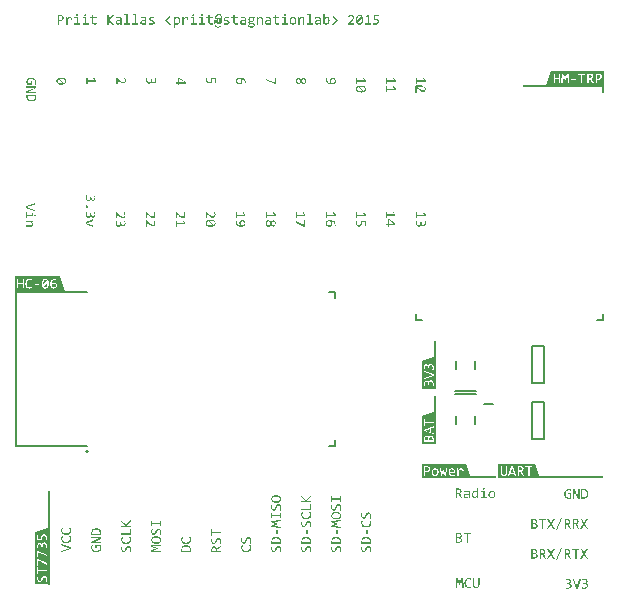
<source format=gto>
%FSLAX23Y23*%
%MOIN*%
G70*
G01*
G75*
G04 Layer_Color=65535*
%ADD10R,0.039X0.059*%
%ADD11R,0.059X0.039*%
%ADD12R,0.035X0.031*%
%ADD13R,0.073X0.051*%
%ADD14R,0.059X0.157*%
%ADD15R,0.063X0.079*%
%ADD16R,0.035X0.030*%
%ADD17R,0.030X0.035*%
%ADD18R,0.039X0.022*%
%ADD19C,0.012*%
%ADD20C,0.012*%
%ADD21C,0.006*%
%ADD22O,0.047X0.079*%
%ADD23R,0.051X0.051*%
%ADD24C,0.051*%
%ADD25R,0.043X0.059*%
%ADD26O,0.043X0.059*%
%ADD27C,0.061*%
%ADD28C,0.060*%
%ADD29C,0.024*%
%ADD30C,0.008*%
%ADD31R,0.006X0.159*%
%ADD32R,0.006X0.159*%
%ADD33R,0.248X0.006*%
%ADD34R,0.350X0.006*%
%ADD35R,0.008X0.008*%
%ADD36R,0.006X0.314*%
%ADD37R,0.269X0.006*%
G36*
X1680Y1200D02*
X1680Y1200D01*
X1681Y1200D01*
X1681Y1200D01*
X1682Y1200D01*
X1683Y1200D01*
X1683Y1200D01*
X1683Y1199D01*
X1683Y1199D01*
X1684Y1199D01*
X1684Y1199D01*
X1685Y1198D01*
X1685Y1198D01*
X1686Y1197D01*
X1686Y1197D01*
X1686Y1197D01*
X1686Y1196D01*
X1686Y1196D01*
X1686Y1195D01*
X1687Y1195D01*
X1687Y1194D01*
X1687Y1193D01*
Y1193D01*
X1687Y1193D01*
X1687Y1192D01*
X1688Y1191D01*
X1688Y1191D01*
X1688Y1190D01*
X1688Y1189D01*
Y1188D01*
Y1188D01*
Y1188D01*
Y1187D01*
Y1187D01*
X1688Y1187D01*
Y1186D01*
X1688Y1185D01*
Y1185D01*
Y1185D01*
X1688Y1185D01*
Y1184D01*
X1688Y1184D01*
X1687Y1183D01*
Y1183D01*
Y1183D01*
X1687Y1182D01*
Y1182D01*
X1687Y1181D01*
X1687Y1181D01*
Y1181D01*
X1687Y1180D01*
X1687Y1180D01*
X1687Y1180D01*
X1687Y1179D01*
X1687Y1179D01*
X1682D01*
X1683Y1179D01*
X1683Y1179D01*
X1683Y1179D01*
X1683Y1180D01*
X1683Y1181D01*
X1683Y1181D01*
X1683Y1182D01*
X1684Y1183D01*
Y1183D01*
X1684Y1183D01*
X1684Y1184D01*
X1684Y1184D01*
X1684Y1185D01*
X1684Y1186D01*
X1684Y1187D01*
Y1188D01*
Y1188D01*
Y1188D01*
Y1189D01*
X1684Y1189D01*
Y1190D01*
X1684Y1191D01*
X1684Y1191D01*
X1684Y1192D01*
Y1192D01*
X1684Y1192D01*
X1683Y1192D01*
X1683Y1193D01*
X1683Y1193D01*
X1683Y1194D01*
X1683Y1194D01*
X1683Y1194D01*
X1682Y1194D01*
X1682Y1195D01*
X1682Y1195D01*
X1681Y1196D01*
X1681D01*
X1681Y1196D01*
X1681Y1196D01*
X1680Y1196D01*
X1680Y1196D01*
X1680Y1196D01*
X1679Y1196D01*
X1679D01*
X1678Y1196D01*
X1678Y1196D01*
X1677Y1196D01*
X1677Y1195D01*
X1677Y1195D01*
X1677Y1195D01*
X1677Y1195D01*
X1676Y1195D01*
X1676Y1195D01*
X1676Y1194D01*
X1676Y1194D01*
X1675Y1193D01*
X1675Y1193D01*
X1675Y1193D01*
X1675Y1193D01*
X1675Y1193D01*
X1674Y1192D01*
X1674Y1192D01*
X1674Y1191D01*
X1674Y1191D01*
X1674Y1190D01*
X1673Y1190D01*
X1673Y1190D01*
X1673Y1189D01*
X1673Y1189D01*
X1673Y1188D01*
X1672Y1187D01*
X1672Y1187D01*
X1672Y1187D01*
X1672Y1187D01*
X1672Y1186D01*
X1672Y1186D01*
X1671Y1184D01*
X1671Y1184D01*
X1671Y1184D01*
X1671Y1184D01*
X1671Y1184D01*
X1670Y1183D01*
X1670Y1183D01*
X1669Y1182D01*
X1669Y1182D01*
X1669Y1182D01*
X1669Y1181D01*
X1669Y1181D01*
X1668Y1181D01*
X1668Y1180D01*
X1667Y1180D01*
X1667Y1180D01*
X1667Y1180D01*
X1666Y1180D01*
X1666Y1180D01*
X1666Y1179D01*
X1665Y1179D01*
X1664Y1179D01*
X1664Y1179D01*
X1663D01*
X1663Y1179D01*
X1663Y1179D01*
X1662Y1179D01*
X1662Y1179D01*
X1661Y1180D01*
X1660Y1180D01*
X1660Y1180D01*
X1660Y1180D01*
X1660Y1180D01*
X1659Y1180D01*
X1659Y1181D01*
X1659Y1181D01*
X1658Y1181D01*
X1658Y1182D01*
X1658Y1182D01*
X1657Y1182D01*
X1657Y1183D01*
X1657Y1183D01*
X1657Y1183D01*
X1656Y1184D01*
X1656Y1185D01*
X1656Y1186D01*
X1655Y1186D01*
X1655Y1186D01*
X1655Y1187D01*
X1655Y1187D01*
X1655Y1188D01*
X1655Y1189D01*
X1655Y1190D01*
X1655Y1191D01*
Y1191D01*
Y1191D01*
Y1191D01*
Y1192D01*
X1655Y1192D01*
X1655Y1193D01*
Y1193D01*
Y1193D01*
Y1193D01*
X1655Y1193D01*
X1655Y1194D01*
X1655Y1195D01*
Y1195D01*
Y1195D01*
X1655Y1195D01*
Y1195D01*
X1655Y1196D01*
X1655Y1197D01*
Y1197D01*
Y1197D01*
X1655Y1197D01*
X1655Y1197D01*
X1656Y1198D01*
X1656Y1198D01*
X1660D01*
Y1198D01*
X1660Y1198D01*
X1659Y1198D01*
X1659Y1197D01*
X1659Y1197D01*
X1659Y1196D01*
X1659Y1195D01*
Y1195D01*
X1659Y1194D01*
X1659Y1194D01*
X1659Y1194D01*
X1659Y1193D01*
X1659Y1192D01*
X1659Y1191D01*
Y1191D01*
Y1191D01*
Y1191D01*
Y1190D01*
X1659Y1190D01*
X1659Y1189D01*
X1659Y1188D01*
X1659Y1187D01*
X1659Y1186D01*
X1660Y1185D01*
X1660Y1185D01*
X1660Y1185D01*
X1660Y1185D01*
X1661Y1185D01*
X1661Y1184D01*
X1662Y1184D01*
X1662Y1184D01*
X1663Y1184D01*
X1663D01*
X1664Y1184D01*
X1664Y1184D01*
X1665Y1184D01*
X1665Y1184D01*
X1665Y1184D01*
X1666Y1184D01*
X1666Y1185D01*
X1666Y1185D01*
X1666Y1185D01*
X1667Y1186D01*
X1667Y1186D01*
X1667Y1186D01*
X1667Y1187D01*
X1667Y1187D01*
X1668Y1187D01*
X1668Y1188D01*
X1668Y1188D01*
X1668Y1189D01*
Y1189D01*
X1669Y1189D01*
X1669Y1190D01*
X1669Y1190D01*
X1669Y1190D01*
X1669Y1191D01*
X1670Y1192D01*
Y1192D01*
X1670Y1192D01*
X1670Y1193D01*
X1670Y1193D01*
X1670Y1194D01*
X1671Y1194D01*
X1671Y1195D01*
X1671Y1195D01*
X1671Y1195D01*
X1671Y1196D01*
X1672Y1196D01*
X1672Y1197D01*
X1673Y1198D01*
X1673Y1198D01*
X1673Y1198D01*
X1673Y1198D01*
X1674Y1199D01*
X1674Y1199D01*
X1674Y1199D01*
X1675Y1200D01*
X1675Y1200D01*
X1676Y1200D01*
X1676Y1200D01*
X1676Y1200D01*
X1677Y1200D01*
X1677Y1200D01*
X1678Y1200D01*
X1679Y1201D01*
X1679D01*
X1680Y1200D01*
D02*
G37*
G36*
X1659Y1220D02*
X1687D01*
Y1215D01*
X1659D01*
Y1206D01*
X1655D01*
Y1229D01*
X1659D01*
Y1220D01*
D02*
G37*
G36*
X1572Y1176D02*
X1573Y1176D01*
X1574Y1176D01*
X1575Y1175D01*
X1575D01*
X1576Y1175D01*
X1576Y1175D01*
X1577Y1175D01*
X1577Y1175D01*
X1578Y1175D01*
X1579Y1174D01*
X1579Y1174D01*
X1580Y1174D01*
X1580Y1174D01*
X1580Y1174D01*
X1581Y1173D01*
X1581Y1173D01*
X1583Y1172D01*
X1583Y1172D01*
X1583Y1172D01*
X1583Y1172D01*
X1583Y1171D01*
X1584Y1171D01*
X1584Y1170D01*
X1585Y1170D01*
X1585Y1169D01*
X1585Y1169D01*
X1585Y1169D01*
X1586Y1168D01*
X1586Y1168D01*
X1586Y1167D01*
X1586Y1167D01*
X1587Y1166D01*
X1587Y1165D01*
Y1165D01*
X1587Y1164D01*
X1587Y1164D01*
X1587Y1163D01*
X1587Y1162D01*
X1587Y1162D01*
X1587Y1161D01*
Y1159D01*
Y1153D01*
X1555D01*
Y1161D01*
Y1161D01*
Y1161D01*
Y1162D01*
X1555Y1162D01*
X1555Y1163D01*
X1555Y1163D01*
X1556Y1164D01*
X1556Y1165D01*
X1556Y1166D01*
X1556Y1167D01*
X1556Y1168D01*
X1557Y1169D01*
X1557Y1170D01*
X1558Y1171D01*
X1558Y1171D01*
X1559Y1172D01*
X1559Y1172D01*
X1559Y1172D01*
X1559Y1172D01*
X1560Y1173D01*
X1560Y1173D01*
X1561Y1173D01*
X1561Y1174D01*
X1562Y1174D01*
X1563Y1174D01*
X1564Y1175D01*
X1565Y1175D01*
X1566Y1175D01*
X1567Y1175D01*
X1568Y1176D01*
X1569Y1176D01*
X1571Y1176D01*
X1572D01*
X1572Y1176D01*
D02*
G37*
G36*
X1687Y1169D02*
X1677Y1164D01*
X1677D01*
X1677Y1164D01*
X1677Y1164D01*
X1676Y1164D01*
X1676Y1164D01*
X1675Y1163D01*
X1675D01*
X1675Y1163D01*
X1675Y1163D01*
X1674Y1163D01*
X1674Y1162D01*
Y1162D01*
X1674Y1162D01*
X1674Y1162D01*
X1673Y1161D01*
X1673Y1161D01*
Y1161D01*
X1673Y1161D01*
Y1160D01*
X1673Y1160D01*
X1673Y1160D01*
X1673Y1159D01*
Y1157D01*
X1687D01*
Y1153D01*
X1655D01*
Y1161D01*
Y1161D01*
Y1161D01*
Y1161D01*
Y1162D01*
X1655Y1162D01*
Y1163D01*
X1655Y1164D01*
X1656Y1164D01*
X1656Y1165D01*
X1656Y1166D01*
Y1166D01*
X1656Y1166D01*
X1656Y1167D01*
X1656Y1167D01*
X1657Y1168D01*
X1657Y1168D01*
X1657Y1169D01*
X1658Y1169D01*
X1658Y1169D01*
X1658Y1169D01*
X1658Y1170D01*
X1658Y1170D01*
X1659Y1170D01*
X1659Y1171D01*
X1660Y1171D01*
X1660Y1171D01*
X1660Y1171D01*
X1661Y1171D01*
X1661Y1171D01*
X1661Y1171D01*
X1662Y1172D01*
X1662Y1172D01*
X1663Y1172D01*
X1664D01*
X1665Y1172D01*
X1665Y1172D01*
X1666Y1172D01*
X1667Y1171D01*
X1667D01*
X1667Y1171D01*
X1667Y1171D01*
X1667Y1171D01*
X1668Y1171D01*
X1669Y1170D01*
X1669Y1170D01*
X1669Y1170D01*
X1669Y1170D01*
X1670Y1169D01*
X1670Y1169D01*
X1670Y1169D01*
X1671Y1168D01*
X1671Y1168D01*
X1671Y1168D01*
X1671Y1167D01*
X1671Y1167D01*
X1672Y1167D01*
X1672Y1166D01*
X1672Y1165D01*
X1672Y1165D01*
Y1165D01*
X1672Y1165D01*
X1672Y1165D01*
X1672Y1166D01*
X1673Y1166D01*
X1673Y1166D01*
X1673Y1167D01*
X1674Y1167D01*
X1674Y1167D01*
X1674Y1167D01*
X1674Y1168D01*
X1675Y1168D01*
X1675Y1168D01*
X1676Y1168D01*
X1676Y1169D01*
X1677Y1169D01*
X1687Y1174D01*
Y1169D01*
D02*
G37*
G36*
X1872Y1342D02*
X1873D01*
X1874Y1342D01*
X1875Y1342D01*
X1876Y1342D01*
X1877Y1342D01*
X1879Y1341D01*
X1879D01*
X1879Y1341D01*
X1879Y1341D01*
X1879Y1341D01*
X1880Y1341D01*
X1880Y1340D01*
X1881Y1340D01*
X1882Y1340D01*
X1883Y1339D01*
X1884Y1338D01*
X1884Y1338D01*
X1884Y1338D01*
X1885Y1338D01*
X1885Y1337D01*
X1885Y1337D01*
X1886Y1336D01*
X1886Y1335D01*
X1887Y1334D01*
X1887Y1334D01*
X1887Y1334D01*
X1887Y1334D01*
X1887Y1333D01*
X1887Y1332D01*
X1888Y1331D01*
X1888Y1330D01*
X1888Y1330D01*
Y1329D01*
Y1329D01*
Y1329D01*
Y1329D01*
X1888Y1328D01*
X1888Y1328D01*
X1888Y1327D01*
X1887Y1326D01*
X1887Y1325D01*
X1887Y1324D01*
X1887Y1324D01*
X1886Y1324D01*
X1886Y1323D01*
X1886Y1323D01*
X1885Y1322D01*
X1885Y1322D01*
X1884Y1321D01*
X1883Y1320D01*
X1883Y1320D01*
X1883Y1320D01*
X1883Y1320D01*
X1882Y1319D01*
X1881Y1319D01*
X1880Y1319D01*
X1879Y1318D01*
X1878Y1318D01*
X1878D01*
X1878Y1318D01*
X1878D01*
X1878Y1318D01*
X1878Y1318D01*
X1877Y1318D01*
X1876Y1318D01*
X1875Y1318D01*
X1874Y1317D01*
X1873Y1317D01*
X1871Y1317D01*
X1871D01*
X1870Y1317D01*
X1870D01*
X1869Y1317D01*
X1868Y1318D01*
X1867Y1318D01*
X1865Y1318D01*
X1864Y1318D01*
X1864D01*
X1864Y1318D01*
X1864Y1318D01*
X1863Y1318D01*
X1863Y1319D01*
X1862Y1319D01*
X1861Y1319D01*
X1860Y1320D01*
X1860Y1320D01*
X1859Y1321D01*
X1859Y1321D01*
X1859Y1321D01*
X1858Y1322D01*
X1858Y1322D01*
X1857Y1323D01*
X1857Y1324D01*
X1856Y1324D01*
X1856Y1325D01*
X1856Y1325D01*
X1856Y1325D01*
X1855Y1326D01*
X1855Y1327D01*
X1855Y1327D01*
X1855Y1328D01*
X1855Y1329D01*
X1855Y1330D01*
Y1330D01*
Y1330D01*
Y1330D01*
Y1331D01*
X1855Y1331D01*
X1855Y1332D01*
X1855Y1333D01*
X1855Y1334D01*
X1856Y1334D01*
X1856Y1335D01*
X1856Y1335D01*
X1856Y1336D01*
X1856Y1336D01*
X1857Y1337D01*
X1857Y1337D01*
X1858Y1338D01*
X1858Y1339D01*
X1859Y1339D01*
X1859Y1339D01*
X1860Y1339D01*
X1860Y1340D01*
X1861Y1340D01*
X1861Y1340D01*
X1862Y1341D01*
X1863Y1341D01*
X1864Y1341D01*
X1864D01*
X1864Y1342D01*
X1865D01*
X1865Y1342D01*
X1865Y1342D01*
X1865Y1342D01*
X1866Y1342D01*
X1867Y1342D01*
X1868Y1342D01*
X1870Y1342D01*
X1871Y1342D01*
X1872D01*
X1872Y1342D01*
D02*
G37*
G36*
X1786Y1175D02*
X1786Y1175D01*
X1786Y1174D01*
X1786Y1174D01*
X1787Y1174D01*
X1787Y1173D01*
X1787Y1173D01*
X1787Y1172D01*
X1787Y1171D01*
X1787Y1170D01*
X1788Y1168D01*
X1788Y1167D01*
Y1167D01*
Y1166D01*
X1788Y1166D01*
Y1165D01*
X1788Y1165D01*
X1788Y1164D01*
X1787Y1164D01*
X1787Y1163D01*
X1787Y1162D01*
X1787Y1161D01*
X1786Y1160D01*
X1786Y1159D01*
X1786Y1159D01*
X1785Y1158D01*
X1784Y1157D01*
X1784Y1156D01*
X1784Y1156D01*
X1783Y1156D01*
X1783Y1156D01*
X1783Y1156D01*
X1783Y1155D01*
X1782Y1155D01*
X1781Y1155D01*
X1781Y1154D01*
X1780Y1154D01*
X1779Y1154D01*
X1778Y1153D01*
X1777Y1153D01*
X1776Y1153D01*
X1774Y1153D01*
X1773Y1153D01*
X1772Y1153D01*
X1771D01*
X1771Y1153D01*
X1770D01*
X1769Y1153D01*
X1768Y1153D01*
X1767Y1153D01*
X1766Y1153D01*
X1765Y1154D01*
X1765D01*
X1765Y1154D01*
X1764Y1154D01*
X1764Y1154D01*
X1764Y1154D01*
X1763Y1154D01*
X1762Y1155D01*
X1761Y1155D01*
X1760Y1156D01*
X1759Y1156D01*
X1759Y1156D01*
X1759Y1157D01*
X1759Y1157D01*
X1758Y1158D01*
X1758Y1158D01*
X1757Y1159D01*
X1757Y1160D01*
X1756Y1161D01*
Y1161D01*
X1756Y1161D01*
X1756Y1161D01*
X1756Y1161D01*
X1756Y1162D01*
X1755Y1163D01*
X1755Y1164D01*
X1755Y1165D01*
X1755Y1166D01*
X1755Y1167D01*
Y1167D01*
Y1167D01*
Y1168D01*
X1755Y1168D01*
X1755Y1169D01*
X1755Y1170D01*
X1755Y1171D01*
Y1171D01*
X1755Y1171D01*
X1755Y1172D01*
X1755Y1172D01*
X1756Y1173D01*
X1756Y1173D01*
X1756Y1175D01*
X1761D01*
X1761Y1175D01*
X1760Y1174D01*
X1760Y1174D01*
X1760Y1174D01*
X1760Y1173D01*
X1760Y1172D01*
X1759Y1171D01*
Y1171D01*
X1759Y1171D01*
X1759Y1170D01*
X1759Y1170D01*
X1759Y1169D01*
X1759Y1169D01*
X1759Y1168D01*
Y1167D01*
Y1167D01*
Y1167D01*
X1759Y1166D01*
X1759Y1166D01*
X1759Y1165D01*
X1759Y1164D01*
X1759Y1164D01*
X1760Y1163D01*
X1760Y1163D01*
X1760Y1163D01*
X1760Y1162D01*
X1760Y1162D01*
X1761Y1161D01*
X1761Y1161D01*
X1761Y1160D01*
X1762Y1160D01*
X1762Y1160D01*
X1762Y1160D01*
X1763Y1159D01*
X1763Y1159D01*
X1764Y1159D01*
X1764Y1158D01*
X1765Y1158D01*
X1766Y1158D01*
X1766D01*
X1766Y1158D01*
X1767Y1158D01*
X1768Y1158D01*
X1768Y1157D01*
X1769Y1157D01*
X1770Y1157D01*
X1771Y1157D01*
X1772D01*
X1772Y1157D01*
X1773D01*
X1773Y1157D01*
X1774Y1157D01*
X1775Y1158D01*
X1776Y1158D01*
X1778Y1158D01*
X1779Y1159D01*
X1780Y1159D01*
X1781Y1160D01*
X1781Y1160D01*
X1781Y1160D01*
X1781Y1160D01*
X1781Y1160D01*
X1781Y1160D01*
X1782Y1161D01*
X1782Y1161D01*
X1782Y1162D01*
X1783Y1162D01*
X1783Y1163D01*
X1783Y1163D01*
X1783Y1164D01*
X1784Y1165D01*
X1784Y1165D01*
X1784Y1166D01*
X1784Y1167D01*
Y1167D01*
Y1168D01*
Y1168D01*
X1784Y1168D01*
X1784Y1169D01*
X1784Y1170D01*
X1783Y1171D01*
Y1171D01*
X1783Y1171D01*
X1783Y1172D01*
X1783Y1172D01*
X1783Y1173D01*
X1783Y1173D01*
X1782Y1175D01*
X1786D01*
Y1175D01*
D02*
G37*
G36*
X1779Y1202D02*
X1780Y1202D01*
X1781Y1202D01*
X1781Y1202D01*
X1782Y1202D01*
X1783Y1202D01*
X1783Y1201D01*
X1783Y1201D01*
X1783Y1201D01*
X1784Y1201D01*
X1784Y1200D01*
X1785Y1200D01*
X1785Y1200D01*
X1786Y1199D01*
X1786Y1199D01*
X1786Y1199D01*
X1786Y1198D01*
X1786Y1198D01*
X1786Y1197D01*
X1787Y1197D01*
X1787Y1196D01*
X1787Y1195D01*
Y1195D01*
X1787Y1195D01*
X1787Y1194D01*
X1788Y1193D01*
X1788Y1193D01*
X1788Y1192D01*
X1788Y1191D01*
Y1190D01*
Y1190D01*
Y1190D01*
Y1189D01*
Y1189D01*
X1788Y1189D01*
Y1188D01*
X1788Y1187D01*
Y1187D01*
Y1187D01*
X1788Y1187D01*
Y1186D01*
X1788Y1186D01*
X1787Y1185D01*
Y1185D01*
Y1185D01*
X1787Y1184D01*
Y1184D01*
X1787Y1183D01*
X1787Y1183D01*
Y1183D01*
X1787Y1182D01*
X1787Y1182D01*
X1787Y1182D01*
X1787Y1181D01*
X1787Y1181D01*
X1782D01*
X1783Y1181D01*
X1783Y1181D01*
X1783Y1181D01*
X1783Y1182D01*
X1783Y1183D01*
X1783Y1183D01*
X1783Y1184D01*
X1784Y1185D01*
Y1185D01*
X1784Y1185D01*
X1784Y1186D01*
X1784Y1186D01*
X1784Y1187D01*
X1784Y1188D01*
X1784Y1189D01*
Y1190D01*
Y1190D01*
Y1190D01*
Y1191D01*
X1784Y1191D01*
Y1192D01*
X1784Y1192D01*
X1784Y1193D01*
X1784Y1194D01*
Y1194D01*
X1784Y1194D01*
X1783Y1194D01*
X1783Y1195D01*
X1783Y1195D01*
X1783Y1196D01*
X1783Y1196D01*
X1783Y1196D01*
X1782Y1196D01*
X1782Y1197D01*
X1782Y1197D01*
X1781Y1197D01*
X1781D01*
X1781Y1198D01*
X1781Y1198D01*
X1780Y1198D01*
X1780Y1198D01*
X1780Y1198D01*
X1779Y1198D01*
X1779D01*
X1778Y1198D01*
X1778Y1198D01*
X1777Y1198D01*
X1777Y1197D01*
X1777Y1197D01*
X1777Y1197D01*
X1777Y1197D01*
X1776Y1197D01*
X1776Y1197D01*
X1776Y1196D01*
X1776Y1196D01*
X1775Y1195D01*
X1775Y1195D01*
X1775Y1195D01*
X1775Y1195D01*
X1775Y1194D01*
X1774Y1194D01*
X1774Y1194D01*
X1774Y1193D01*
X1774Y1193D01*
X1774Y1192D01*
X1773Y1192D01*
X1773Y1192D01*
X1773Y1191D01*
X1773Y1191D01*
X1773Y1189D01*
X1772Y1189D01*
X1772Y1189D01*
X1772Y1189D01*
X1772Y1189D01*
X1772Y1188D01*
X1772Y1188D01*
X1771Y1186D01*
X1771Y1186D01*
X1771Y1186D01*
X1771Y1186D01*
X1771Y1185D01*
X1770Y1185D01*
X1770Y1185D01*
X1769Y1184D01*
X1769Y1184D01*
X1769Y1184D01*
X1769Y1183D01*
X1769Y1183D01*
X1768Y1183D01*
X1768Y1182D01*
X1767Y1182D01*
X1767Y1182D01*
X1767Y1182D01*
X1766Y1182D01*
X1766Y1181D01*
X1766Y1181D01*
X1765Y1181D01*
X1764Y1181D01*
X1764Y1181D01*
X1763D01*
X1763Y1181D01*
X1763Y1181D01*
X1762Y1181D01*
X1762Y1181D01*
X1761Y1182D01*
X1760Y1182D01*
X1760Y1182D01*
X1760Y1182D01*
X1760Y1182D01*
X1759Y1182D01*
X1759Y1183D01*
X1759Y1183D01*
X1758Y1183D01*
X1758Y1184D01*
X1757Y1184D01*
X1757Y1184D01*
X1757Y1184D01*
X1757Y1185D01*
X1757Y1185D01*
X1756Y1186D01*
X1756Y1187D01*
X1756Y1188D01*
X1755Y1188D01*
X1755Y1188D01*
X1755Y1188D01*
X1755Y1189D01*
X1755Y1190D01*
X1755Y1191D01*
X1755Y1192D01*
X1755Y1193D01*
Y1193D01*
Y1193D01*
Y1193D01*
Y1194D01*
X1755Y1194D01*
X1755Y1195D01*
Y1195D01*
Y1195D01*
Y1195D01*
X1755Y1195D01*
X1755Y1196D01*
X1755Y1197D01*
Y1197D01*
Y1197D01*
X1755Y1197D01*
Y1197D01*
X1755Y1198D01*
X1755Y1199D01*
Y1199D01*
Y1199D01*
X1755Y1199D01*
X1755Y1199D01*
X1756Y1200D01*
X1756Y1200D01*
X1760D01*
Y1200D01*
X1760Y1200D01*
X1759Y1200D01*
X1759Y1199D01*
X1759Y1199D01*
X1759Y1198D01*
X1759Y1197D01*
Y1197D01*
X1759Y1196D01*
X1759Y1196D01*
X1759Y1195D01*
X1759Y1195D01*
X1759Y1194D01*
X1759Y1193D01*
Y1193D01*
Y1193D01*
Y1193D01*
Y1192D01*
X1759Y1192D01*
X1759Y1191D01*
X1759Y1190D01*
X1759Y1189D01*
X1759Y1188D01*
X1760Y1187D01*
X1760Y1187D01*
X1760Y1187D01*
X1760Y1187D01*
X1761Y1187D01*
X1761Y1186D01*
X1762Y1186D01*
X1762Y1186D01*
X1763Y1186D01*
X1763D01*
X1764Y1186D01*
X1764Y1186D01*
X1765Y1186D01*
X1765Y1186D01*
X1765Y1186D01*
X1766Y1186D01*
X1766Y1187D01*
X1766Y1187D01*
X1766Y1187D01*
X1767Y1188D01*
X1767Y1188D01*
X1767Y1188D01*
X1767Y1188D01*
X1767Y1189D01*
X1768Y1189D01*
X1768Y1189D01*
X1768Y1190D01*
X1768Y1191D01*
Y1191D01*
X1769Y1191D01*
X1769Y1192D01*
X1769Y1192D01*
X1769Y1192D01*
X1769Y1193D01*
X1770Y1194D01*
Y1194D01*
X1770Y1194D01*
X1770Y1195D01*
X1770Y1195D01*
X1770Y1196D01*
X1771Y1196D01*
X1771Y1197D01*
X1771Y1197D01*
X1771Y1197D01*
X1771Y1198D01*
X1772Y1198D01*
X1772Y1199D01*
X1773Y1200D01*
X1773Y1200D01*
X1773Y1200D01*
X1773Y1200D01*
X1774Y1201D01*
X1774Y1201D01*
X1774Y1201D01*
X1775Y1202D01*
X1775Y1202D01*
X1776Y1202D01*
X1776Y1202D01*
X1776Y1202D01*
X1777Y1202D01*
X1777Y1202D01*
X1778Y1202D01*
X1779Y1203D01*
X1779D01*
X1779Y1202D01*
D02*
G37*
G36*
X1487Y1239D02*
X1484D01*
Y1246D01*
X1459D01*
Y1239D01*
X1455D01*
Y1258D01*
X1459D01*
Y1250D01*
X1484D01*
Y1258D01*
X1487D01*
Y1239D01*
D02*
G37*
G36*
X1380Y1174D02*
X1380Y1174D01*
X1381Y1174D01*
X1381Y1174D01*
X1382Y1174D01*
X1383Y1173D01*
X1383Y1173D01*
X1383Y1173D01*
X1383Y1173D01*
X1384Y1173D01*
X1384Y1172D01*
X1385Y1172D01*
X1385Y1171D01*
X1386Y1171D01*
X1386Y1171D01*
X1386Y1170D01*
X1386Y1170D01*
X1386Y1170D01*
X1387Y1169D01*
X1387Y1168D01*
X1387Y1168D01*
X1387Y1167D01*
Y1167D01*
X1387Y1166D01*
X1387Y1166D01*
X1388Y1165D01*
X1388Y1164D01*
X1388Y1164D01*
X1388Y1163D01*
Y1162D01*
Y1162D01*
Y1161D01*
Y1161D01*
Y1161D01*
X1388Y1160D01*
Y1160D01*
X1388Y1159D01*
Y1159D01*
Y1159D01*
X1388Y1159D01*
Y1158D01*
X1388Y1157D01*
X1387Y1157D01*
Y1157D01*
Y1156D01*
X1387Y1156D01*
Y1156D01*
X1387Y1155D01*
X1387Y1154D01*
Y1154D01*
X1387Y1154D01*
X1387Y1154D01*
X1387Y1154D01*
X1387Y1153D01*
X1387Y1153D01*
X1382D01*
X1383Y1153D01*
X1383Y1153D01*
X1383Y1153D01*
X1383Y1154D01*
X1383Y1154D01*
X1383Y1155D01*
X1383Y1156D01*
X1384Y1157D01*
Y1157D01*
X1384Y1157D01*
X1384Y1158D01*
X1384Y1158D01*
X1384Y1159D01*
X1384Y1160D01*
X1384Y1161D01*
Y1162D01*
Y1162D01*
Y1162D01*
Y1163D01*
X1384Y1163D01*
Y1164D01*
X1384Y1164D01*
X1384Y1165D01*
X1384Y1165D01*
Y1166D01*
X1384Y1166D01*
X1383Y1166D01*
X1383Y1166D01*
X1383Y1167D01*
X1383Y1168D01*
X1383Y1168D01*
X1383Y1168D01*
X1382Y1168D01*
X1382Y1168D01*
X1382Y1169D01*
X1381Y1169D01*
X1381D01*
X1381Y1169D01*
X1381Y1169D01*
X1380Y1170D01*
X1380Y1170D01*
X1380Y1170D01*
X1379Y1170D01*
X1379D01*
X1378Y1170D01*
X1378Y1170D01*
X1377Y1169D01*
X1377Y1169D01*
X1377Y1169D01*
X1377Y1169D01*
X1377Y1169D01*
X1376Y1169D01*
X1376Y1169D01*
X1376Y1168D01*
X1376Y1168D01*
X1375Y1167D01*
X1375Y1167D01*
X1375Y1167D01*
X1375Y1167D01*
X1375Y1166D01*
X1374Y1166D01*
X1374Y1165D01*
X1374Y1164D01*
X1374Y1164D01*
X1374Y1164D01*
X1374Y1164D01*
X1373Y1163D01*
X1373Y1163D01*
X1373Y1162D01*
X1373Y1161D01*
X1372Y1161D01*
X1372Y1161D01*
X1372Y1161D01*
X1372Y1160D01*
X1372Y1160D01*
X1372Y1159D01*
X1371Y1158D01*
X1371Y1158D01*
X1371Y1158D01*
X1371Y1158D01*
X1371Y1157D01*
X1370Y1157D01*
X1370Y1156D01*
X1369Y1156D01*
X1369Y1155D01*
X1369Y1155D01*
X1369Y1155D01*
X1369Y1155D01*
X1368Y1155D01*
X1368Y1154D01*
X1367Y1154D01*
X1367Y1154D01*
X1367Y1154D01*
X1366Y1153D01*
X1366Y1153D01*
X1366Y1153D01*
X1365Y1153D01*
X1364Y1153D01*
X1364Y1153D01*
X1363D01*
X1363Y1153D01*
X1363Y1153D01*
X1362Y1153D01*
X1362Y1153D01*
X1361Y1153D01*
X1360Y1154D01*
X1360Y1154D01*
X1360Y1154D01*
X1360Y1154D01*
X1359Y1154D01*
X1359Y1154D01*
X1359Y1155D01*
X1358Y1155D01*
X1358Y1156D01*
X1358Y1156D01*
X1357Y1156D01*
X1357Y1156D01*
X1357Y1157D01*
X1357Y1157D01*
X1356Y1158D01*
X1356Y1159D01*
X1356Y1159D01*
X1355Y1160D01*
X1355Y1160D01*
X1355Y1160D01*
X1355Y1161D01*
X1355Y1162D01*
X1355Y1163D01*
X1355Y1164D01*
X1355Y1165D01*
Y1165D01*
Y1165D01*
Y1165D01*
Y1165D01*
X1355Y1166D01*
X1355Y1167D01*
Y1167D01*
Y1167D01*
Y1167D01*
X1355Y1167D01*
X1355Y1168D01*
X1355Y1169D01*
Y1169D01*
Y1169D01*
X1355Y1169D01*
Y1169D01*
X1355Y1170D01*
X1355Y1170D01*
Y1171D01*
Y1171D01*
X1355Y1171D01*
X1355Y1171D01*
X1356Y1172D01*
X1356Y1172D01*
X1360D01*
Y1172D01*
X1360Y1172D01*
X1359Y1172D01*
X1359Y1171D01*
X1359Y1171D01*
X1359Y1170D01*
X1359Y1168D01*
Y1168D01*
X1359Y1168D01*
X1359Y1168D01*
X1359Y1167D01*
X1359Y1167D01*
X1359Y1166D01*
X1359Y1165D01*
Y1165D01*
Y1165D01*
Y1164D01*
Y1164D01*
X1359Y1164D01*
X1359Y1163D01*
X1359Y1162D01*
X1359Y1161D01*
X1359Y1160D01*
X1360Y1159D01*
X1360Y1159D01*
X1360Y1159D01*
X1360Y1159D01*
X1361Y1158D01*
X1361Y1158D01*
X1362Y1158D01*
X1362Y1158D01*
X1363Y1158D01*
X1363D01*
X1364Y1158D01*
X1364Y1158D01*
X1365Y1158D01*
X1365Y1158D01*
X1365Y1158D01*
X1366Y1158D01*
X1366Y1158D01*
X1366Y1159D01*
X1366Y1159D01*
X1367Y1159D01*
X1367Y1160D01*
X1367Y1160D01*
X1367Y1160D01*
X1367Y1161D01*
X1368Y1161D01*
X1368Y1161D01*
X1368Y1162D01*
X1368Y1163D01*
Y1163D01*
X1369Y1163D01*
X1369Y1163D01*
X1369Y1164D01*
X1369Y1164D01*
X1369Y1165D01*
X1370Y1166D01*
Y1166D01*
X1370Y1166D01*
X1370Y1166D01*
X1370Y1167D01*
X1370Y1167D01*
X1371Y1168D01*
X1371Y1169D01*
X1371Y1169D01*
X1371Y1169D01*
X1371Y1170D01*
X1372Y1170D01*
X1372Y1171D01*
X1373Y1172D01*
X1373Y1172D01*
X1373Y1172D01*
X1373Y1172D01*
X1374Y1172D01*
X1374Y1173D01*
X1374Y1173D01*
X1375Y1174D01*
X1375Y1174D01*
X1376Y1174D01*
X1376Y1174D01*
X1376Y1174D01*
X1377Y1174D01*
X1377Y1174D01*
X1378Y1174D01*
X1379Y1174D01*
X1379D01*
X1380Y1174D01*
D02*
G37*
G36*
X1386Y1202D02*
X1386Y1202D01*
X1386Y1202D01*
X1386Y1201D01*
X1387Y1201D01*
X1387Y1200D01*
X1387Y1200D01*
X1387Y1200D01*
X1387Y1198D01*
X1387Y1197D01*
X1388Y1195D01*
X1388Y1194D01*
Y1194D01*
Y1194D01*
X1388Y1193D01*
Y1193D01*
X1388Y1192D01*
X1388Y1191D01*
X1387Y1191D01*
X1387Y1190D01*
X1387Y1189D01*
X1387Y1188D01*
X1386Y1187D01*
X1386Y1187D01*
X1386Y1186D01*
X1385Y1185D01*
X1384Y1184D01*
X1384Y1183D01*
X1384Y1183D01*
X1384Y1183D01*
X1383Y1183D01*
X1383Y1183D01*
X1383Y1183D01*
X1382Y1182D01*
X1381Y1182D01*
X1381Y1182D01*
X1380Y1181D01*
X1379Y1181D01*
X1378Y1181D01*
X1377Y1180D01*
X1376Y1180D01*
X1374Y1180D01*
X1373Y1180D01*
X1372Y1180D01*
X1371D01*
X1371Y1180D01*
X1370D01*
X1369Y1180D01*
X1368Y1180D01*
X1367Y1180D01*
X1366Y1180D01*
X1365Y1181D01*
X1365D01*
X1365Y1181D01*
X1364Y1181D01*
X1364Y1181D01*
X1364Y1181D01*
X1363Y1181D01*
X1362Y1182D01*
X1361Y1182D01*
X1360Y1183D01*
X1359Y1184D01*
X1359Y1184D01*
X1359Y1184D01*
X1359Y1184D01*
X1358Y1185D01*
X1358Y1186D01*
X1357Y1186D01*
X1357Y1187D01*
X1356Y1188D01*
Y1188D01*
X1356Y1188D01*
X1356Y1188D01*
X1356Y1189D01*
X1356Y1189D01*
X1355Y1190D01*
X1355Y1191D01*
X1355Y1192D01*
X1355Y1193D01*
X1355Y1194D01*
Y1194D01*
Y1194D01*
Y1195D01*
X1355Y1195D01*
X1355Y1196D01*
X1355Y1197D01*
X1355Y1198D01*
Y1198D01*
X1355Y1199D01*
X1355Y1199D01*
X1355Y1199D01*
X1356Y1200D01*
X1356Y1201D01*
X1356Y1202D01*
X1361D01*
X1361Y1202D01*
X1361Y1202D01*
X1360Y1201D01*
X1360Y1201D01*
X1360Y1200D01*
X1360Y1200D01*
X1359Y1198D01*
Y1198D01*
X1359Y1198D01*
X1359Y1198D01*
X1359Y1197D01*
X1359Y1197D01*
X1359Y1196D01*
X1359Y1195D01*
Y1194D01*
Y1194D01*
Y1194D01*
X1359Y1193D01*
X1359Y1193D01*
X1359Y1192D01*
X1359Y1192D01*
X1359Y1191D01*
X1360Y1190D01*
X1360Y1190D01*
X1360Y1190D01*
X1360Y1189D01*
X1360Y1189D01*
X1361Y1189D01*
X1361Y1188D01*
X1362Y1188D01*
X1362Y1187D01*
X1362Y1187D01*
X1362Y1187D01*
X1363Y1187D01*
X1363Y1186D01*
X1364Y1186D01*
X1364Y1186D01*
X1365Y1185D01*
X1366Y1185D01*
X1366D01*
X1366Y1185D01*
X1367Y1185D01*
X1368Y1185D01*
X1368Y1185D01*
X1369Y1184D01*
X1370Y1184D01*
X1371Y1184D01*
X1372D01*
X1372Y1184D01*
X1373D01*
X1373Y1184D01*
X1374Y1185D01*
X1375Y1185D01*
X1376Y1185D01*
X1378Y1185D01*
X1379Y1186D01*
X1380Y1186D01*
X1381Y1187D01*
X1381Y1187D01*
X1381Y1187D01*
X1381Y1187D01*
X1381Y1187D01*
X1381Y1188D01*
X1382Y1188D01*
X1382Y1188D01*
X1382Y1189D01*
X1383Y1189D01*
X1383Y1190D01*
X1383Y1190D01*
X1383Y1191D01*
X1384Y1192D01*
X1384Y1193D01*
X1384Y1193D01*
X1384Y1194D01*
Y1194D01*
Y1195D01*
Y1195D01*
X1384Y1196D01*
X1384Y1196D01*
X1384Y1197D01*
X1383Y1198D01*
Y1198D01*
X1383Y1199D01*
X1383Y1199D01*
X1383Y1199D01*
X1383Y1200D01*
X1383Y1201D01*
X1382Y1202D01*
X1386D01*
Y1202D01*
D02*
G37*
G36*
X1480Y1231D02*
X1480Y1231D01*
X1481Y1231D01*
X1481Y1231D01*
X1482Y1231D01*
X1483Y1230D01*
X1483Y1230D01*
X1483Y1230D01*
X1483Y1230D01*
X1484Y1230D01*
X1484Y1229D01*
X1485Y1229D01*
X1485Y1228D01*
X1486Y1228D01*
X1486Y1228D01*
X1486Y1227D01*
X1486Y1227D01*
X1486Y1227D01*
X1487Y1226D01*
X1487Y1225D01*
X1487Y1225D01*
X1487Y1224D01*
Y1224D01*
X1487Y1223D01*
X1487Y1223D01*
X1488Y1222D01*
X1488Y1221D01*
X1488Y1220D01*
X1488Y1219D01*
Y1218D01*
Y1218D01*
Y1218D01*
Y1218D01*
Y1218D01*
X1488Y1217D01*
Y1217D01*
X1488Y1216D01*
Y1216D01*
Y1216D01*
X1488Y1215D01*
Y1215D01*
X1488Y1214D01*
X1487Y1213D01*
Y1213D01*
Y1213D01*
X1487Y1213D01*
Y1213D01*
X1487Y1212D01*
X1487Y1211D01*
Y1211D01*
X1487Y1211D01*
X1487Y1211D01*
X1487Y1211D01*
X1487Y1210D01*
X1487Y1209D01*
X1482D01*
X1483Y1210D01*
X1483Y1210D01*
X1483Y1210D01*
X1483Y1211D01*
X1483Y1211D01*
X1483Y1212D01*
X1483Y1213D01*
X1484Y1214D01*
Y1214D01*
X1484Y1214D01*
X1484Y1214D01*
X1484Y1215D01*
X1484Y1216D01*
X1484Y1217D01*
X1484Y1218D01*
Y1219D01*
Y1219D01*
Y1219D01*
Y1220D01*
X1484Y1220D01*
Y1221D01*
X1484Y1221D01*
X1484Y1222D01*
X1484Y1222D01*
Y1222D01*
X1484Y1223D01*
X1483Y1223D01*
X1483Y1223D01*
X1483Y1224D01*
X1483Y1225D01*
X1483Y1225D01*
X1483Y1225D01*
X1482Y1225D01*
X1482Y1225D01*
X1482Y1226D01*
X1481Y1226D01*
X1481D01*
X1481Y1226D01*
X1481Y1226D01*
X1480Y1226D01*
X1480Y1227D01*
X1480Y1227D01*
X1479Y1227D01*
X1479D01*
X1478Y1227D01*
X1478Y1227D01*
X1477Y1226D01*
X1477Y1226D01*
X1477Y1226D01*
X1477Y1226D01*
X1477Y1226D01*
X1476Y1226D01*
X1476Y1225D01*
X1476Y1225D01*
X1476Y1225D01*
X1475Y1224D01*
X1475Y1224D01*
X1475Y1224D01*
X1475Y1224D01*
X1475Y1223D01*
X1474Y1223D01*
X1474Y1222D01*
X1474Y1221D01*
X1474Y1221D01*
X1474Y1221D01*
X1474Y1221D01*
X1473Y1220D01*
X1473Y1220D01*
X1473Y1219D01*
X1473Y1218D01*
X1472Y1218D01*
X1472Y1218D01*
X1472Y1218D01*
X1472Y1217D01*
X1472Y1217D01*
X1472Y1216D01*
X1471Y1215D01*
X1471Y1215D01*
X1471Y1215D01*
X1471Y1215D01*
X1471Y1214D01*
X1470Y1214D01*
X1470Y1213D01*
X1469Y1212D01*
X1469Y1212D01*
X1469Y1212D01*
X1469Y1212D01*
X1469Y1212D01*
X1468Y1211D01*
X1468Y1211D01*
X1467Y1211D01*
X1467Y1210D01*
X1467Y1210D01*
X1466Y1210D01*
X1466Y1210D01*
X1466Y1210D01*
X1465Y1210D01*
X1464Y1210D01*
X1464Y1210D01*
X1463D01*
X1463Y1210D01*
X1463Y1210D01*
X1462Y1210D01*
X1462Y1210D01*
X1461Y1210D01*
X1460Y1210D01*
X1460Y1211D01*
X1460Y1211D01*
X1460Y1211D01*
X1459Y1211D01*
X1459Y1211D01*
X1459Y1212D01*
X1458Y1212D01*
X1458Y1213D01*
X1458Y1213D01*
X1457Y1213D01*
X1457Y1213D01*
X1457Y1214D01*
X1457Y1214D01*
X1456Y1215D01*
X1456Y1216D01*
X1456Y1216D01*
X1455Y1216D01*
X1455Y1217D01*
X1455Y1217D01*
X1455Y1218D01*
X1455Y1219D01*
X1455Y1220D01*
X1455Y1221D01*
X1455Y1222D01*
Y1222D01*
Y1222D01*
Y1222D01*
Y1222D01*
X1455Y1223D01*
X1455Y1224D01*
Y1224D01*
Y1224D01*
Y1224D01*
X1455Y1224D01*
X1455Y1225D01*
X1455Y1225D01*
Y1226D01*
Y1226D01*
X1455Y1226D01*
Y1226D01*
X1455Y1227D01*
X1455Y1227D01*
Y1227D01*
Y1228D01*
X1455Y1228D01*
X1455Y1228D01*
X1456Y1229D01*
X1456Y1229D01*
X1460D01*
Y1229D01*
X1460Y1229D01*
X1459Y1228D01*
X1459Y1228D01*
X1459Y1227D01*
X1459Y1227D01*
X1459Y1225D01*
Y1225D01*
X1459Y1225D01*
X1459Y1225D01*
X1459Y1224D01*
X1459Y1224D01*
X1459Y1223D01*
X1459Y1222D01*
Y1222D01*
Y1222D01*
Y1221D01*
Y1221D01*
X1459Y1220D01*
X1459Y1220D01*
X1459Y1219D01*
X1459Y1218D01*
X1459Y1217D01*
X1460Y1216D01*
X1460Y1216D01*
X1460Y1216D01*
X1460Y1216D01*
X1461Y1215D01*
X1461Y1215D01*
X1462Y1215D01*
X1462Y1214D01*
X1463Y1214D01*
X1463D01*
X1464Y1214D01*
X1464Y1215D01*
X1465Y1215D01*
X1465Y1215D01*
X1465Y1215D01*
X1466Y1215D01*
X1466Y1215D01*
X1466Y1215D01*
X1466Y1216D01*
X1467Y1216D01*
X1467Y1217D01*
X1467Y1217D01*
X1467Y1217D01*
X1467Y1217D01*
X1468Y1218D01*
X1468Y1218D01*
X1468Y1219D01*
X1468Y1220D01*
Y1220D01*
X1469Y1220D01*
X1469Y1220D01*
X1469Y1221D01*
X1469Y1221D01*
X1469Y1222D01*
X1470Y1223D01*
Y1223D01*
X1470Y1223D01*
X1470Y1223D01*
X1470Y1224D01*
X1470Y1224D01*
X1471Y1225D01*
X1471Y1226D01*
X1471Y1226D01*
X1471Y1226D01*
X1471Y1226D01*
X1472Y1227D01*
X1472Y1228D01*
X1473Y1229D01*
X1473Y1229D01*
X1473Y1229D01*
X1473Y1229D01*
X1474Y1229D01*
X1474Y1230D01*
X1474Y1230D01*
X1475Y1230D01*
X1475Y1231D01*
X1476Y1231D01*
X1476Y1231D01*
X1476Y1231D01*
X1477Y1231D01*
X1477Y1231D01*
X1478Y1231D01*
X1479Y1231D01*
X1479D01*
X1480Y1231D01*
D02*
G37*
G36*
X1586Y1202D02*
X1586Y1202D01*
X1586Y1202D01*
X1586Y1201D01*
X1586Y1201D01*
X1587Y1201D01*
X1587Y1200D01*
X1587Y1200D01*
X1587Y1198D01*
X1587Y1197D01*
X1588Y1195D01*
X1588Y1194D01*
Y1194D01*
Y1194D01*
X1588Y1193D01*
Y1193D01*
X1588Y1192D01*
X1587Y1192D01*
X1587Y1191D01*
X1587Y1190D01*
X1587Y1189D01*
X1587Y1188D01*
X1586Y1187D01*
X1586Y1187D01*
X1586Y1186D01*
X1585Y1185D01*
X1584Y1184D01*
X1584Y1183D01*
X1584Y1183D01*
X1583Y1183D01*
X1583Y1183D01*
X1583Y1183D01*
X1582Y1183D01*
X1582Y1182D01*
X1581Y1182D01*
X1581Y1182D01*
X1580Y1181D01*
X1579Y1181D01*
X1578Y1181D01*
X1577Y1180D01*
X1576Y1180D01*
X1574Y1180D01*
X1573Y1180D01*
X1572Y1180D01*
X1571D01*
X1571Y1180D01*
X1570D01*
X1569Y1180D01*
X1568Y1180D01*
X1567Y1180D01*
X1566Y1180D01*
X1565Y1181D01*
X1565D01*
X1564Y1181D01*
X1564Y1181D01*
X1564Y1181D01*
X1564Y1181D01*
X1563Y1181D01*
X1562Y1182D01*
X1561Y1182D01*
X1560Y1183D01*
X1559Y1184D01*
X1559Y1184D01*
X1559Y1184D01*
X1559Y1184D01*
X1558Y1185D01*
X1558Y1186D01*
X1557Y1186D01*
X1556Y1187D01*
X1556Y1188D01*
Y1188D01*
X1556Y1188D01*
X1556Y1188D01*
X1556Y1189D01*
X1556Y1189D01*
X1555Y1190D01*
X1555Y1191D01*
X1555Y1192D01*
X1555Y1193D01*
X1555Y1194D01*
Y1194D01*
Y1195D01*
Y1195D01*
X1555Y1196D01*
X1555Y1196D01*
X1555Y1197D01*
X1555Y1198D01*
Y1198D01*
X1555Y1199D01*
X1555Y1199D01*
X1555Y1200D01*
X1556Y1200D01*
X1556Y1201D01*
X1556Y1202D01*
X1561D01*
X1561Y1202D01*
X1560Y1202D01*
X1560Y1201D01*
X1560Y1201D01*
X1560Y1200D01*
X1560Y1200D01*
X1559Y1198D01*
Y1198D01*
X1559Y1198D01*
X1559Y1198D01*
X1559Y1197D01*
X1559Y1197D01*
X1559Y1196D01*
X1559Y1195D01*
Y1194D01*
Y1194D01*
Y1194D01*
X1559Y1193D01*
X1559Y1193D01*
X1559Y1192D01*
X1559Y1192D01*
X1559Y1191D01*
X1560Y1190D01*
X1560Y1190D01*
X1560Y1190D01*
X1560Y1190D01*
X1560Y1189D01*
X1561Y1189D01*
X1561Y1188D01*
X1561Y1188D01*
X1562Y1187D01*
X1562Y1187D01*
X1562Y1187D01*
X1563Y1187D01*
X1563Y1186D01*
X1564Y1186D01*
X1564Y1186D01*
X1565Y1185D01*
X1566Y1185D01*
X1566D01*
X1566Y1185D01*
X1567Y1185D01*
X1567Y1185D01*
X1568Y1185D01*
X1569Y1185D01*
X1570Y1184D01*
X1571Y1184D01*
X1572D01*
X1572Y1184D01*
X1573D01*
X1573Y1185D01*
X1574Y1185D01*
X1575Y1185D01*
X1576Y1185D01*
X1578Y1185D01*
X1579Y1186D01*
X1580Y1187D01*
X1581Y1187D01*
X1581Y1187D01*
X1581Y1187D01*
X1581Y1187D01*
X1581Y1187D01*
X1581Y1188D01*
X1582Y1188D01*
X1582Y1188D01*
X1582Y1189D01*
X1582Y1189D01*
X1583Y1190D01*
X1583Y1191D01*
X1583Y1191D01*
X1583Y1192D01*
X1584Y1193D01*
X1584Y1194D01*
X1584Y1194D01*
Y1194D01*
Y1195D01*
Y1195D01*
X1584Y1196D01*
X1584Y1196D01*
X1584Y1197D01*
X1583Y1198D01*
Y1198D01*
X1583Y1199D01*
X1583Y1199D01*
X1583Y1200D01*
X1583Y1200D01*
X1583Y1201D01*
X1582Y1202D01*
X1586D01*
Y1202D01*
D02*
G37*
G36*
X1487Y1174D02*
X1467Y1173D01*
X1460Y1173D01*
X1464Y1171D01*
X1477Y1166D01*
Y1163D01*
X1465Y1159D01*
X1460Y1157D01*
X1468Y1157D01*
X1487Y1157D01*
Y1153D01*
X1455Y1154D01*
Y1159D01*
X1467Y1164D01*
X1471Y1165D01*
X1467Y1166D01*
X1455Y1171D01*
Y1176D01*
X1487Y1178D01*
Y1174D01*
D02*
G37*
G36*
X1472Y1205D02*
X1473D01*
X1474Y1205D01*
X1475Y1205D01*
X1476Y1205D01*
X1477Y1205D01*
X1479Y1204D01*
X1479D01*
X1479Y1204D01*
X1479Y1204D01*
X1479Y1204D01*
X1480Y1204D01*
X1480Y1204D01*
X1481Y1203D01*
X1482Y1203D01*
X1483Y1202D01*
X1484Y1202D01*
X1484Y1201D01*
X1484Y1201D01*
X1485Y1201D01*
X1485Y1200D01*
X1485Y1200D01*
X1486Y1199D01*
X1486Y1198D01*
X1487Y1197D01*
X1487Y1197D01*
X1487Y1197D01*
X1487Y1197D01*
X1487Y1196D01*
X1487Y1195D01*
X1488Y1194D01*
X1488Y1194D01*
X1488Y1193D01*
Y1193D01*
Y1193D01*
Y1192D01*
Y1192D01*
X1488Y1192D01*
X1488Y1191D01*
X1488Y1190D01*
X1487Y1189D01*
X1487Y1188D01*
X1487Y1187D01*
X1487Y1187D01*
X1487Y1187D01*
X1486Y1186D01*
X1486Y1186D01*
X1485Y1185D01*
X1485Y1185D01*
X1484Y1184D01*
X1484Y1183D01*
X1483Y1183D01*
X1483Y1183D01*
X1483Y1183D01*
X1482Y1183D01*
X1481Y1182D01*
X1480Y1182D01*
X1479Y1181D01*
X1478Y1181D01*
X1478D01*
X1478Y1181D01*
X1478D01*
X1478Y1181D01*
X1478Y1181D01*
X1477Y1181D01*
X1476Y1181D01*
X1475Y1181D01*
X1474Y1181D01*
X1473Y1181D01*
X1471Y1180D01*
X1471D01*
X1470Y1181D01*
X1470D01*
X1469Y1181D01*
X1468Y1181D01*
X1467Y1181D01*
X1465Y1181D01*
X1464Y1181D01*
X1464D01*
X1464Y1181D01*
X1464Y1182D01*
X1464Y1182D01*
X1463Y1182D01*
X1462Y1182D01*
X1461Y1183D01*
X1461Y1183D01*
X1460Y1184D01*
X1459Y1184D01*
X1459Y1184D01*
X1459Y1184D01*
X1458Y1185D01*
X1458Y1185D01*
X1457Y1186D01*
X1457Y1187D01*
X1456Y1187D01*
X1456Y1188D01*
X1456Y1188D01*
X1456Y1189D01*
X1455Y1189D01*
X1455Y1190D01*
X1455Y1190D01*
X1455Y1191D01*
X1455Y1192D01*
X1455Y1193D01*
Y1193D01*
Y1193D01*
Y1193D01*
Y1194D01*
X1455Y1194D01*
X1455Y1195D01*
X1455Y1196D01*
X1455Y1197D01*
X1456Y1198D01*
X1456Y1198D01*
X1456Y1199D01*
X1456Y1199D01*
X1456Y1199D01*
X1457Y1200D01*
X1457Y1200D01*
X1458Y1201D01*
X1458Y1202D01*
X1459Y1202D01*
X1459Y1202D01*
X1460Y1203D01*
X1460Y1203D01*
X1461Y1203D01*
X1461Y1204D01*
X1462Y1204D01*
X1463Y1204D01*
X1464Y1205D01*
X1464D01*
X1464Y1205D01*
X1465D01*
X1465Y1205D01*
X1465Y1205D01*
X1465Y1205D01*
X1466Y1205D01*
X1467Y1205D01*
X1468Y1205D01*
X1470Y1205D01*
X1471Y1205D01*
X1472D01*
X1472Y1205D01*
D02*
G37*
G36*
X1879Y1313D02*
X1880Y1313D01*
X1881Y1313D01*
X1881Y1312D01*
X1882Y1312D01*
X1883Y1312D01*
X1883Y1312D01*
X1883Y1312D01*
X1883Y1311D01*
X1884Y1311D01*
X1884Y1311D01*
X1885Y1310D01*
X1885Y1310D01*
X1886Y1309D01*
X1886Y1309D01*
X1886Y1309D01*
X1886Y1308D01*
X1886Y1308D01*
X1886Y1307D01*
X1887Y1307D01*
X1887Y1306D01*
X1887Y1305D01*
Y1305D01*
X1887Y1305D01*
X1887Y1304D01*
X1888Y1304D01*
X1888Y1303D01*
X1888Y1302D01*
X1888Y1301D01*
Y1300D01*
Y1300D01*
Y1300D01*
Y1299D01*
Y1299D01*
X1888Y1299D01*
Y1298D01*
X1888Y1297D01*
Y1297D01*
Y1297D01*
X1888Y1297D01*
Y1297D01*
X1888Y1296D01*
X1887Y1295D01*
Y1295D01*
Y1295D01*
X1887Y1295D01*
Y1294D01*
X1887Y1294D01*
X1887Y1293D01*
Y1293D01*
X1887Y1293D01*
X1887Y1292D01*
X1887Y1292D01*
X1887Y1292D01*
X1887Y1291D01*
X1882D01*
X1882Y1291D01*
X1883Y1291D01*
X1883Y1292D01*
X1883Y1292D01*
X1883Y1293D01*
X1883Y1293D01*
X1883Y1294D01*
X1884Y1295D01*
Y1295D01*
X1884Y1295D01*
X1884Y1296D01*
X1884Y1297D01*
X1884Y1297D01*
X1884Y1298D01*
X1884Y1299D01*
Y1300D01*
Y1300D01*
Y1301D01*
Y1301D01*
X1884Y1302D01*
Y1302D01*
X1884Y1303D01*
X1884Y1303D01*
X1884Y1304D01*
Y1304D01*
X1884Y1304D01*
X1883Y1304D01*
X1883Y1305D01*
X1883Y1306D01*
X1883Y1306D01*
X1883Y1306D01*
X1883Y1306D01*
X1882Y1307D01*
X1882Y1307D01*
X1882Y1307D01*
X1881Y1308D01*
X1881D01*
X1881Y1308D01*
X1881Y1308D01*
X1880Y1308D01*
X1880Y1308D01*
X1880Y1308D01*
X1879Y1308D01*
X1879D01*
X1878Y1308D01*
X1878Y1308D01*
X1877Y1308D01*
X1877Y1308D01*
X1877Y1307D01*
X1877Y1307D01*
X1877Y1307D01*
X1876Y1307D01*
X1876Y1307D01*
X1876Y1307D01*
X1876Y1306D01*
X1875Y1305D01*
X1875Y1305D01*
X1875Y1305D01*
X1875Y1305D01*
X1875Y1305D01*
X1874Y1304D01*
X1874Y1304D01*
X1874Y1303D01*
X1874Y1303D01*
X1874Y1303D01*
X1873Y1302D01*
X1873Y1302D01*
X1873Y1301D01*
X1873Y1301D01*
X1873Y1300D01*
X1872Y1300D01*
X1872Y1299D01*
X1872Y1299D01*
X1872Y1299D01*
X1872Y1298D01*
X1872Y1298D01*
X1871Y1297D01*
X1871Y1297D01*
X1871Y1296D01*
X1871Y1296D01*
X1871Y1296D01*
X1870Y1295D01*
X1870Y1295D01*
X1869Y1294D01*
X1869Y1294D01*
X1869Y1294D01*
X1869Y1294D01*
X1869Y1293D01*
X1868Y1293D01*
X1868Y1293D01*
X1867Y1292D01*
X1867Y1292D01*
X1867Y1292D01*
X1866Y1292D01*
X1866Y1292D01*
X1866Y1292D01*
X1865Y1291D01*
X1864Y1291D01*
X1864Y1291D01*
X1863D01*
X1863Y1291D01*
X1863Y1291D01*
X1862Y1292D01*
X1862Y1292D01*
X1861Y1292D01*
X1860Y1292D01*
X1860Y1292D01*
X1860Y1292D01*
X1860Y1292D01*
X1859Y1293D01*
X1859Y1293D01*
X1859Y1293D01*
X1858Y1294D01*
X1858Y1294D01*
X1857Y1294D01*
X1857Y1294D01*
X1857Y1295D01*
X1857Y1295D01*
X1857Y1296D01*
X1856Y1296D01*
X1856Y1297D01*
X1856Y1298D01*
X1855Y1298D01*
X1855Y1298D01*
X1855Y1299D01*
X1855Y1299D01*
X1855Y1300D01*
X1855Y1301D01*
X1855Y1302D01*
X1855Y1303D01*
Y1303D01*
Y1303D01*
Y1304D01*
Y1304D01*
X1855Y1304D01*
X1855Y1305D01*
Y1305D01*
Y1305D01*
Y1305D01*
X1855Y1306D01*
X1855Y1306D01*
X1855Y1307D01*
Y1307D01*
Y1307D01*
X1855Y1307D01*
Y1308D01*
X1855Y1308D01*
X1855Y1309D01*
Y1309D01*
Y1309D01*
X1855Y1309D01*
X1855Y1309D01*
X1856Y1310D01*
X1856Y1311D01*
X1860D01*
Y1311D01*
X1860Y1310D01*
X1859Y1310D01*
X1859Y1309D01*
X1859Y1309D01*
X1859Y1308D01*
X1859Y1307D01*
Y1307D01*
X1859Y1307D01*
X1859Y1306D01*
X1859Y1306D01*
X1859Y1305D01*
X1859Y1305D01*
X1859Y1303D01*
Y1303D01*
Y1303D01*
Y1303D01*
Y1303D01*
X1859Y1302D01*
X1859Y1301D01*
X1859Y1300D01*
X1859Y1299D01*
X1859Y1298D01*
X1860Y1298D01*
X1860Y1298D01*
X1860Y1297D01*
X1860Y1297D01*
X1861Y1297D01*
X1861Y1296D01*
X1862Y1296D01*
X1862Y1296D01*
X1863Y1296D01*
X1863D01*
X1864Y1296D01*
X1864Y1296D01*
X1865Y1296D01*
X1865Y1296D01*
X1865Y1297D01*
X1866Y1297D01*
X1866Y1297D01*
X1866Y1297D01*
X1866Y1297D01*
X1867Y1298D01*
X1867Y1299D01*
X1867Y1299D01*
X1867Y1299D01*
X1867Y1299D01*
X1868Y1299D01*
X1868Y1300D01*
X1868Y1300D01*
X1868Y1301D01*
Y1301D01*
X1869Y1302D01*
X1869Y1302D01*
X1869Y1302D01*
X1869Y1303D01*
X1869Y1303D01*
X1870Y1304D01*
Y1304D01*
X1870Y1305D01*
X1870Y1305D01*
X1870Y1305D01*
X1870Y1306D01*
X1871Y1306D01*
X1871Y1307D01*
X1871Y1307D01*
X1871Y1308D01*
X1871Y1308D01*
X1872Y1308D01*
X1872Y1309D01*
X1873Y1310D01*
X1873Y1310D01*
X1873Y1310D01*
X1873Y1311D01*
X1874Y1311D01*
X1874Y1311D01*
X1874Y1311D01*
X1875Y1312D01*
X1875Y1312D01*
X1876Y1312D01*
X1876Y1312D01*
X1876Y1312D01*
X1877Y1313D01*
X1877Y1313D01*
X1878Y1313D01*
X1879Y1313D01*
X1879D01*
X1879Y1313D01*
D02*
G37*
G36*
X1976Y1212D02*
X1972D01*
Y1226D01*
X1976D01*
Y1212D01*
D02*
G37*
G36*
X1979Y1257D02*
X1980Y1257D01*
X1981Y1257D01*
X1981Y1257D01*
X1982Y1257D01*
X1983Y1256D01*
X1983Y1256D01*
X1983Y1256D01*
X1983Y1256D01*
X1984Y1256D01*
X1984Y1255D01*
X1985Y1255D01*
X1985Y1254D01*
X1986Y1254D01*
X1986Y1254D01*
X1986Y1254D01*
X1986Y1253D01*
X1986Y1253D01*
X1986Y1252D01*
X1987Y1251D01*
X1987Y1251D01*
X1987Y1250D01*
Y1250D01*
X1987Y1249D01*
X1987Y1249D01*
X1988Y1248D01*
X1988Y1248D01*
X1988Y1247D01*
X1988Y1246D01*
Y1245D01*
Y1245D01*
Y1244D01*
Y1244D01*
Y1244D01*
X1988Y1243D01*
Y1243D01*
X1988Y1242D01*
Y1242D01*
Y1242D01*
X1988Y1242D01*
Y1241D01*
X1988Y1241D01*
X1987Y1240D01*
Y1240D01*
Y1239D01*
X1987Y1239D01*
Y1239D01*
X1987Y1238D01*
X1987Y1237D01*
Y1237D01*
X1987Y1237D01*
X1987Y1237D01*
X1987Y1237D01*
X1987Y1236D01*
X1987Y1236D01*
X1982D01*
X1982Y1236D01*
X1983Y1236D01*
X1983Y1236D01*
X1983Y1237D01*
X1983Y1237D01*
X1983Y1238D01*
X1983Y1239D01*
X1984Y1240D01*
Y1240D01*
X1984Y1240D01*
X1984Y1241D01*
X1984Y1241D01*
X1984Y1242D01*
X1984Y1243D01*
X1984Y1244D01*
Y1245D01*
Y1245D01*
Y1245D01*
Y1246D01*
X1984Y1246D01*
Y1247D01*
X1984Y1247D01*
X1984Y1248D01*
X1984Y1249D01*
Y1249D01*
X1984Y1249D01*
X1983Y1249D01*
X1983Y1249D01*
X1983Y1250D01*
X1983Y1251D01*
X1983Y1251D01*
X1983Y1251D01*
X1982Y1251D01*
X1982Y1251D01*
X1982Y1252D01*
X1981Y1252D01*
X1981D01*
X1981Y1252D01*
X1981Y1253D01*
X1980Y1253D01*
X1980Y1253D01*
X1980Y1253D01*
X1979Y1253D01*
X1979D01*
X1978Y1253D01*
X1978Y1253D01*
X1977Y1252D01*
X1977Y1252D01*
X1977Y1252D01*
X1977Y1252D01*
X1977Y1252D01*
X1976Y1252D01*
X1976Y1252D01*
X1976Y1251D01*
X1976Y1251D01*
X1975Y1250D01*
X1975Y1250D01*
X1975Y1250D01*
X1975Y1250D01*
X1975Y1249D01*
X1974Y1249D01*
X1974Y1249D01*
X1974Y1247D01*
X1974Y1247D01*
X1974Y1247D01*
X1973Y1247D01*
X1973Y1246D01*
X1973Y1246D01*
X1973Y1245D01*
X1972Y1244D01*
X1972Y1244D01*
X1972Y1244D01*
X1972Y1244D01*
X1972Y1243D01*
X1972Y1243D01*
X1972Y1242D01*
X1971Y1241D01*
X1971Y1241D01*
X1971Y1241D01*
X1971Y1241D01*
X1971Y1240D01*
X1970Y1240D01*
X1970Y1239D01*
X1969Y1239D01*
X1969Y1238D01*
X1969Y1238D01*
X1969Y1238D01*
X1969Y1238D01*
X1968Y1238D01*
X1968Y1237D01*
X1967Y1237D01*
X1967Y1237D01*
X1967Y1237D01*
X1966Y1236D01*
X1966Y1236D01*
X1966Y1236D01*
X1965Y1236D01*
X1964Y1236D01*
X1964Y1236D01*
X1963D01*
X1963Y1236D01*
X1963Y1236D01*
X1962Y1236D01*
X1962Y1236D01*
X1961Y1236D01*
X1960Y1237D01*
X1960Y1237D01*
X1960Y1237D01*
X1960Y1237D01*
X1959Y1237D01*
X1959Y1237D01*
X1959Y1238D01*
X1958Y1238D01*
X1958Y1239D01*
X1957Y1239D01*
X1957Y1239D01*
X1957Y1239D01*
X1957Y1240D01*
X1957Y1240D01*
X1956Y1241D01*
X1956Y1242D01*
X1956Y1242D01*
X1955Y1243D01*
X1955Y1243D01*
X1955Y1243D01*
X1955Y1244D01*
X1955Y1245D01*
X1955Y1246D01*
X1955Y1247D01*
X1955Y1248D01*
Y1248D01*
Y1248D01*
Y1248D01*
Y1248D01*
X1955Y1249D01*
X1955Y1250D01*
Y1250D01*
Y1250D01*
Y1250D01*
X1955Y1250D01*
X1955Y1251D01*
X1955Y1252D01*
Y1252D01*
Y1252D01*
X1955Y1252D01*
Y1252D01*
X1955Y1253D01*
X1955Y1254D01*
Y1254D01*
Y1254D01*
X1955Y1254D01*
X1955Y1254D01*
X1956Y1255D01*
X1956Y1255D01*
X1960D01*
Y1255D01*
X1960Y1255D01*
X1959Y1255D01*
X1959Y1254D01*
X1959Y1254D01*
X1959Y1253D01*
X1959Y1251D01*
Y1251D01*
X1959Y1251D01*
X1959Y1251D01*
X1959Y1250D01*
X1959Y1250D01*
X1959Y1249D01*
X1959Y1248D01*
Y1248D01*
Y1248D01*
Y1247D01*
Y1247D01*
X1959Y1247D01*
X1959Y1246D01*
X1959Y1245D01*
X1959Y1244D01*
X1959Y1243D01*
X1960Y1242D01*
X1960Y1242D01*
X1960Y1242D01*
X1960Y1242D01*
X1961Y1241D01*
X1961Y1241D01*
X1962Y1241D01*
X1962Y1241D01*
X1963Y1241D01*
X1963D01*
X1964Y1241D01*
X1964Y1241D01*
X1965Y1241D01*
X1965Y1241D01*
X1965Y1241D01*
X1966Y1241D01*
X1966Y1241D01*
X1966Y1242D01*
X1966Y1242D01*
X1967Y1242D01*
X1967Y1243D01*
X1967Y1243D01*
X1967Y1243D01*
X1967Y1244D01*
X1968Y1244D01*
X1968Y1244D01*
X1968Y1245D01*
X1968Y1246D01*
Y1246D01*
X1969Y1246D01*
X1969Y1246D01*
X1969Y1247D01*
X1969Y1247D01*
X1969Y1248D01*
X1970Y1249D01*
Y1249D01*
X1970Y1249D01*
X1970Y1250D01*
X1970Y1250D01*
X1970Y1250D01*
X1971Y1251D01*
X1971Y1252D01*
X1971Y1252D01*
X1971Y1252D01*
X1971Y1253D01*
X1972Y1253D01*
X1972Y1254D01*
X1973Y1255D01*
X1973Y1255D01*
X1973Y1255D01*
X1973Y1255D01*
X1974Y1255D01*
X1974Y1256D01*
X1974Y1256D01*
X1975Y1257D01*
X1975Y1257D01*
X1976Y1257D01*
X1976Y1257D01*
X1976Y1257D01*
X1977Y1257D01*
X1977Y1257D01*
X1978Y1257D01*
X1979Y1257D01*
X1979D01*
X1979Y1257D01*
D02*
G37*
G36*
X1986Y1285D02*
X1986Y1285D01*
X1986Y1285D01*
X1986Y1284D01*
X1987Y1284D01*
X1987Y1284D01*
X1987Y1283D01*
X1987Y1283D01*
X1987Y1281D01*
X1987Y1280D01*
X1988Y1278D01*
X1988Y1277D01*
Y1277D01*
Y1277D01*
X1988Y1276D01*
Y1276D01*
X1988Y1275D01*
X1988Y1275D01*
X1987Y1274D01*
X1987Y1273D01*
X1987Y1272D01*
X1987Y1271D01*
X1986Y1270D01*
X1986Y1270D01*
X1986Y1269D01*
X1985Y1268D01*
X1984Y1267D01*
X1984Y1266D01*
X1984Y1266D01*
X1983Y1266D01*
X1983Y1266D01*
X1983Y1266D01*
X1982Y1266D01*
X1982Y1265D01*
X1981Y1265D01*
X1981Y1265D01*
X1980Y1264D01*
X1979Y1264D01*
X1978Y1264D01*
X1977Y1263D01*
X1976Y1263D01*
X1974Y1263D01*
X1973Y1263D01*
X1972Y1263D01*
X1971D01*
X1971Y1263D01*
X1970D01*
X1969Y1263D01*
X1968Y1263D01*
X1967Y1263D01*
X1966Y1263D01*
X1965Y1264D01*
X1965D01*
X1965Y1264D01*
X1964Y1264D01*
X1964Y1264D01*
X1964Y1264D01*
X1963Y1264D01*
X1962Y1265D01*
X1961Y1265D01*
X1960Y1266D01*
X1959Y1267D01*
X1959Y1267D01*
X1959Y1267D01*
X1959Y1267D01*
X1958Y1268D01*
X1958Y1269D01*
X1957Y1269D01*
X1957Y1270D01*
X1956Y1271D01*
Y1271D01*
X1956Y1271D01*
X1956Y1271D01*
X1956Y1272D01*
X1956Y1272D01*
X1955Y1273D01*
X1955Y1274D01*
X1955Y1275D01*
X1955Y1276D01*
X1955Y1277D01*
Y1277D01*
Y1278D01*
Y1278D01*
X1955Y1279D01*
X1955Y1279D01*
X1955Y1280D01*
X1955Y1281D01*
Y1281D01*
X1955Y1282D01*
X1955Y1282D01*
X1955Y1283D01*
X1956Y1283D01*
X1956Y1284D01*
X1956Y1285D01*
X1961D01*
X1961Y1285D01*
X1960Y1285D01*
X1960Y1284D01*
X1960Y1284D01*
X1960Y1283D01*
X1960Y1283D01*
X1959Y1281D01*
Y1281D01*
X1959Y1281D01*
X1959Y1281D01*
X1959Y1280D01*
X1959Y1280D01*
X1959Y1279D01*
X1959Y1278D01*
Y1277D01*
Y1277D01*
Y1277D01*
X1959Y1276D01*
X1959Y1276D01*
X1959Y1275D01*
X1959Y1275D01*
X1959Y1274D01*
X1960Y1273D01*
X1960Y1273D01*
X1960Y1273D01*
X1960Y1273D01*
X1960Y1272D01*
X1961Y1272D01*
X1961Y1271D01*
X1961Y1271D01*
X1962Y1270D01*
X1962Y1270D01*
X1962Y1270D01*
X1963Y1270D01*
X1963Y1269D01*
X1964Y1269D01*
X1964Y1269D01*
X1965Y1268D01*
X1966Y1268D01*
X1966D01*
X1966Y1268D01*
X1967Y1268D01*
X1968Y1268D01*
X1968Y1268D01*
X1969Y1268D01*
X1970Y1267D01*
X1971Y1267D01*
X1972D01*
X1972Y1267D01*
X1973D01*
X1973Y1268D01*
X1974Y1268D01*
X1975Y1268D01*
X1976Y1268D01*
X1978Y1268D01*
X1979Y1269D01*
X1980Y1270D01*
X1981Y1270D01*
X1981Y1270D01*
X1981Y1270D01*
X1981Y1270D01*
X1981Y1270D01*
X1981Y1271D01*
X1982Y1271D01*
X1982Y1271D01*
X1982Y1272D01*
X1982Y1272D01*
X1983Y1273D01*
X1983Y1273D01*
X1983Y1274D01*
X1984Y1275D01*
X1984Y1276D01*
X1984Y1277D01*
X1984Y1277D01*
Y1277D01*
Y1278D01*
Y1278D01*
X1984Y1279D01*
X1984Y1279D01*
X1984Y1280D01*
X1983Y1281D01*
Y1281D01*
X1983Y1282D01*
X1983Y1282D01*
X1983Y1283D01*
X1983Y1283D01*
X1983Y1284D01*
X1982Y1285D01*
X1986D01*
Y1285D01*
D02*
G37*
G36*
X1972Y1203D02*
X1973Y1203D01*
X1974Y1203D01*
X1975Y1203D01*
X1976D01*
X1976Y1203D01*
X1976Y1203D01*
X1977Y1203D01*
X1977Y1203D01*
X1978Y1202D01*
X1979Y1202D01*
X1979Y1202D01*
X1980Y1202D01*
X1980Y1202D01*
X1980Y1201D01*
X1981Y1201D01*
X1982Y1201D01*
X1983Y1200D01*
X1983Y1200D01*
X1983Y1200D01*
X1983Y1199D01*
X1984Y1199D01*
X1984Y1199D01*
X1984Y1198D01*
X1985Y1197D01*
X1985Y1197D01*
X1985Y1197D01*
X1985Y1196D01*
X1986Y1196D01*
X1986Y1196D01*
X1986Y1195D01*
X1986Y1194D01*
X1987Y1193D01*
X1987Y1193D01*
Y1192D01*
X1987Y1192D01*
X1987Y1192D01*
X1987Y1191D01*
X1987Y1190D01*
X1987Y1189D01*
X1987Y1188D01*
Y1187D01*
Y1180D01*
X1955D01*
Y1188D01*
Y1189D01*
Y1189D01*
Y1189D01*
X1955Y1190D01*
X1955Y1190D01*
X1955Y1191D01*
X1956Y1192D01*
X1956Y1193D01*
X1956Y1194D01*
X1956Y1194D01*
X1957Y1195D01*
X1957Y1196D01*
X1957Y1197D01*
X1958Y1198D01*
X1958Y1199D01*
X1959Y1200D01*
X1959Y1200D01*
X1959Y1200D01*
X1960Y1200D01*
X1960Y1200D01*
X1960Y1201D01*
X1961Y1201D01*
X1961Y1201D01*
X1962Y1202D01*
X1963Y1202D01*
X1964Y1202D01*
X1965Y1203D01*
X1966Y1203D01*
X1967Y1203D01*
X1968Y1203D01*
X1969Y1203D01*
X1971Y1203D01*
X1972D01*
X1972Y1203D01*
D02*
G37*
G36*
X2079Y1313D02*
X2080Y1313D01*
X2081Y1313D01*
X2081Y1312D01*
X2082Y1312D01*
X2083Y1312D01*
X2083Y1312D01*
X2083Y1312D01*
X2083Y1311D01*
X2084Y1311D01*
X2084Y1311D01*
X2085Y1310D01*
X2085Y1310D01*
X2086Y1309D01*
X2086Y1309D01*
X2086Y1309D01*
X2086Y1308D01*
X2086Y1308D01*
X2086Y1307D01*
X2087Y1307D01*
X2087Y1306D01*
X2087Y1305D01*
Y1305D01*
X2087Y1305D01*
X2087Y1304D01*
X2088Y1304D01*
X2088Y1303D01*
X2088Y1302D01*
X2088Y1301D01*
Y1300D01*
Y1300D01*
Y1300D01*
Y1299D01*
Y1299D01*
X2088Y1299D01*
Y1298D01*
X2088Y1297D01*
Y1297D01*
Y1297D01*
X2088Y1297D01*
Y1297D01*
X2088Y1296D01*
X2087Y1295D01*
Y1295D01*
Y1295D01*
X2087Y1295D01*
Y1294D01*
X2087Y1294D01*
X2087Y1293D01*
Y1293D01*
X2087Y1293D01*
X2087Y1292D01*
X2087Y1292D01*
X2087Y1292D01*
X2087Y1291D01*
X2082D01*
X2082Y1291D01*
X2083Y1291D01*
X2083Y1292D01*
X2083Y1292D01*
X2083Y1293D01*
X2083Y1293D01*
X2083Y1294D01*
X2084Y1295D01*
Y1295D01*
X2084Y1295D01*
X2084Y1296D01*
X2084Y1297D01*
X2084Y1297D01*
X2084Y1298D01*
X2084Y1299D01*
Y1300D01*
Y1300D01*
Y1301D01*
Y1301D01*
X2084Y1302D01*
Y1302D01*
X2084Y1303D01*
X2084Y1303D01*
X2084Y1304D01*
Y1304D01*
X2084Y1304D01*
X2083Y1304D01*
X2083Y1305D01*
X2083Y1306D01*
X2083Y1306D01*
X2083Y1306D01*
X2083Y1306D01*
X2082Y1307D01*
X2082Y1307D01*
X2082Y1307D01*
X2081Y1308D01*
X2081D01*
X2081Y1308D01*
X2081Y1308D01*
X2080Y1308D01*
X2080Y1308D01*
X2080Y1308D01*
X2079Y1308D01*
X2079D01*
X2078Y1308D01*
X2078Y1308D01*
X2077Y1308D01*
X2077Y1308D01*
X2077Y1307D01*
X2077Y1307D01*
X2077Y1307D01*
X2076Y1307D01*
X2076Y1307D01*
X2076Y1307D01*
X2076Y1306D01*
X2075Y1305D01*
X2075Y1305D01*
X2075Y1305D01*
X2075Y1305D01*
X2075Y1305D01*
X2074Y1304D01*
X2074Y1304D01*
X2074Y1303D01*
X2074Y1303D01*
X2074Y1303D01*
X2073Y1302D01*
X2073Y1302D01*
X2073Y1301D01*
X2073Y1301D01*
X2072Y1300D01*
X2072Y1300D01*
X2072Y1299D01*
X2072Y1299D01*
X2072Y1299D01*
X2072Y1298D01*
X2072Y1298D01*
X2071Y1297D01*
X2071Y1297D01*
X2071Y1296D01*
X2071Y1296D01*
X2071Y1296D01*
X2070Y1295D01*
X2070Y1295D01*
X2069Y1294D01*
X2069Y1294D01*
X2069Y1294D01*
X2069Y1294D01*
X2069Y1293D01*
X2068Y1293D01*
X2068Y1293D01*
X2067Y1292D01*
X2067Y1292D01*
X2067Y1292D01*
X2066Y1292D01*
X2066Y1292D01*
X2066Y1292D01*
X2065Y1291D01*
X2064Y1291D01*
X2064Y1291D01*
X2063D01*
X2063Y1291D01*
X2063Y1291D01*
X2062Y1292D01*
X2062Y1292D01*
X2061Y1292D01*
X2060Y1292D01*
X2060Y1292D01*
X2060Y1292D01*
X2060Y1292D01*
X2059Y1293D01*
X2059Y1293D01*
X2059Y1293D01*
X2058Y1294D01*
X2058Y1294D01*
X2057Y1294D01*
X2057Y1294D01*
X2057Y1295D01*
X2057Y1295D01*
X2056Y1296D01*
X2056Y1296D01*
X2056Y1297D01*
X2056Y1298D01*
X2055Y1298D01*
X2055Y1298D01*
X2055Y1299D01*
X2055Y1299D01*
X2055Y1300D01*
X2055Y1301D01*
X2055Y1302D01*
X2055Y1303D01*
Y1303D01*
Y1303D01*
Y1304D01*
Y1304D01*
X2055Y1304D01*
X2055Y1305D01*
Y1305D01*
Y1305D01*
Y1305D01*
X2055Y1306D01*
X2055Y1306D01*
X2055Y1307D01*
Y1307D01*
Y1307D01*
X2055Y1307D01*
Y1308D01*
X2055Y1308D01*
X2055Y1309D01*
Y1309D01*
Y1309D01*
X2055Y1309D01*
X2055Y1309D01*
X2056Y1310D01*
X2056Y1311D01*
X2060D01*
Y1311D01*
X2059Y1310D01*
X2059Y1310D01*
X2059Y1309D01*
X2059Y1309D01*
X2059Y1308D01*
X2059Y1307D01*
Y1307D01*
X2059Y1307D01*
X2059Y1306D01*
X2059Y1306D01*
X2059Y1305D01*
X2059Y1305D01*
X2059Y1303D01*
Y1303D01*
Y1303D01*
Y1303D01*
Y1303D01*
X2059Y1302D01*
X2059Y1301D01*
X2059Y1300D01*
X2059Y1299D01*
X2059Y1298D01*
X2060Y1298D01*
X2060Y1298D01*
X2060Y1297D01*
X2060Y1297D01*
X2061Y1297D01*
X2061Y1296D01*
X2062Y1296D01*
X2062Y1296D01*
X2063Y1296D01*
X2063D01*
X2064Y1296D01*
X2064Y1296D01*
X2065Y1296D01*
X2065Y1296D01*
X2065Y1297D01*
X2066Y1297D01*
X2066Y1297D01*
X2066Y1297D01*
X2066Y1297D01*
X2067Y1298D01*
X2067Y1299D01*
X2067Y1299D01*
X2067Y1299D01*
X2067Y1299D01*
X2068Y1299D01*
X2068Y1300D01*
X2068Y1300D01*
X2068Y1301D01*
Y1301D01*
X2069Y1302D01*
X2069Y1302D01*
X2069Y1302D01*
X2069Y1303D01*
X2069Y1303D01*
X2070Y1304D01*
Y1304D01*
X2070Y1305D01*
X2070Y1305D01*
X2070Y1305D01*
X2070Y1306D01*
X2071Y1306D01*
X2071Y1307D01*
X2071Y1307D01*
X2071Y1308D01*
X2071Y1308D01*
X2072Y1308D01*
X2072Y1309D01*
X2073Y1310D01*
X2073Y1310D01*
X2073Y1310D01*
X2073Y1311D01*
X2074Y1311D01*
X2074Y1311D01*
X2074Y1311D01*
X2075Y1312D01*
X2075Y1312D01*
X2076Y1312D01*
X2076Y1312D01*
X2076Y1312D01*
X2077Y1313D01*
X2077Y1313D01*
X2078Y1313D01*
X2079Y1313D01*
X2079D01*
X2079Y1313D01*
D02*
G37*
G36*
X2087Y1320D02*
X2084D01*
Y1328D01*
X2059D01*
Y1320D01*
X2055D01*
Y1339D01*
X2059D01*
Y1332D01*
X2084D01*
Y1339D01*
X2087D01*
Y1320D01*
D02*
G37*
G36*
X1979Y1174D02*
X1980Y1174D01*
X1981Y1174D01*
X1981Y1174D01*
X1982Y1174D01*
X1983Y1173D01*
X1983Y1173D01*
X1983Y1173D01*
X1983Y1173D01*
X1984Y1173D01*
X1984Y1172D01*
X1985Y1172D01*
X1985Y1171D01*
X1986Y1171D01*
X1986Y1171D01*
X1986Y1170D01*
X1986Y1170D01*
X1986Y1170D01*
X1986Y1169D01*
X1987Y1168D01*
X1987Y1168D01*
X1987Y1167D01*
Y1167D01*
X1987Y1166D01*
X1987Y1166D01*
X1988Y1165D01*
X1988Y1164D01*
X1988Y1164D01*
X1988Y1163D01*
Y1162D01*
Y1162D01*
Y1161D01*
Y1161D01*
Y1161D01*
X1988Y1160D01*
Y1160D01*
X1988Y1159D01*
Y1159D01*
Y1159D01*
X1988Y1159D01*
Y1158D01*
X1988Y1157D01*
X1987Y1157D01*
Y1157D01*
Y1156D01*
X1987Y1156D01*
Y1156D01*
X1987Y1155D01*
X1987Y1154D01*
Y1154D01*
X1987Y1154D01*
X1987Y1154D01*
X1987Y1154D01*
X1987Y1153D01*
X1987Y1153D01*
X1982D01*
X1982Y1153D01*
X1983Y1153D01*
X1983Y1153D01*
X1983Y1154D01*
X1983Y1154D01*
X1983Y1155D01*
X1983Y1156D01*
X1984Y1157D01*
Y1157D01*
X1984Y1157D01*
X1984Y1158D01*
X1984Y1158D01*
X1984Y1159D01*
X1984Y1160D01*
X1984Y1161D01*
Y1162D01*
Y1162D01*
Y1162D01*
Y1163D01*
X1984Y1163D01*
Y1164D01*
X1984Y1164D01*
X1984Y1165D01*
X1984Y1165D01*
Y1166D01*
X1984Y1166D01*
X1983Y1166D01*
X1983Y1166D01*
X1983Y1167D01*
X1983Y1168D01*
X1983Y1168D01*
X1983Y1168D01*
X1982Y1168D01*
X1982Y1168D01*
X1982Y1169D01*
X1981Y1169D01*
X1981D01*
X1981Y1169D01*
X1981Y1169D01*
X1980Y1170D01*
X1980Y1170D01*
X1980Y1170D01*
X1979Y1170D01*
X1979D01*
X1978Y1170D01*
X1978Y1170D01*
X1977Y1169D01*
X1977Y1169D01*
X1977Y1169D01*
X1977Y1169D01*
X1977Y1169D01*
X1976Y1169D01*
X1976Y1169D01*
X1976Y1168D01*
X1976Y1168D01*
X1975Y1167D01*
X1975Y1167D01*
X1975Y1167D01*
X1975Y1167D01*
X1975Y1166D01*
X1974Y1166D01*
X1974Y1165D01*
X1974Y1164D01*
X1974Y1164D01*
X1974Y1164D01*
X1973Y1164D01*
X1973Y1163D01*
X1973Y1163D01*
X1973Y1162D01*
X1972Y1161D01*
X1972Y1161D01*
X1972Y1161D01*
X1972Y1161D01*
X1972Y1160D01*
X1972Y1160D01*
X1972Y1159D01*
X1971Y1158D01*
X1971Y1158D01*
X1971Y1158D01*
X1971Y1158D01*
X1971Y1157D01*
X1970Y1157D01*
X1970Y1156D01*
X1969Y1156D01*
X1969Y1155D01*
X1969Y1155D01*
X1969Y1155D01*
X1969Y1155D01*
X1968Y1155D01*
X1968Y1154D01*
X1967Y1154D01*
X1967Y1154D01*
X1967Y1154D01*
X1966Y1153D01*
X1966Y1153D01*
X1966Y1153D01*
X1965Y1153D01*
X1964Y1153D01*
X1964Y1153D01*
X1963D01*
X1963Y1153D01*
X1963Y1153D01*
X1962Y1153D01*
X1962Y1153D01*
X1961Y1153D01*
X1960Y1154D01*
X1960Y1154D01*
X1960Y1154D01*
X1960Y1154D01*
X1959Y1154D01*
X1959Y1154D01*
X1959Y1155D01*
X1958Y1155D01*
X1958Y1156D01*
X1957Y1156D01*
X1957Y1156D01*
X1957Y1156D01*
X1957Y1157D01*
X1957Y1157D01*
X1956Y1158D01*
X1956Y1159D01*
X1956Y1159D01*
X1955Y1160D01*
X1955Y1160D01*
X1955Y1160D01*
X1955Y1161D01*
X1955Y1162D01*
X1955Y1163D01*
X1955Y1164D01*
X1955Y1165D01*
Y1165D01*
Y1165D01*
Y1165D01*
Y1165D01*
X1955Y1166D01*
X1955Y1167D01*
Y1167D01*
Y1167D01*
Y1167D01*
X1955Y1167D01*
X1955Y1168D01*
X1955Y1169D01*
Y1169D01*
Y1169D01*
X1955Y1169D01*
Y1169D01*
X1955Y1170D01*
X1955Y1170D01*
Y1171D01*
Y1171D01*
X1955Y1171D01*
X1955Y1171D01*
X1956Y1172D01*
X1956Y1172D01*
X1960D01*
Y1172D01*
X1960Y1172D01*
X1959Y1172D01*
X1959Y1171D01*
X1959Y1171D01*
X1959Y1170D01*
X1959Y1168D01*
Y1168D01*
X1959Y1168D01*
X1959Y1168D01*
X1959Y1167D01*
X1959Y1167D01*
X1959Y1166D01*
X1959Y1165D01*
Y1165D01*
Y1165D01*
Y1164D01*
Y1164D01*
X1959Y1164D01*
X1959Y1163D01*
X1959Y1162D01*
X1959Y1161D01*
X1959Y1160D01*
X1960Y1159D01*
X1960Y1159D01*
X1960Y1159D01*
X1960Y1159D01*
X1961Y1158D01*
X1961Y1158D01*
X1962Y1158D01*
X1962Y1158D01*
X1963Y1158D01*
X1963D01*
X1964Y1158D01*
X1964Y1158D01*
X1965Y1158D01*
X1965Y1158D01*
X1965Y1158D01*
X1966Y1158D01*
X1966Y1158D01*
X1966Y1159D01*
X1966Y1159D01*
X1967Y1159D01*
X1967Y1160D01*
X1967Y1160D01*
X1967Y1160D01*
X1967Y1161D01*
X1968Y1161D01*
X1968Y1161D01*
X1968Y1162D01*
X1968Y1163D01*
Y1163D01*
X1969Y1163D01*
X1969Y1163D01*
X1969Y1164D01*
X1969Y1164D01*
X1969Y1165D01*
X1970Y1166D01*
Y1166D01*
X1970Y1166D01*
X1970Y1166D01*
X1970Y1167D01*
X1970Y1167D01*
X1971Y1168D01*
X1971Y1169D01*
X1971Y1169D01*
X1971Y1169D01*
X1971Y1170D01*
X1972Y1170D01*
X1972Y1171D01*
X1973Y1172D01*
X1973Y1172D01*
X1973Y1172D01*
X1973Y1172D01*
X1974Y1172D01*
X1974Y1173D01*
X1974Y1173D01*
X1975Y1174D01*
X1975Y1174D01*
X1976Y1174D01*
X1976Y1174D01*
X1976Y1174D01*
X1977Y1174D01*
X1977Y1174D01*
X1978Y1174D01*
X1979Y1174D01*
X1979D01*
X1979Y1174D01*
D02*
G37*
G36*
X1876Y1212D02*
X1872D01*
Y1226D01*
X1876D01*
Y1212D01*
D02*
G37*
G36*
X1887Y1255D02*
X1867Y1254D01*
X1860Y1254D01*
X1864Y1253D01*
X1877Y1248D01*
Y1245D01*
X1865Y1240D01*
X1860Y1239D01*
X1868Y1239D01*
X1887Y1238D01*
Y1234D01*
X1855Y1236D01*
Y1241D01*
X1867Y1245D01*
X1871Y1247D01*
X1867Y1248D01*
X1855Y1252D01*
Y1258D01*
X1887Y1259D01*
Y1255D01*
D02*
G37*
G36*
Y1265D02*
X1884D01*
Y1272D01*
X1859D01*
Y1265D01*
X1855D01*
Y1284D01*
X1859D01*
Y1277D01*
X1884D01*
Y1284D01*
X1887D01*
Y1265D01*
D02*
G37*
G36*
X1872Y1203D02*
X1873Y1203D01*
X1874Y1203D01*
X1875Y1203D01*
X1876D01*
X1876Y1203D01*
X1876Y1203D01*
X1877Y1203D01*
X1877Y1203D01*
X1878Y1202D01*
X1879Y1202D01*
X1879Y1202D01*
X1880Y1202D01*
X1880Y1202D01*
X1880Y1201D01*
X1881Y1201D01*
X1882Y1201D01*
X1883Y1200D01*
X1883Y1200D01*
X1883Y1200D01*
X1883Y1199D01*
X1884Y1199D01*
X1884Y1199D01*
X1884Y1198D01*
X1885Y1197D01*
X1885Y1197D01*
X1885Y1197D01*
X1885Y1196D01*
X1886Y1196D01*
X1886Y1196D01*
X1886Y1195D01*
X1886Y1194D01*
X1887Y1193D01*
X1887Y1193D01*
Y1192D01*
X1887Y1192D01*
X1887Y1192D01*
X1887Y1191D01*
X1887Y1190D01*
X1887Y1189D01*
X1887Y1188D01*
Y1187D01*
Y1180D01*
X1855D01*
Y1188D01*
Y1189D01*
Y1189D01*
Y1189D01*
X1855Y1190D01*
X1855Y1190D01*
X1855Y1191D01*
X1856Y1192D01*
X1856Y1193D01*
X1856Y1194D01*
X1856Y1194D01*
X1857Y1195D01*
X1857Y1196D01*
X1857Y1197D01*
X1858Y1198D01*
X1858Y1199D01*
X1859Y1200D01*
X1859Y1200D01*
X1859Y1200D01*
X1860Y1200D01*
X1860Y1200D01*
X1860Y1201D01*
X1861Y1201D01*
X1861Y1201D01*
X1862Y1202D01*
X1863Y1202D01*
X1864Y1202D01*
X1865Y1203D01*
X1866Y1203D01*
X1867Y1203D01*
X1868Y1203D01*
X1870Y1203D01*
X1871Y1203D01*
X1872D01*
X1872Y1203D01*
D02*
G37*
G36*
X1987Y1294D02*
X1955D01*
Y1298D01*
X1984D01*
Y1312D01*
X1987D01*
Y1294D01*
D02*
G37*
G36*
Y1336D02*
X1972Y1324D01*
X1987D01*
Y1320D01*
X1955D01*
Y1324D01*
X1970D01*
X1955Y1336D01*
Y1341D01*
X1971Y1328D01*
X1987Y1342D01*
Y1336D01*
D02*
G37*
G36*
X1879Y1174D02*
X1880Y1174D01*
X1881Y1174D01*
X1881Y1174D01*
X1882Y1174D01*
X1883Y1173D01*
X1883Y1173D01*
X1883Y1173D01*
X1883Y1173D01*
X1884Y1173D01*
X1884Y1172D01*
X1885Y1172D01*
X1885Y1171D01*
X1886Y1171D01*
X1886Y1171D01*
X1886Y1170D01*
X1886Y1170D01*
X1886Y1170D01*
X1886Y1169D01*
X1887Y1168D01*
X1887Y1168D01*
X1887Y1167D01*
Y1167D01*
X1887Y1166D01*
X1887Y1166D01*
X1888Y1165D01*
X1888Y1164D01*
X1888Y1164D01*
X1888Y1163D01*
Y1162D01*
Y1162D01*
Y1161D01*
Y1161D01*
Y1161D01*
X1888Y1160D01*
Y1160D01*
X1888Y1159D01*
Y1159D01*
Y1159D01*
X1888Y1159D01*
Y1158D01*
X1888Y1157D01*
X1887Y1157D01*
Y1157D01*
Y1156D01*
X1887Y1156D01*
Y1156D01*
X1887Y1155D01*
X1887Y1154D01*
Y1154D01*
X1887Y1154D01*
X1887Y1154D01*
X1887Y1154D01*
X1887Y1153D01*
X1887Y1153D01*
X1882D01*
X1882Y1153D01*
X1883Y1153D01*
X1883Y1153D01*
X1883Y1154D01*
X1883Y1154D01*
X1883Y1155D01*
X1883Y1156D01*
X1884Y1157D01*
Y1157D01*
X1884Y1157D01*
X1884Y1158D01*
X1884Y1158D01*
X1884Y1159D01*
X1884Y1160D01*
X1884Y1161D01*
Y1162D01*
Y1162D01*
Y1162D01*
Y1163D01*
X1884Y1163D01*
Y1164D01*
X1884Y1164D01*
X1884Y1165D01*
X1884Y1165D01*
Y1166D01*
X1884Y1166D01*
X1883Y1166D01*
X1883Y1166D01*
X1883Y1167D01*
X1883Y1168D01*
X1883Y1168D01*
X1883Y1168D01*
X1882Y1168D01*
X1882Y1168D01*
X1882Y1169D01*
X1881Y1169D01*
X1881D01*
X1881Y1169D01*
X1881Y1169D01*
X1880Y1170D01*
X1880Y1170D01*
X1880Y1170D01*
X1879Y1170D01*
X1879D01*
X1878Y1170D01*
X1878Y1170D01*
X1877Y1169D01*
X1877Y1169D01*
X1877Y1169D01*
X1877Y1169D01*
X1877Y1169D01*
X1876Y1169D01*
X1876Y1169D01*
X1876Y1168D01*
X1876Y1168D01*
X1875Y1167D01*
X1875Y1167D01*
X1875Y1167D01*
X1875Y1167D01*
X1875Y1166D01*
X1874Y1166D01*
X1874Y1165D01*
X1874Y1164D01*
X1874Y1164D01*
X1874Y1164D01*
X1873Y1164D01*
X1873Y1163D01*
X1873Y1163D01*
X1873Y1162D01*
X1873Y1161D01*
X1872Y1161D01*
X1872Y1161D01*
X1872Y1161D01*
X1872Y1160D01*
X1872Y1160D01*
X1872Y1159D01*
X1871Y1158D01*
X1871Y1158D01*
X1871Y1158D01*
X1871Y1158D01*
X1871Y1157D01*
X1870Y1157D01*
X1870Y1156D01*
X1869Y1156D01*
X1869Y1155D01*
X1869Y1155D01*
X1869Y1155D01*
X1869Y1155D01*
X1868Y1155D01*
X1868Y1154D01*
X1867Y1154D01*
X1867Y1154D01*
X1867Y1154D01*
X1866Y1153D01*
X1866Y1153D01*
X1866Y1153D01*
X1865Y1153D01*
X1864Y1153D01*
X1864Y1153D01*
X1863D01*
X1863Y1153D01*
X1863Y1153D01*
X1862Y1153D01*
X1862Y1153D01*
X1861Y1153D01*
X1860Y1154D01*
X1860Y1154D01*
X1860Y1154D01*
X1860Y1154D01*
X1859Y1154D01*
X1859Y1154D01*
X1859Y1155D01*
X1858Y1155D01*
X1858Y1156D01*
X1857Y1156D01*
X1857Y1156D01*
X1857Y1156D01*
X1857Y1157D01*
X1857Y1157D01*
X1856Y1158D01*
X1856Y1159D01*
X1856Y1159D01*
X1855Y1160D01*
X1855Y1160D01*
X1855Y1160D01*
X1855Y1161D01*
X1855Y1162D01*
X1855Y1163D01*
X1855Y1164D01*
X1855Y1165D01*
Y1165D01*
Y1165D01*
Y1165D01*
Y1165D01*
X1855Y1166D01*
X1855Y1167D01*
Y1167D01*
Y1167D01*
Y1167D01*
X1855Y1167D01*
X1855Y1168D01*
X1855Y1169D01*
Y1169D01*
Y1169D01*
X1855Y1169D01*
Y1169D01*
X1855Y1170D01*
X1855Y1170D01*
Y1171D01*
Y1171D01*
X1855Y1171D01*
X1855Y1171D01*
X1856Y1172D01*
X1856Y1172D01*
X1860D01*
Y1172D01*
X1860Y1172D01*
X1859Y1172D01*
X1859Y1171D01*
X1859Y1171D01*
X1859Y1170D01*
X1859Y1168D01*
Y1168D01*
X1859Y1168D01*
X1859Y1168D01*
X1859Y1167D01*
X1859Y1167D01*
X1859Y1166D01*
X1859Y1165D01*
Y1165D01*
Y1165D01*
Y1164D01*
Y1164D01*
X1859Y1164D01*
X1859Y1163D01*
X1859Y1162D01*
X1859Y1161D01*
X1859Y1160D01*
X1860Y1159D01*
X1860Y1159D01*
X1860Y1159D01*
X1860Y1159D01*
X1861Y1158D01*
X1861Y1158D01*
X1862Y1158D01*
X1862Y1158D01*
X1863Y1158D01*
X1863D01*
X1864Y1158D01*
X1864Y1158D01*
X1865Y1158D01*
X1865Y1158D01*
X1865Y1158D01*
X1866Y1158D01*
X1866Y1158D01*
X1866Y1159D01*
X1866Y1159D01*
X1867Y1159D01*
X1867Y1160D01*
X1867Y1160D01*
X1867Y1160D01*
X1867Y1161D01*
X1868Y1161D01*
X1868Y1161D01*
X1868Y1162D01*
X1868Y1163D01*
Y1163D01*
X1869Y1163D01*
X1869Y1163D01*
X1869Y1164D01*
X1869Y1164D01*
X1869Y1165D01*
X1870Y1166D01*
Y1166D01*
X1870Y1166D01*
X1870Y1166D01*
X1870Y1167D01*
X1870Y1167D01*
X1871Y1168D01*
X1871Y1169D01*
X1871Y1169D01*
X1871Y1169D01*
X1871Y1170D01*
X1872Y1170D01*
X1872Y1171D01*
X1873Y1172D01*
X1873Y1172D01*
X1873Y1172D01*
X1873Y1172D01*
X1874Y1172D01*
X1874Y1173D01*
X1874Y1173D01*
X1875Y1174D01*
X1875Y1174D01*
X1876Y1174D01*
X1876Y1174D01*
X1876Y1174D01*
X1877Y1174D01*
X1877Y1174D01*
X1878Y1174D01*
X1879Y1174D01*
X1879D01*
X1879Y1174D01*
D02*
G37*
G36*
X2564Y1368D02*
X2564Y1368D01*
X2564Y1367D01*
X2564D01*
X2564Y1367D01*
X2565Y1367D01*
X2565Y1367D01*
X2565Y1367D01*
X2566Y1367D01*
X2566Y1366D01*
X2566Y1366D01*
X2566Y1366D01*
X2566Y1366D01*
X2566Y1365D01*
X2566Y1365D01*
X2566Y1364D01*
Y1364D01*
Y1364D01*
X2566Y1364D01*
X2566Y1363D01*
X2566Y1363D01*
X2566Y1363D01*
X2566Y1363D01*
X2566Y1362D01*
X2565Y1362D01*
X2565Y1362D01*
X2565Y1362D01*
X2565Y1361D01*
X2564Y1361D01*
X2564Y1361D01*
X2564Y1361D01*
X2564Y1361D01*
X2563Y1361D01*
X2563D01*
X2563Y1361D01*
X2562Y1361D01*
X2562Y1361D01*
X2562Y1361D01*
X2561Y1361D01*
X2561Y1362D01*
X2561Y1362D01*
X2561Y1362D01*
X2560Y1362D01*
X2560Y1363D01*
X2560Y1363D01*
Y1363D01*
X2560Y1363D01*
X2560Y1363D01*
X2560Y1364D01*
X2560Y1364D01*
Y1364D01*
Y1364D01*
X2560Y1365D01*
X2560Y1365D01*
X2560Y1366D01*
Y1366D01*
X2560Y1366D01*
X2560Y1366D01*
X2560Y1366D01*
X2561Y1367D01*
X2561Y1367D01*
X2561Y1367D01*
X2561Y1367D01*
X2562Y1367D01*
X2562D01*
X2562Y1367D01*
X2562Y1368D01*
X2563Y1368D01*
X2563Y1368D01*
X2563D01*
X2564Y1368D01*
D02*
G37*
G36*
X2845Y1064D02*
X2846D01*
X2846Y1063D01*
X2847Y1063D01*
X2848Y1063D01*
X2848Y1063D01*
X2849D01*
X2849Y1063D01*
X2849Y1063D01*
X2850Y1063D01*
X2850Y1062D01*
X2851Y1062D01*
X2851Y1062D01*
X2852Y1061D01*
X2852Y1061D01*
X2852Y1061D01*
X2852Y1061D01*
X2852Y1061D01*
X2853Y1060D01*
X2853Y1060D01*
X2853Y1059D01*
X2854Y1059D01*
X2854Y1059D01*
X2854Y1059D01*
X2854Y1058D01*
X2854Y1058D01*
X2854Y1057D01*
X2854Y1057D01*
X2854Y1056D01*
X2854Y1056D01*
Y1056D01*
Y1055D01*
Y1055D01*
X2854Y1055D01*
X2854Y1054D01*
X2854Y1053D01*
X2854Y1052D01*
X2853Y1052D01*
X2853Y1051D01*
X2853Y1051D01*
X2853Y1051D01*
X2852Y1050D01*
X2852Y1050D01*
X2851Y1049D01*
X2851Y1049D01*
X2850Y1048D01*
X2849Y1048D01*
X2849D01*
X2849Y1048D01*
X2849Y1048D01*
X2850Y1048D01*
X2850Y1048D01*
X2851Y1048D01*
X2852Y1047D01*
X2852D01*
X2852Y1047D01*
X2852Y1047D01*
X2852Y1047D01*
X2853Y1046D01*
X2854Y1046D01*
X2854Y1046D01*
X2854Y1046D01*
X2854Y1045D01*
X2854Y1045D01*
X2855Y1045D01*
X2855Y1044D01*
X2855Y1044D01*
X2855Y1043D01*
X2855Y1043D01*
X2856Y1043D01*
X2856Y1043D01*
X2856Y1042D01*
X2856Y1042D01*
X2856Y1041D01*
Y1041D01*
Y1041D01*
Y1040D01*
X2856Y1040D01*
X2856Y1039D01*
X2856Y1039D01*
X2856Y1038D01*
X2855Y1037D01*
X2855Y1037D01*
X2855Y1037D01*
X2855Y1036D01*
X2855Y1036D01*
X2854Y1036D01*
X2854Y1035D01*
X2854Y1035D01*
X2853Y1034D01*
X2852Y1034D01*
X2852Y1033D01*
X2852Y1033D01*
X2852Y1033D01*
X2851Y1033D01*
X2851Y1032D01*
X2850Y1032D01*
X2849Y1032D01*
X2848Y1031D01*
X2848D01*
X2848Y1031D01*
X2848D01*
X2848Y1031D01*
X2847Y1031D01*
X2846Y1031D01*
X2846Y1031D01*
X2844Y1031D01*
X2843Y1031D01*
X2842Y1031D01*
X2841D01*
X2840Y1031D01*
X2840D01*
X2839Y1031D01*
X2838D01*
X2838Y1031D01*
X2838D01*
X2837Y1031D01*
X2837Y1031D01*
X2836Y1031D01*
Y1035D01*
X2836D01*
X2836Y1035D01*
X2836Y1035D01*
X2837Y1035D01*
X2837Y1035D01*
X2838Y1035D01*
X2839Y1034D01*
X2839D01*
X2840Y1034D01*
X2841D01*
X2841Y1034D01*
X2843D01*
X2844Y1034D01*
X2845Y1034D01*
X2845Y1034D01*
X2846Y1035D01*
X2847Y1035D01*
X2847D01*
X2847Y1035D01*
X2847Y1035D01*
X2848Y1035D01*
X2848Y1035D01*
X2849Y1036D01*
X2849Y1036D01*
X2849Y1036D01*
X2849Y1036D01*
X2850Y1036D01*
X2850Y1036D01*
X2850Y1037D01*
X2851Y1037D01*
X2851Y1038D01*
Y1038D01*
X2851Y1038D01*
X2851Y1038D01*
X2851Y1039D01*
X2851Y1039D01*
X2851Y1039D01*
X2851Y1041D01*
Y1041D01*
Y1041D01*
X2851Y1041D01*
Y1041D01*
X2851Y1042D01*
X2851Y1042D01*
X2851Y1043D01*
Y1043D01*
X2851Y1043D01*
X2851Y1043D01*
X2850Y1043D01*
X2850Y1044D01*
X2849Y1044D01*
X2849Y1044D01*
X2849Y1045D01*
X2849Y1045D01*
X2848Y1045D01*
X2848Y1045D01*
X2848Y1045D01*
X2847Y1045D01*
X2847Y1045D01*
X2847D01*
X2846Y1045D01*
X2846Y1046D01*
X2846Y1046D01*
X2845Y1046D01*
X2845Y1046D01*
X2843Y1046D01*
X2840D01*
Y1049D01*
X2844D01*
X2844Y1049D01*
X2845Y1049D01*
X2845Y1049D01*
X2846Y1050D01*
X2846D01*
X2846Y1050D01*
X2847Y1050D01*
X2847Y1050D01*
X2847Y1050D01*
X2848Y1051D01*
X2848Y1051D01*
X2848Y1051D01*
X2848Y1051D01*
X2849Y1051D01*
X2849Y1052D01*
X2849Y1053D01*
Y1053D01*
X2849Y1053D01*
X2850Y1053D01*
X2850Y1053D01*
X2850Y1054D01*
X2850Y1054D01*
X2850Y1055D01*
Y1055D01*
Y1055D01*
Y1055D01*
X2850Y1056D01*
X2850Y1056D01*
X2850Y1057D01*
X2849Y1058D01*
X2849Y1058D01*
X2848Y1059D01*
X2848Y1059D01*
X2848Y1059D01*
X2848Y1059D01*
X2847Y1059D01*
X2847Y1060D01*
X2846Y1060D01*
X2845Y1060D01*
X2844Y1060D01*
X2843D01*
X2843Y1060D01*
X2842D01*
X2842Y1060D01*
X2840Y1060D01*
X2840D01*
X2840Y1060D01*
X2840Y1059D01*
X2839Y1059D01*
X2839Y1059D01*
X2838Y1059D01*
X2837Y1059D01*
X2837Y1059D01*
Y1062D01*
X2837D01*
X2837Y1062D01*
X2837Y1062D01*
X2837Y1063D01*
X2838Y1063D01*
X2838Y1063D01*
X2838D01*
X2839Y1063D01*
X2839D01*
X2839Y1063D01*
X2840Y1063D01*
X2840Y1063D01*
X2840D01*
X2840Y1063D01*
X2841D01*
X2841Y1063D01*
X2842Y1063D01*
X2842Y1063D01*
X2842D01*
X2843Y1064D01*
X2843D01*
X2843Y1064D01*
X2844D01*
X2845Y1064D01*
D02*
G37*
G36*
X2900D02*
X2901D01*
X2902Y1063D01*
X2902Y1063D01*
X2903Y1063D01*
X2904Y1063D01*
X2904D01*
X2904Y1063D01*
X2905Y1063D01*
X2905Y1063D01*
X2906Y1062D01*
X2906Y1062D01*
X2907Y1062D01*
X2907Y1061D01*
X2907Y1061D01*
X2907Y1061D01*
X2908Y1061D01*
X2908Y1061D01*
X2908Y1060D01*
X2908Y1060D01*
X2909Y1059D01*
X2909Y1059D01*
X2909Y1059D01*
X2909Y1059D01*
X2909Y1058D01*
X2909Y1058D01*
X2910Y1057D01*
X2910Y1057D01*
X2910Y1056D01*
X2910Y1056D01*
Y1056D01*
Y1055D01*
Y1055D01*
X2910Y1055D01*
X2910Y1054D01*
X2909Y1053D01*
X2909Y1052D01*
X2909Y1052D01*
X2908Y1051D01*
X2908Y1051D01*
X2908Y1051D01*
X2908Y1050D01*
X2907Y1050D01*
X2907Y1049D01*
X2906Y1049D01*
X2905Y1048D01*
X2904Y1048D01*
X2904D01*
X2905Y1048D01*
X2905Y1048D01*
X2905Y1048D01*
X2906Y1048D01*
X2906Y1048D01*
X2907Y1047D01*
X2907D01*
X2907Y1047D01*
X2907Y1047D01*
X2908Y1047D01*
X2908Y1046D01*
X2909Y1046D01*
X2909Y1046D01*
X2909Y1046D01*
X2909Y1045D01*
X2910Y1045D01*
X2910Y1045D01*
X2910Y1044D01*
X2911Y1044D01*
X2911Y1043D01*
X2911Y1043D01*
X2911Y1043D01*
X2911Y1043D01*
X2911Y1042D01*
X2911Y1042D01*
X2911Y1041D01*
Y1041D01*
Y1041D01*
Y1040D01*
X2911Y1040D01*
X2911Y1039D01*
X2911Y1039D01*
X2911Y1038D01*
X2911Y1037D01*
X2910Y1037D01*
X2910Y1037D01*
X2910Y1036D01*
X2910Y1036D01*
X2910Y1036D01*
X2909Y1035D01*
X2909Y1035D01*
X2908Y1034D01*
X2908Y1034D01*
X2908Y1033D01*
X2907Y1033D01*
X2907Y1033D01*
X2907Y1033D01*
X2906Y1032D01*
X2905Y1032D01*
X2904Y1032D01*
X2903Y1031D01*
X2903D01*
X2903Y1031D01*
X2903D01*
X2903Y1031D01*
X2903Y1031D01*
X2902Y1031D01*
X2901Y1031D01*
X2900Y1031D01*
X2899Y1031D01*
X2897Y1031D01*
X2896D01*
X2896Y1031D01*
X2895D01*
X2894Y1031D01*
X2894D01*
X2893Y1031D01*
X2893D01*
X2893Y1031D01*
X2892Y1031D01*
X2891Y1031D01*
Y1035D01*
X2891D01*
X2891Y1035D01*
X2892Y1035D01*
X2892Y1035D01*
X2893Y1035D01*
X2893Y1035D01*
X2894Y1034D01*
X2895D01*
X2895Y1034D01*
X2896D01*
X2897Y1034D01*
X2899D01*
X2899Y1034D01*
X2900Y1034D01*
X2901Y1034D01*
X2901Y1035D01*
X2902Y1035D01*
X2902D01*
X2902Y1035D01*
X2903Y1035D01*
X2903Y1035D01*
X2904Y1035D01*
X2904Y1036D01*
X2905Y1036D01*
X2905Y1036D01*
X2905Y1036D01*
X2905Y1036D01*
X2905Y1036D01*
X2906Y1037D01*
X2906Y1037D01*
X2906Y1038D01*
Y1038D01*
X2906Y1038D01*
X2906Y1038D01*
X2907Y1039D01*
X2907Y1039D01*
X2907Y1039D01*
X2907Y1041D01*
Y1041D01*
Y1041D01*
X2907Y1041D01*
Y1041D01*
X2907Y1042D01*
X2906Y1042D01*
X2906Y1043D01*
Y1043D01*
X2906Y1043D01*
X2906Y1043D01*
X2906Y1043D01*
X2905Y1044D01*
X2905Y1044D01*
X2904Y1044D01*
X2904Y1045D01*
X2904Y1045D01*
X2904Y1045D01*
X2903Y1045D01*
X2903Y1045D01*
X2903Y1045D01*
X2902Y1045D01*
X2902D01*
X2902Y1045D01*
X2901Y1046D01*
X2901Y1046D01*
X2901Y1046D01*
X2900Y1046D01*
X2899Y1046D01*
X2895D01*
Y1049D01*
X2899D01*
X2900Y1049D01*
X2900Y1049D01*
X2901Y1049D01*
X2901Y1050D01*
X2902D01*
X2902Y1050D01*
X2902Y1050D01*
X2902Y1050D01*
X2903Y1050D01*
X2903Y1051D01*
X2904Y1051D01*
X2904Y1051D01*
X2904Y1051D01*
X2904Y1051D01*
X2904Y1052D01*
X2905Y1053D01*
Y1053D01*
X2905Y1053D01*
X2905Y1053D01*
X2905Y1053D01*
X2905Y1054D01*
X2905Y1054D01*
X2905Y1055D01*
Y1055D01*
Y1055D01*
Y1055D01*
X2905Y1056D01*
X2905Y1056D01*
X2905Y1057D01*
X2905Y1058D01*
X2904Y1058D01*
X2904Y1059D01*
X2904Y1059D01*
X2903Y1059D01*
X2903Y1059D01*
X2903Y1059D01*
X2902Y1060D01*
X2901Y1060D01*
X2900Y1060D01*
X2899Y1060D01*
X2898D01*
X2898Y1060D01*
X2898D01*
X2897Y1060D01*
X2896Y1060D01*
X2896D01*
X2895Y1060D01*
X2895Y1059D01*
X2895Y1059D01*
X2894Y1059D01*
X2893Y1059D01*
X2893Y1059D01*
X2892Y1059D01*
Y1062D01*
X2892D01*
X2892Y1062D01*
X2892Y1062D01*
X2893Y1063D01*
X2893Y1063D01*
X2894Y1063D01*
X2894D01*
X2894Y1063D01*
X2894D01*
X2894Y1063D01*
X2895Y1063D01*
X2896Y1063D01*
X2896D01*
X2896Y1063D01*
X2896D01*
X2896Y1063D01*
X2897Y1063D01*
X2898Y1063D01*
X2898D01*
X2898Y1064D01*
X2898D01*
X2899Y1064D01*
X2900D01*
X2900Y1064D01*
D02*
G37*
G36*
X2545Y1333D02*
X2541D01*
X2541Y1337D01*
Y1337D01*
X2541Y1337D01*
X2541Y1337D01*
X2541Y1336D01*
X2540Y1336D01*
X2539Y1335D01*
X2539Y1335D01*
X2538Y1334D01*
X2537Y1333D01*
X2537Y1333D01*
X2537Y1333D01*
X2537Y1333D01*
X2536Y1333D01*
X2535Y1333D01*
X2535Y1332D01*
X2534Y1332D01*
X2533Y1332D01*
X2532D01*
X2532Y1332D01*
X2532Y1332D01*
X2531Y1332D01*
X2530Y1333D01*
X2530Y1333D01*
X2529Y1333D01*
X2529Y1333D01*
X2529Y1333D01*
X2529Y1334D01*
X2528Y1334D01*
X2528Y1334D01*
X2527Y1335D01*
X2527Y1335D01*
X2526Y1336D01*
X2526Y1336D01*
X2526Y1336D01*
X2526Y1336D01*
X2526Y1337D01*
X2526Y1337D01*
X2525Y1338D01*
X2525Y1339D01*
X2525Y1339D01*
Y1340D01*
X2525Y1340D01*
X2525Y1340D01*
X2525Y1341D01*
X2524Y1342D01*
X2524Y1343D01*
X2524Y1343D01*
Y1344D01*
Y1345D01*
Y1345D01*
Y1345D01*
Y1345D01*
X2524Y1346D01*
X2524Y1346D01*
X2525Y1347D01*
X2525Y1348D01*
X2525Y1349D01*
X2525Y1350D01*
Y1350D01*
X2525Y1350D01*
X2525Y1350D01*
X2526Y1351D01*
X2526Y1351D01*
X2526Y1352D01*
X2527Y1353D01*
X2527Y1354D01*
X2528Y1354D01*
X2528Y1354D01*
X2528Y1354D01*
X2528Y1355D01*
X2529Y1355D01*
X2529Y1356D01*
X2530Y1356D01*
X2531Y1356D01*
X2531Y1357D01*
X2532Y1357D01*
X2532Y1357D01*
X2532Y1357D01*
X2533Y1357D01*
X2534Y1357D01*
X2534Y1358D01*
X2535Y1358D01*
X2536Y1358D01*
X2537D01*
X2538Y1358D01*
X2539Y1357D01*
X2539D01*
X2539Y1357D01*
X2539D01*
X2539Y1357D01*
X2540Y1357D01*
X2541Y1357D01*
Y1367D01*
X2545D01*
Y1333D01*
D02*
G37*
G36*
X2480Y1365D02*
X2481D01*
X2481Y1365D01*
X2482Y1365D01*
X2483Y1364D01*
X2484Y1364D01*
X2484D01*
X2484Y1364D01*
X2485Y1364D01*
X2485Y1364D01*
X2486Y1363D01*
X2486Y1363D01*
X2487Y1363D01*
X2487Y1362D01*
X2487Y1362D01*
X2487Y1362D01*
X2488Y1362D01*
X2488Y1362D01*
X2488Y1361D01*
X2488Y1361D01*
X2489Y1360D01*
X2489Y1360D01*
X2489Y1360D01*
X2489Y1359D01*
X2489Y1359D01*
X2489Y1359D01*
X2489Y1358D01*
X2490Y1358D01*
X2490Y1357D01*
Y1356D01*
Y1356D01*
Y1356D01*
Y1356D01*
X2490Y1355D01*
X2490Y1355D01*
X2489Y1354D01*
X2489Y1353D01*
Y1353D01*
X2489Y1353D01*
X2489Y1353D01*
X2489Y1353D01*
X2488Y1352D01*
X2488Y1351D01*
X2488Y1351D01*
X2488Y1351D01*
X2488Y1351D01*
X2487Y1350D01*
X2487Y1350D01*
X2487Y1350D01*
X2486Y1349D01*
X2486Y1349D01*
X2485Y1349D01*
X2485Y1349D01*
X2485Y1349D01*
X2484Y1349D01*
X2484Y1348D01*
X2483Y1348D01*
X2483Y1348D01*
X2483D01*
X2483Y1348D01*
X2483Y1348D01*
X2484Y1348D01*
X2484Y1347D01*
X2484Y1347D01*
X2485Y1347D01*
X2485Y1346D01*
X2485Y1346D01*
X2485Y1346D01*
X2485Y1346D01*
X2486Y1345D01*
X2486Y1345D01*
X2486Y1345D01*
X2487Y1344D01*
X2487Y1343D01*
X2492Y1333D01*
X2487D01*
X2482Y1343D01*
Y1343D01*
X2482Y1343D01*
X2482Y1343D01*
X2482Y1344D01*
X2482Y1344D01*
X2481Y1345D01*
Y1345D01*
X2481Y1345D01*
X2481Y1345D01*
X2481Y1346D01*
X2480Y1346D01*
X2480D01*
X2480Y1346D01*
X2480Y1346D01*
X2479Y1347D01*
X2479Y1347D01*
X2479D01*
X2478Y1347D01*
X2478D01*
X2478Y1347D01*
X2478Y1347D01*
X2477Y1347D01*
X2475D01*
Y1333D01*
X2470D01*
Y1365D01*
X2480D01*
X2480Y1365D01*
D02*
G37*
G36*
X2509Y1358D02*
X2510Y1358D01*
X2511Y1358D01*
X2512Y1357D01*
X2512D01*
X2512Y1357D01*
X2513Y1357D01*
X2513Y1357D01*
X2513Y1357D01*
X2514Y1356D01*
X2514Y1356D01*
X2515Y1356D01*
X2515Y1356D01*
X2515Y1356D01*
X2515Y1355D01*
X2516Y1355D01*
X2516Y1355D01*
X2516Y1354D01*
X2517Y1354D01*
X2517Y1353D01*
X2517Y1353D01*
X2517Y1353D01*
X2517Y1353D01*
X2517Y1352D01*
X2517Y1352D01*
X2517Y1351D01*
X2518Y1350D01*
X2518Y1350D01*
Y1333D01*
X2514D01*
X2514Y1336D01*
X2513Y1336D01*
X2513Y1336D01*
X2513Y1335D01*
X2512Y1335D01*
X2512Y1334D01*
X2511Y1334D01*
X2510Y1334D01*
X2510Y1333D01*
X2509Y1333D01*
X2509Y1333D01*
X2509Y1333D01*
X2508Y1333D01*
X2508Y1333D01*
X2507Y1332D01*
X2506Y1332D01*
X2505Y1332D01*
X2505D01*
X2504Y1332D01*
X2504D01*
X2503Y1332D01*
X2503Y1332D01*
X2502Y1333D01*
X2501D01*
X2501Y1333D01*
X2501Y1333D01*
X2501Y1333D01*
X2500Y1334D01*
X2499Y1334D01*
X2499Y1334D01*
X2499Y1334D01*
X2499Y1335D01*
X2499Y1335D01*
X2498Y1335D01*
X2498Y1336D01*
X2498Y1336D01*
Y1337D01*
X2498Y1337D01*
X2498Y1337D01*
X2497Y1337D01*
X2497Y1338D01*
X2497Y1338D01*
X2497Y1339D01*
Y1339D01*
Y1339D01*
Y1340D01*
X2497Y1340D01*
X2497Y1340D01*
X2497Y1341D01*
X2498Y1341D01*
X2498Y1342D01*
X2498Y1343D01*
X2499Y1344D01*
X2499Y1344D01*
X2499Y1345D01*
X2500Y1345D01*
X2500D01*
X2500Y1345D01*
X2500Y1345D01*
X2501Y1345D01*
X2501Y1346D01*
X2501Y1346D01*
X2502Y1346D01*
X2502Y1346D01*
X2503Y1346D01*
X2503Y1347D01*
X2504Y1347D01*
X2505Y1347D01*
X2505Y1347D01*
X2506Y1347D01*
X2507Y1347D01*
X2513D01*
Y1349D01*
Y1349D01*
Y1350D01*
X2513Y1350D01*
X2513Y1351D01*
X2513Y1351D01*
X2513Y1352D01*
X2512Y1352D01*
X2512Y1353D01*
X2512Y1353D01*
X2512Y1353D01*
X2511Y1353D01*
X2511Y1353D01*
X2510Y1354D01*
X2509Y1354D01*
X2509Y1354D01*
X2508Y1354D01*
X2507D01*
X2506Y1354D01*
X2506Y1354D01*
X2505Y1354D01*
X2503Y1354D01*
X2503D01*
X2503Y1354D01*
X2503Y1353D01*
X2502Y1353D01*
X2502Y1353D01*
X2501Y1353D01*
X2500Y1353D01*
X2499Y1352D01*
Y1356D01*
X2499D01*
X2499Y1356D01*
X2500Y1356D01*
X2500Y1356D01*
X2500Y1357D01*
X2501Y1357D01*
X2501D01*
X2501Y1357D01*
X2501Y1357D01*
X2502Y1357D01*
X2502Y1357D01*
X2503Y1357D01*
X2503D01*
X2503Y1357D01*
X2504Y1357D01*
X2504Y1357D01*
X2504Y1357D01*
X2505Y1358D01*
X2505Y1358D01*
X2506D01*
X2506Y1358D01*
X2506D01*
X2506Y1358D01*
X2507D01*
X2507Y1358D01*
X2509D01*
X2509Y1358D01*
D02*
G37*
G36*
X2566Y1336D02*
X2573D01*
Y1333D01*
X2554D01*
Y1336D01*
X2562D01*
Y1354D01*
X2554D01*
Y1357D01*
X2566D01*
Y1336D01*
D02*
G37*
G36*
X2843Y1163D02*
X2843D01*
X2844Y1163D01*
X2845Y1163D01*
X2846Y1163D01*
X2846Y1162D01*
X2847D01*
X2847Y1162D01*
X2847Y1162D01*
X2848Y1162D01*
X2848Y1162D01*
X2849Y1161D01*
X2849Y1161D01*
X2850Y1161D01*
X2850Y1161D01*
X2850Y1160D01*
X2850Y1160D01*
X2850Y1160D01*
X2851Y1160D01*
X2851Y1159D01*
X2851Y1159D01*
X2852Y1158D01*
X2852Y1158D01*
X2852Y1158D01*
X2852Y1157D01*
X2852Y1157D01*
X2852Y1156D01*
X2852Y1156D01*
X2852Y1155D01*
Y1155D01*
Y1155D01*
Y1154D01*
Y1154D01*
X2852Y1154D01*
X2852Y1153D01*
X2852Y1153D01*
X2852Y1152D01*
Y1152D01*
X2852Y1151D01*
X2852Y1151D01*
X2851Y1151D01*
X2851Y1150D01*
X2850Y1149D01*
X2850Y1149D01*
X2850Y1149D01*
X2850Y1149D01*
X2850Y1149D01*
X2850Y1148D01*
X2849Y1148D01*
X2848Y1147D01*
X2848Y1147D01*
X2848Y1147D01*
X2848Y1147D01*
X2847Y1147D01*
X2847Y1147D01*
X2847Y1147D01*
X2846Y1146D01*
X2845Y1146D01*
X2845D01*
X2846Y1146D01*
X2846Y1146D01*
X2846Y1146D01*
X2846Y1146D01*
X2847Y1145D01*
X2847Y1145D01*
X2848Y1145D01*
X2848Y1144D01*
X2848Y1144D01*
X2848Y1144D01*
X2848Y1144D01*
X2849Y1143D01*
X2849Y1143D01*
X2849Y1142D01*
X2850Y1141D01*
X2855Y1131D01*
X2850D01*
X2845Y1141D01*
Y1141D01*
X2845Y1141D01*
X2845Y1142D01*
X2845Y1142D01*
X2844Y1142D01*
X2844Y1143D01*
Y1143D01*
X2844Y1143D01*
X2843Y1144D01*
X2843Y1144D01*
X2843Y1144D01*
X2843D01*
X2843Y1144D01*
X2842Y1145D01*
X2842Y1145D01*
X2841Y1145D01*
X2841D01*
X2841Y1145D01*
X2841D01*
X2841Y1145D01*
X2840Y1145D01*
X2839Y1145D01*
X2837D01*
Y1131D01*
X2833D01*
Y1163D01*
X2842D01*
X2843Y1163D01*
D02*
G37*
G36*
X2882Y1159D02*
X2873D01*
Y1131D01*
X2868D01*
Y1159D01*
X2859D01*
Y1163D01*
X2882D01*
Y1159D01*
D02*
G37*
G36*
X2790Y1148D02*
X2801Y1131D01*
X2795D01*
X2787Y1143D01*
X2779Y1131D01*
X2774D01*
X2785Y1147D01*
X2775Y1163D01*
X2780D01*
X2787Y1152D01*
X2795Y1163D01*
X2800D01*
X2790Y1148D01*
D02*
G37*
G36*
X2760Y1163D02*
X2760D01*
X2761Y1163D01*
X2762Y1163D01*
X2763Y1163D01*
X2763Y1162D01*
X2763D01*
X2764Y1162D01*
X2764Y1162D01*
X2765Y1162D01*
X2765Y1162D01*
X2766Y1161D01*
X2766Y1161D01*
X2767Y1161D01*
X2767Y1161D01*
X2767Y1160D01*
X2767Y1160D01*
X2767Y1160D01*
X2768Y1160D01*
X2768Y1159D01*
X2768Y1159D01*
X2769Y1158D01*
X2769Y1158D01*
X2769Y1158D01*
X2769Y1157D01*
X2769Y1157D01*
X2769Y1156D01*
X2769Y1156D01*
X2769Y1155D01*
Y1155D01*
Y1155D01*
Y1154D01*
Y1154D01*
X2769Y1154D01*
X2769Y1153D01*
X2769Y1153D01*
X2769Y1152D01*
Y1152D01*
X2769Y1151D01*
X2769Y1151D01*
X2768Y1151D01*
X2768Y1150D01*
X2767Y1149D01*
X2767Y1149D01*
X2767Y1149D01*
X2767Y1149D01*
X2767Y1149D01*
X2767Y1148D01*
X2766Y1148D01*
X2765Y1147D01*
X2765Y1147D01*
X2765Y1147D01*
X2765Y1147D01*
X2764Y1147D01*
X2764Y1147D01*
X2763Y1147D01*
X2763Y1146D01*
X2762Y1146D01*
X2762D01*
X2763Y1146D01*
X2763Y1146D01*
X2763Y1146D01*
X2763Y1146D01*
X2764Y1145D01*
X2764Y1145D01*
X2765Y1145D01*
X2765Y1144D01*
X2765Y1144D01*
X2765Y1144D01*
X2765Y1144D01*
X2766Y1143D01*
X2766Y1143D01*
X2766Y1142D01*
X2767Y1141D01*
X2772Y1131D01*
X2767D01*
X2762Y1141D01*
Y1141D01*
X2762Y1141D01*
X2762Y1142D01*
X2762Y1142D01*
X2761Y1142D01*
X2761Y1143D01*
Y1143D01*
X2761Y1143D01*
X2760Y1144D01*
X2760Y1144D01*
X2760Y1144D01*
X2760D01*
X2759Y1144D01*
X2759Y1145D01*
X2759Y1145D01*
X2758Y1145D01*
X2758D01*
X2758Y1145D01*
X2758D01*
X2758Y1145D01*
X2757Y1145D01*
X2756Y1145D01*
X2754D01*
Y1131D01*
X2750D01*
Y1163D01*
X2759D01*
X2760Y1163D01*
D02*
G37*
G36*
X2876Y1031D02*
X2870D01*
X2860Y1063D01*
X2865D01*
X2871Y1041D01*
X2873Y1035D01*
X2875Y1041D01*
X2882Y1063D01*
X2887D01*
X2876Y1031D01*
D02*
G37*
G36*
X2808Y1126D02*
X2804D01*
X2821Y1166D01*
X2825D01*
X2808Y1126D01*
D02*
G37*
G36*
X2732Y1163D02*
X2733Y1163D01*
X2734Y1163D01*
X2734Y1163D01*
X2735Y1162D01*
X2736Y1162D01*
X2737Y1162D01*
X2738Y1161D01*
X2739Y1161D01*
X2740Y1160D01*
X2741Y1159D01*
X2741Y1158D01*
X2742Y1157D01*
X2742Y1156D01*
X2742Y1155D01*
Y1155D01*
Y1155D01*
Y1155D01*
X2742Y1154D01*
X2741Y1154D01*
X2741Y1153D01*
X2741Y1152D01*
X2741Y1151D01*
X2740Y1151D01*
X2740Y1151D01*
X2740Y1150D01*
X2740Y1150D01*
X2739Y1150D01*
X2739Y1149D01*
X2738Y1149D01*
X2737Y1148D01*
X2736Y1148D01*
X2736D01*
X2737Y1148D01*
X2737Y1148D01*
X2737Y1148D01*
X2738Y1148D01*
X2739Y1147D01*
X2739D01*
X2739Y1147D01*
X2739Y1147D01*
X2740Y1147D01*
X2740Y1146D01*
X2741Y1146D01*
X2741Y1146D01*
X2741Y1145D01*
X2741Y1145D01*
X2741Y1145D01*
X2742Y1145D01*
X2742Y1144D01*
X2742Y1143D01*
Y1143D01*
X2742Y1143D01*
X2742Y1143D01*
X2743Y1143D01*
X2743Y1142D01*
X2743Y1142D01*
X2743Y1141D01*
Y1140D01*
Y1140D01*
X2743Y1140D01*
X2743Y1139D01*
X2743Y1139D01*
X2742Y1138D01*
X2742Y1137D01*
X2742Y1136D01*
X2742Y1136D01*
X2742Y1136D01*
X2741Y1136D01*
X2741Y1135D01*
X2741Y1135D01*
X2740Y1134D01*
X2740Y1134D01*
X2739Y1133D01*
X2739Y1133D01*
X2739Y1133D01*
X2739Y1133D01*
X2738Y1133D01*
X2738Y1132D01*
X2737Y1132D01*
X2736Y1132D01*
X2735Y1132D01*
X2735D01*
X2735Y1131D01*
X2735Y1131D01*
X2734Y1131D01*
X2733Y1131D01*
X2732Y1131D01*
X2731Y1131D01*
X2730Y1131D01*
X2722D01*
Y1163D01*
X2732D01*
X2732Y1163D01*
D02*
G37*
G36*
X2592Y1358D02*
X2593Y1358D01*
X2593Y1358D01*
X2594Y1357D01*
X2595Y1357D01*
X2596Y1357D01*
X2596Y1357D01*
X2596Y1357D01*
X2597Y1357D01*
X2597Y1356D01*
X2598Y1356D01*
X2598Y1356D01*
X2599Y1355D01*
X2599Y1355D01*
X2599Y1354D01*
X2600Y1354D01*
X2600Y1354D01*
X2600Y1353D01*
X2601Y1353D01*
X2601Y1352D01*
X2601Y1351D01*
X2602Y1351D01*
X2602Y1350D01*
X2602Y1350D01*
X2602Y1350D01*
X2602Y1349D01*
X2602Y1348D01*
X2602Y1347D01*
X2602Y1346D01*
X2602Y1345D01*
Y1345D01*
Y1345D01*
Y1345D01*
Y1345D01*
X2602Y1344D01*
X2602Y1343D01*
X2602Y1343D01*
X2602Y1342D01*
X2602Y1341D01*
X2602Y1340D01*
X2602Y1340D01*
X2601Y1340D01*
X2601Y1339D01*
X2601Y1339D01*
X2601Y1338D01*
X2600Y1337D01*
X2600Y1336D01*
X2599Y1336D01*
X2599Y1336D01*
X2599Y1336D01*
X2599Y1335D01*
X2598Y1335D01*
X2598Y1334D01*
X2597Y1334D01*
X2596Y1334D01*
X2596Y1333D01*
X2595Y1333D01*
X2595Y1333D01*
X2595Y1333D01*
X2594Y1333D01*
X2593Y1333D01*
X2593Y1332D01*
X2592Y1332D01*
X2591Y1332D01*
X2590D01*
X2590Y1332D01*
X2589Y1332D01*
X2588Y1332D01*
X2587Y1333D01*
X2587Y1333D01*
X2586Y1333D01*
X2586Y1333D01*
X2585Y1333D01*
X2585Y1333D01*
X2585Y1334D01*
X2584Y1334D01*
X2583Y1334D01*
X2583Y1335D01*
X2582Y1335D01*
X2582Y1336D01*
X2582Y1336D01*
X2582Y1336D01*
X2581Y1337D01*
X2581Y1337D01*
X2581Y1338D01*
X2580Y1339D01*
X2580Y1339D01*
Y1339D01*
X2580Y1340D01*
X2580Y1340D01*
X2580Y1340D01*
X2580Y1341D01*
X2579Y1342D01*
X2579Y1343D01*
X2579Y1344D01*
X2579Y1345D01*
Y1345D01*
Y1345D01*
Y1345D01*
Y1345D01*
X2579Y1346D01*
X2579Y1347D01*
X2579Y1347D01*
X2580Y1348D01*
X2580Y1349D01*
X2580Y1350D01*
Y1350D01*
X2580Y1350D01*
X2580Y1350D01*
X2580Y1351D01*
X2581Y1351D01*
X2581Y1352D01*
X2581Y1353D01*
X2582Y1353D01*
X2582Y1354D01*
X2582Y1354D01*
X2583Y1354D01*
X2583Y1355D01*
X2583Y1355D01*
X2584Y1356D01*
X2585Y1356D01*
X2585Y1356D01*
X2586Y1357D01*
X2586Y1357D01*
X2586Y1357D01*
X2587Y1357D01*
X2587Y1357D01*
X2588Y1357D01*
X2589Y1358D01*
X2590Y1358D01*
X2591Y1358D01*
X2591D01*
X2592Y1358D01*
D02*
G37*
G36*
X1272Y1232D02*
X1273Y1232D01*
X1274Y1232D01*
X1275Y1232D01*
X1276D01*
X1276Y1232D01*
X1276Y1232D01*
X1277Y1232D01*
X1277Y1231D01*
X1278Y1231D01*
X1279Y1231D01*
X1279Y1231D01*
X1280Y1230D01*
X1280Y1230D01*
X1280Y1230D01*
X1281Y1230D01*
X1282Y1229D01*
X1283Y1229D01*
X1283Y1229D01*
X1283Y1228D01*
X1283Y1228D01*
X1284Y1228D01*
X1284Y1227D01*
X1284Y1227D01*
X1285Y1226D01*
X1285Y1226D01*
X1285Y1225D01*
X1285Y1225D01*
X1286Y1225D01*
X1286Y1224D01*
X1286Y1224D01*
X1286Y1223D01*
X1287Y1222D01*
X1287Y1221D01*
Y1221D01*
X1287Y1221D01*
X1287Y1220D01*
X1287Y1220D01*
X1287Y1219D01*
X1287Y1218D01*
X1287Y1217D01*
Y1216D01*
Y1209D01*
X1255D01*
Y1217D01*
Y1217D01*
Y1218D01*
Y1218D01*
X1255Y1218D01*
X1255Y1219D01*
X1256Y1220D01*
X1256Y1221D01*
X1256Y1221D01*
X1256Y1222D01*
X1256Y1223D01*
X1257Y1224D01*
X1257Y1225D01*
X1257Y1226D01*
X1258Y1227D01*
X1258Y1228D01*
X1259Y1228D01*
X1259Y1229D01*
X1259Y1229D01*
X1260Y1229D01*
X1260Y1229D01*
X1260Y1229D01*
X1261Y1230D01*
X1261Y1230D01*
X1262Y1230D01*
X1263Y1231D01*
X1264Y1231D01*
X1265Y1231D01*
X1266Y1232D01*
X1267Y1232D01*
X1268Y1232D01*
X1270Y1232D01*
X1271Y1232D01*
X1272D01*
X1272Y1232D01*
D02*
G37*
G36*
X1187Y1169D02*
Y1163D01*
X1155Y1153D01*
Y1158D01*
X1177Y1164D01*
X1183Y1166D01*
X1177Y1168D01*
X1155Y1175D01*
Y1180D01*
X1187Y1169D01*
D02*
G37*
G36*
X1186Y1205D02*
X1186Y1204D01*
X1186Y1204D01*
X1186Y1204D01*
X1187Y1204D01*
X1187Y1203D01*
X1187Y1203D01*
X1187Y1202D01*
X1187Y1201D01*
X1187Y1200D01*
X1188Y1198D01*
X1188Y1196D01*
Y1196D01*
Y1196D01*
X1188Y1196D01*
Y1195D01*
X1188Y1195D01*
X1188Y1194D01*
X1187Y1193D01*
X1187Y1193D01*
X1187Y1192D01*
X1187Y1191D01*
X1186Y1190D01*
X1186Y1189D01*
X1186Y1188D01*
X1185Y1188D01*
X1184Y1187D01*
X1184Y1186D01*
X1184Y1186D01*
X1183Y1186D01*
X1183Y1186D01*
X1183Y1185D01*
X1182Y1185D01*
X1182Y1185D01*
X1181Y1184D01*
X1181Y1184D01*
X1180Y1184D01*
X1179Y1184D01*
X1178Y1183D01*
X1177Y1183D01*
X1176Y1183D01*
X1174Y1183D01*
X1173Y1182D01*
X1172Y1182D01*
X1171D01*
X1171Y1182D01*
X1170D01*
X1169Y1182D01*
X1168Y1183D01*
X1167Y1183D01*
X1166Y1183D01*
X1165Y1183D01*
X1165D01*
X1165Y1183D01*
X1164Y1183D01*
X1164Y1184D01*
X1164Y1184D01*
X1163Y1184D01*
X1162Y1184D01*
X1161Y1185D01*
X1160Y1186D01*
X1159Y1186D01*
X1159Y1186D01*
X1159Y1187D01*
X1159Y1187D01*
X1158Y1188D01*
X1158Y1188D01*
X1157Y1189D01*
X1156Y1190D01*
X1156Y1191D01*
Y1191D01*
X1156Y1191D01*
X1156Y1191D01*
X1156Y1191D01*
X1156Y1192D01*
X1155Y1192D01*
X1155Y1193D01*
X1155Y1194D01*
X1155Y1196D01*
X1155Y1197D01*
Y1197D01*
Y1197D01*
Y1198D01*
X1155Y1198D01*
X1155Y1199D01*
X1155Y1199D01*
X1155Y1201D01*
Y1201D01*
X1155Y1201D01*
X1155Y1202D01*
X1155Y1202D01*
X1156Y1203D01*
X1156Y1203D01*
X1156Y1205D01*
X1161D01*
X1161Y1205D01*
X1160Y1204D01*
X1160Y1204D01*
X1160Y1203D01*
X1160Y1203D01*
X1160Y1202D01*
X1159Y1201D01*
Y1201D01*
X1159Y1201D01*
X1159Y1200D01*
X1159Y1200D01*
X1159Y1199D01*
X1159Y1198D01*
X1159Y1198D01*
Y1197D01*
Y1197D01*
Y1196D01*
X1159Y1196D01*
X1159Y1195D01*
X1159Y1195D01*
X1159Y1194D01*
X1159Y1193D01*
X1160Y1193D01*
X1160Y1193D01*
X1160Y1192D01*
X1160Y1192D01*
X1160Y1192D01*
X1161Y1191D01*
X1161Y1191D01*
X1161Y1190D01*
X1162Y1190D01*
X1162Y1190D01*
X1162Y1189D01*
X1163Y1189D01*
X1163Y1189D01*
X1164Y1189D01*
X1164Y1188D01*
X1165Y1188D01*
X1166Y1188D01*
X1166D01*
X1166Y1188D01*
X1167Y1187D01*
X1168Y1187D01*
X1168Y1187D01*
X1169Y1187D01*
X1170Y1187D01*
X1171Y1187D01*
X1172D01*
X1172Y1187D01*
X1173D01*
X1173Y1187D01*
X1174Y1187D01*
X1175Y1187D01*
X1176Y1188D01*
X1178Y1188D01*
X1179Y1189D01*
X1180Y1189D01*
X1181Y1190D01*
X1181Y1190D01*
X1181Y1190D01*
X1181Y1190D01*
X1181Y1190D01*
X1181Y1190D01*
X1182Y1191D01*
X1182Y1191D01*
X1182Y1191D01*
X1182Y1192D01*
X1183Y1192D01*
X1183Y1193D01*
X1183Y1194D01*
X1184Y1194D01*
X1184Y1195D01*
X1184Y1196D01*
X1184Y1197D01*
Y1197D01*
Y1197D01*
Y1198D01*
X1184Y1198D01*
X1184Y1199D01*
X1184Y1199D01*
X1183Y1201D01*
Y1201D01*
X1183Y1201D01*
X1183Y1202D01*
X1183Y1202D01*
X1183Y1203D01*
X1183Y1203D01*
X1182Y1205D01*
X1186D01*
Y1205D01*
D02*
G37*
G36*
X1287Y1197D02*
X1267Y1188D01*
X1261Y1186D01*
X1287D01*
Y1182D01*
X1255D01*
Y1187D01*
X1274Y1196D01*
X1282Y1199D01*
X1255D01*
Y1203D01*
X1287D01*
Y1197D01*
D02*
G37*
G36*
X1387Y1211D02*
X1355D01*
Y1215D01*
X1384D01*
Y1229D01*
X1387D01*
Y1211D01*
D02*
G37*
G36*
Y1253D02*
X1372Y1241D01*
X1387D01*
Y1237D01*
X1355D01*
Y1241D01*
X1370D01*
X1355Y1253D01*
Y1258D01*
X1371Y1245D01*
X1387Y1259D01*
Y1253D01*
D02*
G37*
G36*
X1286Y1176D02*
X1286Y1176D01*
X1286Y1175D01*
X1286Y1175D01*
X1287Y1174D01*
X1287Y1174D01*
Y1174D01*
X1287Y1173D01*
X1287Y1173D01*
X1287Y1173D01*
X1287Y1173D01*
X1287Y1172D01*
X1287Y1171D01*
Y1171D01*
X1287Y1171D01*
Y1171D01*
X1287Y1171D01*
X1288Y1170D01*
X1288Y1169D01*
Y1169D01*
Y1169D01*
X1288Y1169D01*
Y1168D01*
X1288Y1168D01*
X1288Y1167D01*
Y1167D01*
Y1167D01*
Y1166D01*
Y1166D01*
X1288Y1166D01*
X1288Y1165D01*
X1288Y1164D01*
X1287Y1163D01*
X1287Y1162D01*
X1287Y1161D01*
Y1161D01*
X1287Y1161D01*
X1287Y1160D01*
X1286Y1160D01*
X1286Y1159D01*
X1286Y1159D01*
X1285Y1158D01*
X1284Y1157D01*
X1284Y1156D01*
X1284Y1156D01*
X1283Y1156D01*
X1283Y1156D01*
X1282Y1155D01*
X1282Y1155D01*
X1281Y1154D01*
X1280Y1154D01*
X1279Y1154D01*
X1279D01*
X1279Y1153D01*
X1278Y1153D01*
X1278Y1153D01*
X1278Y1153D01*
X1278Y1153D01*
X1277Y1153D01*
X1276Y1153D01*
X1275Y1153D01*
X1273Y1153D01*
X1272Y1153D01*
X1271D01*
X1271Y1153D01*
X1270D01*
X1269Y1153D01*
X1268Y1153D01*
X1267Y1153D01*
X1266Y1153D01*
X1265Y1154D01*
X1265D01*
X1264Y1154D01*
X1264Y1154D01*
X1264Y1154D01*
X1264Y1154D01*
X1263Y1154D01*
X1262Y1155D01*
X1261Y1155D01*
X1260Y1156D01*
X1259Y1157D01*
X1259Y1157D01*
X1259Y1157D01*
X1259Y1157D01*
X1258Y1158D01*
X1257Y1159D01*
X1257Y1160D01*
X1256Y1161D01*
X1256Y1162D01*
Y1162D01*
X1256Y1162D01*
X1256Y1162D01*
X1256Y1162D01*
X1256Y1163D01*
X1255Y1163D01*
X1255Y1164D01*
X1255Y1165D01*
X1255Y1167D01*
X1255Y1168D01*
Y1168D01*
Y1168D01*
Y1169D01*
X1255Y1169D01*
X1255Y1170D01*
X1255Y1170D01*
X1255Y1172D01*
Y1172D01*
X1255Y1172D01*
X1255Y1173D01*
X1255Y1173D01*
X1256Y1174D01*
X1256Y1174D01*
X1256Y1176D01*
X1261D01*
X1261Y1176D01*
X1261Y1175D01*
X1260Y1175D01*
X1260Y1175D01*
X1260Y1174D01*
X1260Y1173D01*
X1259Y1172D01*
Y1172D01*
X1259Y1172D01*
X1259Y1171D01*
X1259Y1171D01*
X1259Y1170D01*
X1259Y1169D01*
X1259Y1169D01*
Y1168D01*
Y1168D01*
Y1168D01*
Y1167D01*
X1259Y1167D01*
X1259Y1166D01*
X1259Y1166D01*
X1259Y1165D01*
X1259Y1164D01*
X1260Y1163D01*
X1260Y1163D01*
X1260Y1163D01*
X1260Y1163D01*
X1260Y1162D01*
X1261Y1162D01*
X1261Y1161D01*
X1262Y1160D01*
X1262Y1160D01*
X1262Y1160D01*
X1263Y1160D01*
X1263Y1159D01*
X1263Y1159D01*
X1264Y1159D01*
X1265Y1158D01*
X1265Y1158D01*
X1266Y1158D01*
X1266Y1158D01*
X1267Y1158D01*
X1267Y1158D01*
X1268Y1158D01*
X1268Y1157D01*
X1269Y1157D01*
X1270Y1157D01*
X1271Y1157D01*
X1272D01*
X1272Y1157D01*
X1273D01*
X1274Y1157D01*
X1275Y1157D01*
X1276Y1158D01*
X1277Y1158D01*
X1277Y1158D01*
X1277Y1158D01*
X1278Y1158D01*
X1278Y1158D01*
X1279Y1158D01*
X1279Y1159D01*
X1280Y1159D01*
X1281Y1160D01*
X1281Y1160D01*
X1281Y1160D01*
X1281Y1160D01*
X1282Y1160D01*
X1282Y1161D01*
X1282Y1161D01*
X1283Y1162D01*
X1283Y1163D01*
X1283Y1163D01*
X1283Y1163D01*
X1283Y1164D01*
X1284Y1164D01*
X1284Y1165D01*
X1284Y1166D01*
X1284Y1166D01*
X1284Y1167D01*
Y1168D01*
Y1168D01*
Y1168D01*
Y1168D01*
Y1169D01*
X1284Y1169D01*
Y1169D01*
X1284Y1170D01*
Y1170D01*
X1284Y1170D01*
X1284Y1170D01*
X1284Y1171D01*
X1284Y1171D01*
X1284Y1171D01*
X1283Y1171D01*
X1283Y1172D01*
X1273D01*
Y1165D01*
X1269D01*
Y1176D01*
X1286D01*
Y1176D01*
D02*
G37*
G36*
X2515Y1066D02*
X2516Y1066D01*
X2516Y1066D01*
X2518Y1066D01*
X2518D01*
X2518Y1066D01*
X2518Y1066D01*
X2519Y1066D01*
X2519Y1066D01*
X2520Y1065D01*
X2521Y1065D01*
Y1061D01*
X2521Y1061D01*
X2521Y1061D01*
X2521Y1061D01*
X2520Y1061D01*
X2520Y1061D01*
X2519Y1062D01*
X2518Y1062D01*
X2518D01*
X2517Y1062D01*
X2517Y1062D01*
X2517Y1062D01*
X2516Y1062D01*
X2515Y1062D01*
X2514Y1063D01*
X2513D01*
X2513Y1063D01*
X2512Y1062D01*
X2512Y1062D01*
X2511Y1062D01*
X2510Y1062D01*
X2510Y1062D01*
X2510Y1062D01*
X2509Y1062D01*
X2509Y1061D01*
X2509Y1061D01*
X2508Y1061D01*
X2507Y1060D01*
X2507Y1060D01*
X2506Y1059D01*
X2506Y1059D01*
X2506Y1059D01*
X2506Y1059D01*
X2506Y1058D01*
X2505Y1058D01*
X2505Y1057D01*
X2505Y1056D01*
X2504Y1055D01*
Y1055D01*
X2504Y1055D01*
X2504Y1054D01*
X2504Y1054D01*
X2504Y1053D01*
X2504Y1052D01*
X2504Y1051D01*
X2504Y1050D01*
Y1050D01*
Y1050D01*
Y1049D01*
X2504Y1049D01*
Y1048D01*
X2504Y1048D01*
X2504Y1047D01*
X2504Y1047D01*
X2504Y1045D01*
X2505Y1043D01*
X2506Y1042D01*
X2506Y1041D01*
X2506Y1041D01*
X2506Y1041D01*
X2506Y1041D01*
X2507Y1040D01*
X2507Y1040D01*
X2507Y1040D01*
X2507Y1040D01*
X2508Y1039D01*
X2508Y1039D01*
X2509Y1039D01*
X2509Y1038D01*
X2510Y1038D01*
X2511Y1038D01*
X2511Y1038D01*
X2512Y1038D01*
X2513Y1038D01*
X2514Y1037D01*
X2515D01*
X2515Y1038D01*
X2516Y1038D01*
X2516Y1038D01*
X2518Y1038D01*
X2518D01*
X2518Y1038D01*
X2518Y1038D01*
X2519Y1038D01*
X2519Y1038D01*
X2520Y1039D01*
X2521Y1039D01*
Y1035D01*
X2521D01*
X2521Y1035D01*
X2521Y1035D01*
X2521Y1035D01*
X2520Y1035D01*
X2520Y1035D01*
X2520Y1034D01*
X2519Y1034D01*
X2518Y1034D01*
X2516Y1034D01*
X2515Y1034D01*
X2513Y1034D01*
X2513D01*
X2513Y1034D01*
X2512D01*
X2512Y1034D01*
X2511Y1034D01*
X2510Y1034D01*
X2509Y1034D01*
X2509Y1034D01*
X2508Y1035D01*
X2507Y1035D01*
X2506Y1035D01*
X2505Y1036D01*
X2504Y1036D01*
X2504Y1037D01*
X2503Y1038D01*
X2503Y1038D01*
X2503Y1038D01*
X2502Y1038D01*
X2502Y1038D01*
X2502Y1039D01*
X2502Y1039D01*
X2501Y1040D01*
X2501Y1041D01*
X2501Y1041D01*
X2500Y1042D01*
X2500Y1043D01*
X2500Y1044D01*
X2500Y1046D01*
X2499Y1047D01*
X2499Y1048D01*
X2499Y1050D01*
Y1050D01*
Y1050D01*
Y1050D01*
Y1050D01*
X2499Y1051D01*
Y1051D01*
X2499Y1052D01*
X2499Y1053D01*
X2500Y1054D01*
X2500Y1055D01*
X2500Y1057D01*
Y1057D01*
X2500Y1057D01*
X2500Y1057D01*
X2500Y1057D01*
X2501Y1058D01*
X2501Y1058D01*
X2501Y1059D01*
X2502Y1060D01*
X2502Y1061D01*
X2503Y1062D01*
X2503Y1062D01*
X2503Y1062D01*
X2504Y1063D01*
X2504Y1063D01*
X2505Y1064D01*
X2506Y1064D01*
X2507Y1065D01*
X2508Y1065D01*
X2508D01*
X2508Y1065D01*
X2508Y1065D01*
X2508Y1065D01*
X2509Y1066D01*
X2509Y1066D01*
X2510Y1066D01*
X2511Y1066D01*
X2512Y1066D01*
X2514Y1066D01*
X2514D01*
X2515Y1066D01*
D02*
G37*
G36*
X2481Y1216D02*
X2481Y1216D01*
X2482Y1216D01*
X2483Y1216D01*
X2484Y1215D01*
X2485Y1215D01*
X2486Y1215D01*
X2487Y1214D01*
X2488Y1214D01*
X2488Y1213D01*
X2489Y1212D01*
X2490Y1211D01*
X2490Y1210D01*
X2490Y1209D01*
X2490Y1208D01*
Y1208D01*
Y1208D01*
Y1208D01*
X2490Y1207D01*
X2490Y1207D01*
X2490Y1206D01*
X2490Y1205D01*
X2489Y1204D01*
X2489Y1204D01*
X2489Y1204D01*
X2489Y1203D01*
X2488Y1203D01*
X2488Y1203D01*
X2487Y1202D01*
X2487Y1202D01*
X2486Y1201D01*
X2485Y1201D01*
X2485D01*
X2485Y1201D01*
X2485Y1201D01*
X2486Y1201D01*
X2486Y1201D01*
X2487Y1200D01*
X2487D01*
X2488Y1200D01*
X2488Y1200D01*
X2488Y1200D01*
X2489Y1199D01*
X2489Y1199D01*
X2489Y1199D01*
X2490Y1198D01*
X2490Y1198D01*
X2490Y1198D01*
X2490Y1198D01*
X2490Y1197D01*
X2491Y1196D01*
Y1196D01*
X2491Y1196D01*
X2491Y1196D01*
X2491Y1196D01*
X2491Y1195D01*
X2491Y1195D01*
X2491Y1194D01*
Y1193D01*
Y1193D01*
X2491Y1193D01*
X2491Y1192D01*
X2491Y1192D01*
X2491Y1191D01*
X2491Y1190D01*
X2490Y1189D01*
X2490Y1189D01*
X2490Y1189D01*
X2490Y1189D01*
X2490Y1188D01*
X2489Y1188D01*
X2489Y1187D01*
X2488Y1187D01*
X2488Y1186D01*
X2488Y1186D01*
X2488Y1186D01*
X2487Y1186D01*
X2487Y1186D01*
X2486Y1185D01*
X2485Y1185D01*
X2485Y1185D01*
X2484Y1185D01*
X2484D01*
X2483Y1184D01*
X2483Y1184D01*
X2482Y1184D01*
X2482Y1184D01*
X2481Y1184D01*
X2480Y1184D01*
X2479Y1184D01*
X2470D01*
Y1216D01*
X2480D01*
X2481Y1216D01*
D02*
G37*
G36*
X2520Y1212D02*
X2510D01*
Y1184D01*
X2506D01*
Y1212D01*
X2496D01*
Y1216D01*
X2520D01*
Y1212D01*
D02*
G37*
G36*
X2496Y1034D02*
X2491D01*
X2491Y1054D01*
X2491Y1062D01*
X2489Y1057D01*
X2484Y1044D01*
X2481D01*
X2477Y1057D01*
X2475Y1062D01*
X2475Y1054D01*
X2475Y1034D01*
X2470D01*
X2472Y1066D01*
X2477D01*
X2482Y1054D01*
X2483Y1050D01*
X2484Y1054D01*
X2489Y1066D01*
X2494D01*
X2496Y1034D01*
D02*
G37*
G36*
X1186Y1232D02*
X1186Y1232D01*
X1186Y1232D01*
X1186Y1232D01*
X1187Y1231D01*
X1187Y1231D01*
X1187Y1230D01*
X1187Y1230D01*
X1187Y1229D01*
X1187Y1227D01*
X1188Y1226D01*
X1188Y1224D01*
Y1224D01*
Y1224D01*
X1188Y1223D01*
Y1223D01*
X1188Y1222D01*
X1188Y1222D01*
X1187Y1221D01*
X1187Y1220D01*
X1187Y1219D01*
X1187Y1219D01*
X1186Y1218D01*
X1186Y1217D01*
X1186Y1216D01*
X1185Y1215D01*
X1184Y1214D01*
X1184Y1214D01*
X1184Y1214D01*
X1183Y1213D01*
X1183Y1213D01*
X1183Y1213D01*
X1182Y1213D01*
X1182Y1213D01*
X1181Y1212D01*
X1181Y1212D01*
X1180Y1212D01*
X1179Y1211D01*
X1178Y1211D01*
X1177Y1211D01*
X1176Y1210D01*
X1174Y1210D01*
X1173Y1210D01*
X1172Y1210D01*
X1171D01*
X1171Y1210D01*
X1170D01*
X1169Y1210D01*
X1168Y1210D01*
X1167Y1210D01*
X1166Y1211D01*
X1165Y1211D01*
X1165D01*
X1165Y1211D01*
X1164Y1211D01*
X1164Y1211D01*
X1164Y1211D01*
X1163Y1212D01*
X1162Y1212D01*
X1161Y1213D01*
X1160Y1213D01*
X1159Y1214D01*
X1159Y1214D01*
X1159Y1214D01*
X1159Y1215D01*
X1158Y1215D01*
X1158Y1216D01*
X1157Y1217D01*
X1156Y1217D01*
X1156Y1218D01*
Y1218D01*
X1156Y1219D01*
X1156Y1219D01*
X1156Y1219D01*
X1156Y1219D01*
X1155Y1220D01*
X1155Y1221D01*
X1155Y1222D01*
X1155Y1223D01*
X1155Y1224D01*
Y1225D01*
Y1225D01*
Y1225D01*
X1155Y1226D01*
X1155Y1226D01*
X1155Y1227D01*
X1155Y1229D01*
Y1229D01*
X1155Y1229D01*
X1155Y1229D01*
X1155Y1230D01*
X1156Y1230D01*
X1156Y1231D01*
X1156Y1232D01*
X1161D01*
X1161Y1232D01*
X1160Y1232D01*
X1160Y1232D01*
X1160Y1231D01*
X1160Y1231D01*
X1160Y1230D01*
X1159Y1229D01*
Y1229D01*
X1159Y1228D01*
X1159Y1228D01*
X1159Y1227D01*
X1159Y1227D01*
X1159Y1226D01*
X1159Y1225D01*
Y1225D01*
Y1224D01*
Y1224D01*
X1159Y1224D01*
X1159Y1223D01*
X1159Y1223D01*
X1159Y1222D01*
X1159Y1221D01*
X1160Y1220D01*
X1160Y1220D01*
X1160Y1220D01*
X1160Y1220D01*
X1160Y1219D01*
X1161Y1219D01*
X1161Y1218D01*
X1161Y1218D01*
X1162Y1217D01*
X1162Y1217D01*
X1162Y1217D01*
X1163Y1217D01*
X1163Y1217D01*
X1164Y1216D01*
X1164Y1216D01*
X1165Y1216D01*
X1166Y1215D01*
X1166D01*
X1166Y1215D01*
X1167Y1215D01*
X1168Y1215D01*
X1168Y1215D01*
X1169Y1215D01*
X1170Y1215D01*
X1171Y1215D01*
X1172D01*
X1172Y1215D01*
X1173D01*
X1173Y1215D01*
X1174Y1215D01*
X1175Y1215D01*
X1176Y1215D01*
X1178Y1216D01*
X1179Y1216D01*
X1180Y1217D01*
X1181Y1217D01*
X1181Y1217D01*
X1181Y1217D01*
X1181Y1217D01*
X1181Y1218D01*
X1181Y1218D01*
X1182Y1218D01*
X1182Y1219D01*
X1182Y1219D01*
X1182Y1220D01*
X1183Y1220D01*
X1183Y1221D01*
X1183Y1221D01*
X1184Y1222D01*
X1184Y1223D01*
X1184Y1224D01*
X1184Y1225D01*
Y1225D01*
Y1225D01*
Y1225D01*
X1184Y1226D01*
X1184Y1226D01*
X1184Y1227D01*
X1183Y1229D01*
Y1229D01*
X1183Y1229D01*
X1183Y1229D01*
X1183Y1230D01*
X1183Y1230D01*
X1183Y1231D01*
X1182Y1232D01*
X1186D01*
Y1232D01*
D02*
G37*
G36*
X2404Y1513D02*
X2356D01*
Y1606D01*
X2404D01*
Y1513D01*
D02*
G37*
G36*
X2550Y1045D02*
Y1045D01*
Y1045D01*
Y1045D01*
X2550Y1044D01*
X2550Y1043D01*
X2549Y1043D01*
X2549Y1042D01*
X2549Y1041D01*
X2549Y1040D01*
X2549Y1040D01*
X2549Y1040D01*
X2549Y1039D01*
X2548Y1039D01*
X2548Y1038D01*
X2548Y1038D01*
X2547Y1037D01*
X2547Y1037D01*
X2547Y1037D01*
X2546Y1036D01*
X2546Y1036D01*
X2546Y1036D01*
X2545Y1035D01*
X2545Y1035D01*
X2544Y1035D01*
X2543Y1034D01*
X2543Y1034D01*
X2543Y1034D01*
X2542Y1034D01*
X2542Y1034D01*
X2541Y1034D01*
X2540Y1034D01*
X2539Y1034D01*
X2538Y1033D01*
X2538D01*
X2537Y1034D01*
X2537Y1034D01*
X2536Y1034D01*
X2535Y1034D01*
X2534Y1034D01*
X2533Y1034D01*
X2533Y1034D01*
X2533Y1034D01*
X2532Y1035D01*
X2532Y1035D01*
X2531Y1035D01*
X2531Y1035D01*
X2530Y1036D01*
X2530Y1036D01*
X2530Y1036D01*
X2530Y1037D01*
X2529Y1037D01*
X2529Y1037D01*
X2529Y1038D01*
X2528Y1039D01*
X2528Y1039D01*
X2528Y1040D01*
Y1040D01*
X2528Y1040D01*
X2528Y1041D01*
X2528Y1041D01*
X2528Y1042D01*
X2527Y1043D01*
X2527Y1044D01*
X2527Y1044D01*
Y1066D01*
X2532D01*
Y1045D01*
Y1045D01*
Y1044D01*
Y1044D01*
X2532Y1044D01*
Y1043D01*
X2532Y1043D01*
X2532Y1041D01*
Y1041D01*
X2532Y1041D01*
X2532Y1041D01*
X2532Y1041D01*
X2533Y1040D01*
X2533Y1039D01*
X2533Y1039D01*
X2533Y1039D01*
X2533Y1039D01*
X2534Y1039D01*
X2534Y1038D01*
X2534Y1038D01*
X2535Y1038D01*
X2535D01*
X2536Y1038D01*
X2536Y1037D01*
X2536Y1037D01*
X2537Y1037D01*
X2537Y1037D01*
X2538Y1037D01*
X2539D01*
X2539Y1037D01*
X2540Y1037D01*
X2540Y1037D01*
X2541Y1038D01*
X2542Y1038D01*
X2543Y1038D01*
X2544Y1039D01*
X2544Y1039D01*
X2544Y1039D01*
X2544Y1040D01*
X2544Y1041D01*
X2545Y1041D01*
X2545Y1042D01*
X2545Y1043D01*
X2545Y1045D01*
Y1066D01*
X2550D01*
Y1045D01*
D02*
G37*
G36*
X2072Y1287D02*
X2073D01*
X2074Y1287D01*
X2075Y1287D01*
X2076Y1286D01*
X2077Y1286D01*
X2079Y1286D01*
X2079D01*
X2079Y1286D01*
X2079Y1286D01*
X2079Y1286D01*
X2080Y1285D01*
X2080Y1285D01*
X2081Y1285D01*
X2082Y1284D01*
X2083Y1284D01*
X2084Y1283D01*
X2084Y1283D01*
X2084Y1283D01*
X2085Y1282D01*
X2085Y1282D01*
X2085Y1281D01*
X2086Y1281D01*
X2086Y1280D01*
X2087Y1279D01*
X2087Y1279D01*
X2087Y1279D01*
X2087Y1278D01*
X2087Y1278D01*
X2087Y1277D01*
X2088Y1276D01*
X2088Y1275D01*
X2088Y1274D01*
Y1274D01*
Y1274D01*
Y1274D01*
Y1274D01*
X2088Y1273D01*
X2088Y1272D01*
X2088Y1271D01*
X2087Y1271D01*
X2087Y1270D01*
X2087Y1269D01*
X2087Y1269D01*
X2086Y1268D01*
X2086Y1268D01*
X2086Y1267D01*
X2085Y1267D01*
X2085Y1266D01*
X2084Y1266D01*
X2083Y1265D01*
X2083Y1265D01*
X2083Y1265D01*
X2083Y1264D01*
X2082Y1264D01*
X2081Y1264D01*
X2080Y1263D01*
X2079Y1263D01*
X2078Y1263D01*
X2078D01*
X2078Y1263D01*
X2078D01*
X2078Y1263D01*
X2078Y1263D01*
X2077Y1262D01*
X2076Y1262D01*
X2075Y1262D01*
X2074Y1262D01*
X2073Y1262D01*
X2071Y1262D01*
X2071D01*
X2070Y1262D01*
X2070D01*
X2069Y1262D01*
X2068Y1262D01*
X2067Y1262D01*
X2065Y1263D01*
X2064Y1263D01*
X2064D01*
X2064Y1263D01*
X2064Y1263D01*
X2063Y1263D01*
X2063Y1263D01*
X2062Y1264D01*
X2061Y1264D01*
X2060Y1265D01*
X2060Y1265D01*
X2059Y1266D01*
X2059Y1266D01*
X2059Y1266D01*
X2058Y1266D01*
X2058Y1267D01*
X2057Y1267D01*
X2057Y1268D01*
X2056Y1269D01*
X2056Y1270D01*
X2056Y1270D01*
X2056Y1270D01*
X2055Y1271D01*
X2055Y1271D01*
X2055Y1272D01*
X2055Y1273D01*
X2055Y1274D01*
X2055Y1275D01*
Y1275D01*
Y1275D01*
Y1275D01*
Y1275D01*
X2055Y1276D01*
X2055Y1276D01*
X2055Y1277D01*
X2055Y1278D01*
X2056Y1279D01*
X2056Y1280D01*
X2056Y1280D01*
X2056Y1280D01*
X2056Y1281D01*
X2057Y1281D01*
X2057Y1282D01*
X2058Y1283D01*
X2058Y1283D01*
X2059Y1284D01*
X2059Y1284D01*
X2060Y1284D01*
X2060Y1284D01*
X2061Y1285D01*
X2061Y1285D01*
X2062Y1285D01*
X2063Y1286D01*
X2064Y1286D01*
X2064D01*
X2064Y1286D01*
X2065D01*
X2065Y1286D01*
X2065Y1286D01*
X2065Y1286D01*
X2066Y1286D01*
X2067Y1287D01*
X2068Y1287D01*
X2070Y1287D01*
X2071Y1287D01*
X2072D01*
X2072Y1287D01*
D02*
G37*
G36*
X1262Y2257D02*
X1245Y2251D01*
X1241Y2249D01*
X1245Y2248D01*
X1262Y2242D01*
Y2237D01*
X1237Y2247D01*
Y2252D01*
X1262Y2262D01*
Y2257D01*
D02*
G37*
G36*
X1241Y2287D02*
X1241Y2287D01*
X1241Y2286D01*
X1240Y2286D01*
X1240Y2286D01*
X1240Y2285D01*
X1240Y2284D01*
Y2284D01*
Y2283D01*
X1240Y2283D01*
Y2283D01*
Y2282D01*
X1240Y2282D01*
Y2280D01*
Y2280D01*
Y2280D01*
Y2280D01*
Y2279D01*
X1240Y2279D01*
X1240Y2278D01*
X1240Y2278D01*
X1240Y2277D01*
X1240Y2276D01*
Y2276D01*
X1241Y2276D01*
X1241Y2276D01*
X1241Y2275D01*
X1241Y2274D01*
X1241Y2274D01*
X1242Y2273D01*
X1242Y2273D01*
X1242Y2273D01*
X1242Y2273D01*
X1242Y2273D01*
X1243Y2272D01*
X1243Y2272D01*
X1244Y2272D01*
X1244D01*
X1244Y2272D01*
X1244Y2272D01*
X1244Y2272D01*
X1245Y2271D01*
X1245Y2271D01*
X1246Y2271D01*
X1247D01*
X1247Y2271D01*
X1247D01*
X1248Y2272D01*
X1248Y2272D01*
X1249Y2272D01*
X1249D01*
X1249Y2272D01*
X1249Y2272D01*
X1249Y2272D01*
X1250Y2273D01*
X1250Y2274D01*
X1250Y2274D01*
X1250Y2274D01*
X1250Y2274D01*
X1251Y2274D01*
X1251Y2275D01*
X1251Y2275D01*
X1251Y2276D01*
X1251Y2276D01*
Y2276D01*
X1251Y2276D01*
X1251Y2277D01*
X1251Y2277D01*
X1252Y2278D01*
X1252Y2278D01*
X1252Y2279D01*
Y2283D01*
X1255D01*
Y2279D01*
Y2279D01*
Y2279D01*
Y2279D01*
X1255Y2278D01*
X1255Y2278D01*
X1255Y2278D01*
X1256Y2277D01*
Y2277D01*
X1256Y2276D01*
X1256Y2276D01*
X1256Y2276D01*
X1256Y2275D01*
X1257Y2275D01*
X1257Y2275D01*
X1257Y2274D01*
X1257Y2274D01*
X1257Y2274D01*
X1258Y2274D01*
X1258Y2273D01*
X1258D01*
X1259Y2273D01*
X1259Y2273D01*
X1259Y2273D01*
X1259Y2273D01*
X1260Y2273D01*
X1261Y2273D01*
X1261D01*
X1262Y2273D01*
X1262Y2273D01*
X1263Y2273D01*
X1263Y2273D01*
X1264Y2274D01*
X1265Y2274D01*
X1265Y2274D01*
X1265Y2275D01*
X1265Y2275D01*
X1265Y2276D01*
X1265Y2276D01*
X1266Y2277D01*
X1266Y2278D01*
X1266Y2279D01*
Y2279D01*
Y2279D01*
Y2280D01*
X1266Y2280D01*
Y2281D01*
X1266Y2281D01*
X1265Y2282D01*
Y2282D01*
X1265Y2283D01*
X1265Y2283D01*
X1265Y2284D01*
X1265Y2284D01*
X1265Y2285D01*
X1265Y2285D01*
X1264Y2286D01*
X1268D01*
Y2286D01*
X1268Y2286D01*
X1268Y2286D01*
X1268Y2286D01*
X1268Y2285D01*
X1269Y2284D01*
Y2284D01*
X1269Y2284D01*
Y2284D01*
X1269Y2284D01*
X1269Y2283D01*
X1269Y2282D01*
Y2282D01*
X1269Y2282D01*
Y2282D01*
X1269Y2282D01*
X1269Y2281D01*
X1269Y2281D01*
Y2281D01*
Y2280D01*
X1269Y2280D01*
Y2280D01*
X1269Y2279D01*
Y2279D01*
Y2279D01*
Y2279D01*
Y2278D01*
X1269Y2278D01*
Y2277D01*
X1269Y2277D01*
X1269Y2276D01*
X1269Y2275D01*
X1269Y2274D01*
Y2274D01*
X1269Y2274D01*
X1269Y2274D01*
X1268Y2273D01*
X1268Y2273D01*
X1268Y2272D01*
X1268Y2272D01*
X1267Y2271D01*
X1267Y2271D01*
X1267Y2271D01*
X1267Y2271D01*
X1267Y2270D01*
X1266Y2270D01*
X1266Y2270D01*
X1265Y2269D01*
X1265Y2269D01*
X1265Y2269D01*
X1264Y2269D01*
X1264Y2269D01*
X1264Y2269D01*
X1263Y2269D01*
X1263Y2268D01*
X1262Y2268D01*
X1261Y2268D01*
X1261D01*
X1260Y2268D01*
X1260Y2268D01*
X1259Y2269D01*
X1258Y2269D01*
X1258Y2269D01*
X1257Y2270D01*
X1257Y2270D01*
X1256Y2270D01*
X1256Y2270D01*
X1256Y2271D01*
X1255Y2271D01*
X1255Y2272D01*
X1254Y2273D01*
X1254Y2274D01*
Y2274D01*
X1254Y2273D01*
X1254Y2273D01*
X1254Y2273D01*
X1254Y2273D01*
X1253Y2272D01*
X1253Y2271D01*
Y2271D01*
X1253Y2271D01*
X1253Y2271D01*
X1253Y2270D01*
X1252Y2270D01*
X1252Y2269D01*
X1251Y2269D01*
X1251Y2269D01*
X1251Y2269D01*
X1251Y2268D01*
X1251Y2268D01*
X1250Y2268D01*
X1249Y2267D01*
X1249Y2267D01*
X1249Y2267D01*
X1249Y2267D01*
X1249Y2267D01*
X1248Y2267D01*
X1248Y2267D01*
X1247Y2267D01*
X1246D01*
X1246Y2267D01*
X1245Y2267D01*
X1245Y2267D01*
X1244Y2267D01*
X1243Y2267D01*
X1243Y2268D01*
X1243Y2268D01*
X1242Y2268D01*
X1242Y2268D01*
X1241Y2268D01*
X1241Y2269D01*
X1240Y2269D01*
X1240Y2270D01*
X1239Y2270D01*
X1239Y2270D01*
X1239Y2271D01*
X1239Y2271D01*
X1239Y2271D01*
X1238Y2272D01*
X1238Y2273D01*
X1237Y2274D01*
X1237Y2275D01*
Y2275D01*
X1237Y2275D01*
Y2275D01*
X1237Y2275D01*
X1237Y2276D01*
X1237Y2276D01*
X1237Y2277D01*
X1237Y2278D01*
X1236Y2279D01*
X1236Y2281D01*
Y2281D01*
Y2281D01*
Y2281D01*
Y2282D01*
X1236Y2282D01*
Y2283D01*
X1237Y2284D01*
Y2284D01*
Y2284D01*
X1237Y2285D01*
Y2285D01*
X1237Y2285D01*
X1237Y2286D01*
X1237Y2287D01*
X1241D01*
Y2287D01*
D02*
G37*
G36*
X1241Y2309D02*
X1241Y2309D01*
X1242Y2309D01*
X1242D01*
X1242Y2309D01*
X1242Y2309D01*
X1243Y2308D01*
X1243Y2308D01*
X1243D01*
X1243Y2308D01*
X1244Y2308D01*
X1244Y2307D01*
X1244Y2307D01*
Y2307D01*
X1244Y2307D01*
X1244Y2306D01*
X1244Y2306D01*
X1245Y2306D01*
X1245Y2305D01*
Y2305D01*
Y2305D01*
Y2305D01*
X1245Y2305D01*
X1244Y2304D01*
X1244Y2303D01*
Y2303D01*
X1244Y2303D01*
X1244Y2303D01*
X1244Y2303D01*
X1243Y2302D01*
X1243Y2302D01*
X1243Y2302D01*
X1243Y2302D01*
X1242Y2301D01*
X1242D01*
X1242Y2301D01*
X1242Y2301D01*
X1241Y2301D01*
X1240Y2301D01*
X1240D01*
X1240Y2301D01*
X1239Y2301D01*
X1239Y2301D01*
X1239D01*
X1239Y2301D01*
X1238Y2302D01*
X1238Y2302D01*
X1238Y2302D01*
X1237Y2302D01*
X1237Y2303D01*
X1237Y2303D01*
X1237Y2303D01*
Y2304D01*
X1237Y2304D01*
X1237Y2304D01*
X1237Y2304D01*
X1236Y2304D01*
X1236Y2305D01*
Y2305D01*
Y2305D01*
Y2305D01*
X1236Y2306D01*
X1237Y2306D01*
X1237Y2307D01*
Y2307D01*
X1237Y2307D01*
X1237Y2307D01*
X1237Y2308D01*
X1238Y2308D01*
X1238Y2308D01*
X1238Y2308D01*
X1238Y2309D01*
X1239Y2309D01*
X1239D01*
X1239Y2309D01*
X1239Y2309D01*
X1239D01*
X1240Y2309D01*
X1240Y2309D01*
X1241D01*
X1241Y2309D01*
D02*
G37*
G36*
X2370Y2724D02*
Y2720D01*
X2341D01*
Y2713D01*
X2337D01*
Y2733D01*
X2341D01*
Y2725D01*
X2365D01*
X2361Y2733D01*
X2364Y2734D01*
X2370Y2724D01*
D02*
G37*
G36*
X2270Y2696D02*
Y2693D01*
X2242D01*
Y2685D01*
X2238D01*
Y2706D01*
X2242D01*
Y2697D01*
X2265D01*
X2261Y2705D01*
X2264Y2707D01*
X2270Y2696D01*
D02*
G37*
G36*
Y2724D02*
Y2720D01*
X2242D01*
Y2713D01*
X2238D01*
Y2733D01*
X2242D01*
Y2725D01*
X2265D01*
X2261Y2733D01*
X2264Y2734D01*
X2270Y2724D01*
D02*
G37*
G36*
X2350Y2698D02*
X2350Y2698D01*
X2350Y2698D01*
X2350Y2697D01*
X2351Y2697D01*
X2351Y2696D01*
X2352Y2696D01*
X2352Y2695D01*
X2353Y2695D01*
X2353Y2695D01*
X2353Y2695D01*
X2354Y2694D01*
X2354Y2694D01*
X2354Y2694D01*
X2355Y2693D01*
X2356Y2693D01*
X2356Y2693D01*
X2356Y2693D01*
X2356Y2693D01*
X2356Y2692D01*
X2357Y2692D01*
X2358Y2692D01*
X2358D01*
X2358Y2692D01*
X2358Y2692D01*
X2359Y2692D01*
X2359D01*
X2359Y2692D01*
X2360Y2692D01*
X2361D01*
X2361Y2692D01*
X2362Y2692D01*
X2363Y2692D01*
X2363D01*
X2363Y2692D01*
X2363Y2692D01*
X2363Y2692D01*
X2364Y2692D01*
X2364Y2693D01*
X2365Y2693D01*
X2365Y2693D01*
X2365Y2693D01*
X2365Y2693D01*
X2365Y2694D01*
X2366Y2695D01*
Y2695D01*
X2366Y2695D01*
X2366Y2695D01*
X2366Y2695D01*
X2366Y2696D01*
X2366Y2696D01*
X2366Y2697D01*
Y2697D01*
Y2697D01*
Y2697D01*
X2366Y2698D01*
X2366Y2698D01*
X2366Y2699D01*
X2366Y2700D01*
X2366Y2700D01*
X2365Y2701D01*
X2365Y2701D01*
X2365Y2701D01*
X2365Y2701D01*
X2365Y2702D01*
X2364Y2702D01*
X2364Y2703D01*
X2363Y2703D01*
X2363Y2704D01*
X2366Y2706D01*
X2366Y2706D01*
X2366Y2706D01*
X2366Y2706D01*
X2367Y2705D01*
X2367Y2704D01*
X2368Y2704D01*
X2368Y2703D01*
X2369Y2702D01*
Y2702D01*
X2369Y2702D01*
X2369Y2702D01*
X2369Y2701D01*
X2369Y2701D01*
X2370Y2700D01*
X2370Y2699D01*
X2370Y2698D01*
X2370Y2697D01*
Y2696D01*
Y2696D01*
X2370Y2696D01*
Y2695D01*
X2370Y2695D01*
X2370Y2694D01*
X2370Y2693D01*
X2369Y2693D01*
X2369Y2693D01*
X2369Y2692D01*
X2369Y2692D01*
X2369Y2692D01*
X2369Y2691D01*
X2368Y2691D01*
X2368Y2690D01*
X2367Y2690D01*
X2367Y2689D01*
X2367Y2689D01*
X2367Y2689D01*
X2366Y2689D01*
X2366Y2688D01*
X2365Y2688D01*
X2365Y2688D01*
X2365Y2688D01*
X2364Y2688D01*
X2364Y2687D01*
X2363Y2687D01*
X2363Y2687D01*
X2362Y2687D01*
X2361Y2687D01*
X2361Y2687D01*
X2360D01*
X2359Y2687D01*
X2359Y2687D01*
X2358Y2687D01*
X2357Y2687D01*
X2357D01*
X2357Y2688D01*
X2357Y2688D01*
X2356Y2688D01*
X2356Y2688D01*
X2355Y2688D01*
X2354Y2689D01*
X2354Y2689D01*
X2354Y2689D01*
X2353Y2689D01*
X2353Y2690D01*
X2353Y2690D01*
X2352Y2690D01*
X2351Y2691D01*
X2351Y2691D01*
X2351Y2691D01*
X2351Y2692D01*
X2350Y2692D01*
X2350Y2692D01*
X2349Y2693D01*
X2349Y2694D01*
X2348Y2694D01*
X2347Y2695D01*
X2342Y2701D01*
Y2685D01*
X2337D01*
Y2706D01*
X2341D01*
X2350Y2698D01*
D02*
G37*
G36*
X1649Y2279D02*
X1649Y2279D01*
X1650Y2278D01*
X1650Y2278D01*
X1650Y2278D01*
X1651Y2277D01*
X1652Y2276D01*
X1652Y2276D01*
X1653Y2275D01*
X1653Y2275D01*
X1653Y2275D01*
X1653Y2275D01*
X1654Y2275D01*
X1654Y2274D01*
X1654Y2274D01*
X1655Y2273D01*
X1655Y2273D01*
X1656Y2273D01*
X1656Y2273D01*
X1656Y2273D01*
X1657Y2273D01*
X1658Y2272D01*
X1658D01*
X1658Y2272D01*
X1658Y2272D01*
X1658Y2272D01*
X1659D01*
X1659Y2272D01*
X1660Y2272D01*
X1660D01*
X1661Y2272D01*
X1661Y2272D01*
X1662Y2273D01*
X1662D01*
X1662Y2273D01*
X1663Y2273D01*
X1663Y2273D01*
X1664Y2273D01*
X1664Y2274D01*
X1664Y2274D01*
X1664Y2274D01*
X1664Y2274D01*
X1665Y2274D01*
X1665Y2275D01*
X1665Y2275D01*
Y2275D01*
X1666Y2275D01*
X1666Y2276D01*
X1666Y2276D01*
X1666Y2276D01*
X1666Y2277D01*
X1666Y2277D01*
Y2278D01*
Y2278D01*
Y2278D01*
X1666Y2278D01*
X1666Y2279D01*
X1666Y2280D01*
X1666Y2280D01*
X1665Y2281D01*
X1665Y2281D01*
X1665Y2282D01*
X1665Y2282D01*
X1665Y2282D01*
X1664Y2283D01*
X1664Y2283D01*
X1664Y2284D01*
X1663Y2284D01*
X1663Y2285D01*
X1665Y2287D01*
X1666Y2287D01*
X1666Y2287D01*
X1666Y2286D01*
X1667Y2286D01*
X1667Y2285D01*
X1668Y2284D01*
X1668Y2284D01*
X1669Y2283D01*
Y2283D01*
X1669Y2283D01*
X1669Y2282D01*
X1669Y2282D01*
X1669Y2281D01*
X1669Y2280D01*
X1670Y2279D01*
X1670Y2278D01*
X1670Y2277D01*
Y2277D01*
Y2277D01*
X1670Y2276D01*
Y2276D01*
X1670Y2275D01*
X1669Y2275D01*
X1669Y2274D01*
X1669Y2273D01*
X1669Y2273D01*
X1669Y2273D01*
X1669Y2273D01*
X1669Y2272D01*
X1668Y2272D01*
X1668Y2271D01*
X1667Y2270D01*
X1667Y2270D01*
X1667Y2270D01*
X1667Y2270D01*
X1666Y2270D01*
X1666Y2269D01*
X1665Y2269D01*
X1665Y2269D01*
X1664Y2268D01*
X1664Y2268D01*
X1664Y2268D01*
X1664Y2268D01*
X1663Y2268D01*
X1663Y2268D01*
X1662Y2268D01*
X1661Y2268D01*
X1660Y2268D01*
X1660D01*
X1659Y2268D01*
X1659Y2268D01*
X1658Y2268D01*
X1657Y2268D01*
X1657D01*
X1657Y2268D01*
X1656Y2268D01*
X1656Y2268D01*
X1655Y2269D01*
X1655Y2269D01*
X1654Y2270D01*
X1654Y2270D01*
X1653Y2270D01*
X1653Y2270D01*
X1653Y2270D01*
X1652Y2271D01*
X1652Y2271D01*
X1651Y2272D01*
X1651Y2272D01*
X1650Y2272D01*
X1650Y2272D01*
X1650Y2273D01*
X1649Y2273D01*
X1649Y2274D01*
X1648Y2274D01*
X1648Y2275D01*
X1647Y2276D01*
X1641Y2281D01*
Y2266D01*
X1637D01*
Y2287D01*
X1641D01*
X1649Y2279D01*
D02*
G37*
G36*
X1759Y2260D02*
X1760Y2259D01*
X1761Y2259D01*
X1761Y2259D01*
X1762Y2259D01*
X1763Y2259D01*
X1763Y2259D01*
X1763Y2259D01*
X1764Y2259D01*
X1764Y2258D01*
X1765Y2258D01*
X1765Y2258D01*
X1766Y2257D01*
X1766Y2257D01*
X1766Y2256D01*
X1766Y2256D01*
X1767Y2256D01*
X1767Y2256D01*
X1767Y2255D01*
X1768Y2254D01*
X1768Y2254D01*
X1768Y2253D01*
X1769Y2253D01*
X1769Y2253D01*
X1769Y2252D01*
X1769Y2252D01*
X1769Y2251D01*
X1769Y2250D01*
X1769Y2249D01*
X1769Y2249D01*
Y2248D01*
Y2248D01*
Y2248D01*
X1769Y2248D01*
X1769Y2247D01*
X1769Y2246D01*
X1769Y2246D01*
X1769Y2245D01*
X1769Y2244D01*
X1768Y2244D01*
X1768Y2244D01*
X1768Y2243D01*
X1768Y2243D01*
X1768Y2242D01*
X1767Y2242D01*
X1767Y2241D01*
X1766Y2241D01*
X1766Y2241D01*
X1766Y2240D01*
X1765Y2240D01*
X1765Y2240D01*
X1764Y2239D01*
X1763Y2239D01*
X1762Y2239D01*
X1761Y2238D01*
X1761D01*
X1761Y2238D01*
X1761Y2238D01*
X1761Y2238D01*
X1761Y2238D01*
X1760Y2238D01*
X1760Y2238D01*
X1759Y2238D01*
X1757Y2238D01*
X1756Y2237D01*
X1755Y2237D01*
X1754D01*
X1753Y2237D01*
X1753D01*
X1752Y2238D01*
X1752Y2238D01*
X1751Y2238D01*
X1749Y2238D01*
X1748Y2238D01*
X1747Y2239D01*
X1746D01*
X1746Y2239D01*
X1746Y2239D01*
X1746Y2239D01*
X1745Y2239D01*
X1745Y2239D01*
X1744Y2240D01*
X1743Y2240D01*
X1742Y2241D01*
X1741Y2242D01*
X1741Y2242D01*
X1741Y2242D01*
X1740Y2243D01*
X1740Y2243D01*
X1739Y2244D01*
X1739Y2245D01*
X1738Y2246D01*
X1738Y2247D01*
Y2247D01*
X1738Y2248D01*
X1738Y2248D01*
X1738Y2248D01*
X1738Y2248D01*
X1737Y2249D01*
X1737Y2249D01*
X1737Y2250D01*
X1737Y2251D01*
X1737Y2252D01*
X1737Y2253D01*
X1737Y2255D01*
Y2258D01*
X1740D01*
Y2255D01*
Y2255D01*
Y2255D01*
Y2254D01*
Y2254D01*
X1741Y2254D01*
Y2253D01*
X1741Y2252D01*
X1741Y2251D01*
X1741Y2250D01*
X1741Y2249D01*
Y2249D01*
X1741Y2249D01*
X1741Y2249D01*
X1741Y2248D01*
X1742Y2248D01*
X1742Y2247D01*
X1742Y2247D01*
X1743Y2246D01*
X1743Y2245D01*
X1743Y2245D01*
X1743Y2245D01*
X1743Y2245D01*
X1744Y2244D01*
X1744Y2244D01*
X1745Y2244D01*
X1745Y2243D01*
X1746Y2243D01*
X1746Y2243D01*
X1746Y2243D01*
X1747Y2243D01*
X1747Y2243D01*
X1748Y2242D01*
X1749Y2242D01*
X1749Y2242D01*
X1750Y2242D01*
X1751Y2242D01*
X1751Y2242D01*
X1751Y2242D01*
X1751Y2242D01*
X1751Y2243D01*
X1750Y2243D01*
X1750Y2244D01*
X1750Y2245D01*
X1750Y2245D01*
Y2246D01*
X1750Y2246D01*
X1749Y2246D01*
X1749Y2247D01*
X1749Y2247D01*
X1749Y2248D01*
X1749Y2249D01*
Y2250D01*
Y2250D01*
Y2250D01*
X1749Y2251D01*
X1749Y2251D01*
X1749Y2252D01*
X1749Y2253D01*
X1750Y2253D01*
X1750Y2254D01*
X1750Y2254D01*
X1750Y2254D01*
X1750Y2255D01*
X1750Y2255D01*
X1751Y2256D01*
X1751Y2256D01*
X1751Y2257D01*
X1752Y2257D01*
X1752Y2257D01*
X1752Y2257D01*
X1752Y2258D01*
X1753Y2258D01*
X1753Y2258D01*
X1754Y2258D01*
X1754Y2259D01*
X1755Y2259D01*
X1755D01*
X1755Y2259D01*
X1755Y2259D01*
X1756Y2259D01*
X1757Y2259D01*
X1757Y2259D01*
X1758Y2260D01*
X1759Y2260D01*
X1759D01*
X1759Y2260D01*
D02*
G37*
G36*
X1769Y2276D02*
Y2272D01*
X1741D01*
Y2265D01*
X1737D01*
Y2285D01*
X1741D01*
Y2277D01*
X1764D01*
X1760Y2285D01*
X1764Y2286D01*
X1769Y2276D01*
D02*
G37*
G36*
X1654Y2261D02*
X1655Y2261D01*
X1656Y2261D01*
X1658Y2260D01*
X1659Y2260D01*
X1660Y2260D01*
X1660D01*
X1660Y2260D01*
X1660Y2260D01*
X1660Y2260D01*
X1661Y2260D01*
X1662Y2259D01*
X1663Y2259D01*
X1663Y2259D01*
X1664Y2258D01*
X1665Y2258D01*
X1665Y2258D01*
X1666Y2258D01*
X1666Y2257D01*
X1666Y2257D01*
X1667Y2256D01*
X1667Y2256D01*
X1668Y2255D01*
X1669Y2254D01*
X1669Y2254D01*
X1669Y2254D01*
X1669Y2253D01*
X1669Y2253D01*
X1669Y2252D01*
X1670Y2251D01*
X1670Y2250D01*
X1670Y2249D01*
Y2249D01*
Y2249D01*
Y2248D01*
X1670Y2248D01*
X1670Y2247D01*
X1670Y2247D01*
X1669Y2246D01*
X1669Y2245D01*
X1669Y2244D01*
X1669Y2244D01*
X1669Y2244D01*
X1668Y2243D01*
X1668Y2243D01*
X1668Y2242D01*
X1667Y2242D01*
X1666Y2241D01*
X1666Y2241D01*
X1666Y2241D01*
X1665Y2240D01*
X1665Y2240D01*
X1664Y2240D01*
X1664Y2239D01*
X1663Y2239D01*
X1662Y2239D01*
X1661Y2238D01*
X1661D01*
X1660Y2238D01*
X1660D01*
X1660Y2238D01*
X1660Y2238D01*
X1659Y2238D01*
X1659Y2238D01*
X1658Y2238D01*
X1657Y2238D01*
X1656Y2238D01*
X1655Y2237D01*
X1653Y2237D01*
X1652D01*
X1652Y2237D01*
X1651Y2238D01*
X1650Y2238D01*
X1649Y2238D01*
X1648Y2238D01*
X1646Y2238D01*
X1646D01*
X1646Y2238D01*
X1646D01*
X1646Y2238D01*
X1645Y2239D01*
X1645Y2239D01*
X1644Y2239D01*
X1643Y2239D01*
X1642Y2240D01*
X1641Y2240D01*
X1641Y2240D01*
X1641Y2241D01*
X1640Y2241D01*
X1640Y2241D01*
X1639Y2242D01*
X1639Y2243D01*
X1638Y2243D01*
X1638Y2244D01*
X1638Y2244D01*
X1638Y2245D01*
X1637Y2245D01*
X1637Y2246D01*
X1637Y2246D01*
X1637Y2247D01*
X1637Y2248D01*
X1637Y2249D01*
Y2249D01*
Y2249D01*
Y2250D01*
X1637Y2250D01*
X1637Y2251D01*
X1637Y2252D01*
X1637Y2252D01*
X1637Y2253D01*
X1638Y2254D01*
X1638Y2254D01*
X1638Y2254D01*
X1638Y2255D01*
X1638Y2255D01*
X1639Y2256D01*
X1639Y2256D01*
X1640Y2257D01*
X1641Y2258D01*
X1641Y2258D01*
X1641Y2258D01*
X1641Y2258D01*
X1642Y2259D01*
X1643Y2259D01*
X1644Y2259D01*
X1645Y2260D01*
X1646Y2260D01*
X1646D01*
X1646Y2260D01*
X1646D01*
X1646Y2260D01*
X1647Y2260D01*
X1647Y2260D01*
X1647Y2260D01*
X1648Y2260D01*
X1649Y2261D01*
X1650Y2261D01*
X1652Y2261D01*
X1653Y2261D01*
X1654D01*
X1654Y2261D01*
D02*
G37*
G36*
X1241Y2342D02*
X1241Y2342D01*
X1241Y2342D01*
X1240Y2341D01*
X1240Y2341D01*
X1240Y2340D01*
X1240Y2339D01*
Y2339D01*
Y2339D01*
X1240Y2338D01*
Y2338D01*
Y2338D01*
X1240Y2337D01*
Y2336D01*
Y2336D01*
Y2336D01*
Y2335D01*
Y2335D01*
X1240Y2334D01*
X1240Y2334D01*
X1240Y2333D01*
X1240Y2332D01*
X1240Y2332D01*
Y2332D01*
X1241Y2331D01*
X1241Y2331D01*
X1241Y2331D01*
X1241Y2330D01*
X1241Y2329D01*
X1242Y2329D01*
X1242Y2329D01*
X1242Y2329D01*
X1242Y2328D01*
X1242Y2328D01*
X1243Y2328D01*
X1243Y2327D01*
X1244Y2327D01*
X1244D01*
X1244Y2327D01*
X1244Y2327D01*
X1244Y2327D01*
X1245Y2327D01*
X1245Y2327D01*
X1246Y2327D01*
X1247D01*
X1247Y2327D01*
X1247D01*
X1248Y2327D01*
X1248Y2327D01*
X1249Y2327D01*
X1249D01*
X1249Y2327D01*
X1249Y2328D01*
X1249Y2328D01*
X1250Y2328D01*
X1250Y2329D01*
X1250Y2329D01*
X1250Y2329D01*
X1250Y2329D01*
X1251Y2330D01*
X1251Y2330D01*
X1251Y2330D01*
X1251Y2331D01*
X1251Y2332D01*
Y2332D01*
X1251Y2332D01*
X1251Y2332D01*
X1251Y2332D01*
X1252Y2333D01*
X1252Y2333D01*
X1252Y2335D01*
Y2338D01*
X1255D01*
Y2335D01*
Y2335D01*
Y2334D01*
Y2334D01*
X1255Y2334D01*
X1255Y2333D01*
X1255Y2333D01*
X1256Y2332D01*
Y2332D01*
X1256Y2332D01*
X1256Y2332D01*
X1256Y2331D01*
X1256Y2331D01*
X1257Y2330D01*
X1257Y2330D01*
X1257Y2330D01*
X1257Y2330D01*
X1257Y2329D01*
X1258Y2329D01*
X1258Y2329D01*
X1258D01*
X1259Y2329D01*
X1259Y2329D01*
X1259Y2328D01*
X1259Y2328D01*
X1260Y2328D01*
X1261Y2328D01*
X1261D01*
X1262Y2328D01*
X1262Y2328D01*
X1263Y2329D01*
X1263Y2329D01*
X1264Y2329D01*
X1265Y2330D01*
X1265Y2330D01*
X1265Y2330D01*
X1265Y2330D01*
X1265Y2331D01*
X1265Y2332D01*
X1266Y2332D01*
X1266Y2333D01*
X1266Y2334D01*
Y2334D01*
Y2335D01*
Y2335D01*
X1266Y2335D01*
Y2336D01*
X1266Y2337D01*
X1265Y2338D01*
Y2338D01*
X1265Y2338D01*
X1265Y2338D01*
X1265Y2339D01*
X1265Y2339D01*
X1265Y2340D01*
X1265Y2341D01*
X1264Y2341D01*
X1268D01*
Y2341D01*
X1268Y2341D01*
X1268Y2341D01*
X1268Y2341D01*
X1268Y2340D01*
X1269Y2340D01*
Y2340D01*
X1269Y2340D01*
Y2339D01*
X1269Y2339D01*
X1269Y2338D01*
X1269Y2338D01*
Y2338D01*
X1269Y2338D01*
Y2337D01*
X1269Y2337D01*
X1269Y2337D01*
X1269Y2336D01*
Y2336D01*
Y2336D01*
X1269Y2336D01*
Y2335D01*
X1269Y2335D01*
Y2334D01*
Y2334D01*
Y2334D01*
Y2334D01*
X1269Y2333D01*
Y2333D01*
X1269Y2332D01*
X1269Y2331D01*
X1269Y2330D01*
X1269Y2330D01*
Y2330D01*
X1269Y2329D01*
X1269Y2329D01*
X1268Y2329D01*
X1268Y2328D01*
X1268Y2327D01*
X1268Y2327D01*
X1267Y2326D01*
X1267Y2326D01*
X1267Y2326D01*
X1267Y2326D01*
X1267Y2326D01*
X1266Y2325D01*
X1266Y2325D01*
X1265Y2325D01*
X1265Y2324D01*
X1265Y2324D01*
X1264Y2324D01*
X1264Y2324D01*
X1264Y2324D01*
X1263Y2324D01*
X1263Y2324D01*
X1262Y2324D01*
X1261Y2324D01*
X1261D01*
X1260Y2324D01*
X1260Y2324D01*
X1259Y2324D01*
X1258Y2324D01*
X1258Y2325D01*
X1257Y2325D01*
X1257Y2325D01*
X1256Y2325D01*
X1256Y2326D01*
X1256Y2326D01*
X1255Y2327D01*
X1255Y2327D01*
X1254Y2328D01*
X1254Y2329D01*
Y2329D01*
X1254Y2329D01*
X1254Y2329D01*
X1254Y2328D01*
X1254Y2328D01*
X1253Y2327D01*
X1253Y2327D01*
Y2327D01*
X1253Y2326D01*
X1253Y2326D01*
X1253Y2326D01*
X1252Y2325D01*
X1252Y2324D01*
X1251Y2324D01*
X1251Y2324D01*
X1251Y2324D01*
X1251Y2324D01*
X1251Y2324D01*
X1250Y2323D01*
X1249Y2323D01*
X1249Y2323D01*
X1249Y2323D01*
X1249Y2323D01*
X1249Y2322D01*
X1248Y2322D01*
X1248Y2322D01*
X1247Y2322D01*
X1246D01*
X1246Y2322D01*
X1245Y2322D01*
X1245Y2322D01*
X1244Y2323D01*
X1243Y2323D01*
X1243Y2323D01*
X1243Y2323D01*
X1242Y2323D01*
X1242Y2323D01*
X1241Y2324D01*
X1241Y2324D01*
X1240Y2325D01*
X1240Y2325D01*
X1239Y2326D01*
X1239Y2326D01*
X1239Y2326D01*
X1239Y2326D01*
X1239Y2327D01*
X1238Y2327D01*
X1238Y2328D01*
X1237Y2329D01*
X1237Y2330D01*
Y2330D01*
X1237Y2330D01*
Y2330D01*
X1237Y2330D01*
X1237Y2331D01*
X1237Y2332D01*
X1237Y2333D01*
X1237Y2334D01*
X1236Y2335D01*
X1236Y2336D01*
Y2336D01*
Y2336D01*
Y2337D01*
Y2337D01*
X1236Y2338D01*
Y2338D01*
X1237Y2339D01*
Y2340D01*
Y2340D01*
X1237Y2340D01*
Y2340D01*
X1237Y2341D01*
X1237Y2341D01*
X1237Y2342D01*
X1241D01*
Y2342D01*
D02*
G37*
G36*
X1341Y2258D02*
X1341Y2257D01*
X1341Y2257D01*
X1341Y2257D01*
X1341Y2256D01*
X1340Y2256D01*
X1340Y2254D01*
Y2254D01*
Y2254D01*
X1340Y2254D01*
Y2253D01*
Y2253D01*
X1340Y2252D01*
Y2251D01*
Y2251D01*
Y2251D01*
Y2251D01*
Y2250D01*
X1340Y2249D01*
X1340Y2249D01*
X1340Y2248D01*
X1340Y2247D01*
X1341Y2247D01*
Y2247D01*
X1341Y2247D01*
X1341Y2246D01*
X1341Y2246D01*
X1341Y2245D01*
X1342Y2244D01*
X1342Y2244D01*
X1342Y2244D01*
X1342Y2244D01*
X1342Y2244D01*
X1342Y2243D01*
X1343Y2243D01*
X1343Y2243D01*
X1344Y2242D01*
X1344D01*
X1344Y2242D01*
X1344Y2242D01*
X1345Y2242D01*
X1345Y2242D01*
X1345Y2242D01*
X1346Y2242D01*
X1347D01*
X1347Y2242D01*
X1347D01*
X1348Y2242D01*
X1348Y2242D01*
X1349Y2243D01*
X1349D01*
X1349Y2243D01*
X1349Y2243D01*
X1349Y2243D01*
X1350Y2243D01*
X1350Y2244D01*
X1350Y2244D01*
X1350Y2244D01*
X1351Y2245D01*
X1351Y2245D01*
X1351Y2245D01*
X1351Y2246D01*
X1351Y2246D01*
X1351Y2247D01*
Y2247D01*
X1351Y2247D01*
X1351Y2247D01*
X1352Y2248D01*
X1352Y2248D01*
X1352Y2249D01*
X1352Y2250D01*
Y2254D01*
X1355D01*
Y2250D01*
Y2250D01*
Y2250D01*
Y2249D01*
X1355Y2249D01*
X1355Y2249D01*
X1355Y2248D01*
X1356Y2247D01*
Y2247D01*
X1356Y2247D01*
X1356Y2247D01*
X1356Y2247D01*
X1356Y2246D01*
X1357Y2245D01*
X1357Y2245D01*
X1357Y2245D01*
X1357Y2245D01*
X1357Y2245D01*
X1358Y2244D01*
X1358Y2244D01*
X1358D01*
X1359Y2244D01*
X1359Y2244D01*
X1359Y2244D01*
X1359Y2244D01*
X1360Y2243D01*
X1361Y2243D01*
X1361D01*
X1362Y2243D01*
X1362Y2244D01*
X1363Y2244D01*
X1363Y2244D01*
X1364Y2244D01*
X1365Y2245D01*
X1365Y2245D01*
X1365Y2245D01*
X1365Y2246D01*
X1365Y2246D01*
X1365Y2247D01*
X1366Y2248D01*
X1366Y2249D01*
X1366Y2250D01*
Y2250D01*
Y2250D01*
Y2250D01*
X1366Y2251D01*
Y2251D01*
X1366Y2252D01*
X1365Y2253D01*
Y2253D01*
X1365Y2253D01*
X1365Y2254D01*
X1365Y2254D01*
X1365Y2255D01*
X1365Y2255D01*
X1365Y2256D01*
X1365Y2257D01*
X1368D01*
Y2257D01*
X1368Y2257D01*
X1368Y2256D01*
X1368Y2256D01*
X1369Y2256D01*
X1369Y2255D01*
Y2255D01*
X1369Y2255D01*
Y2255D01*
X1369Y2254D01*
X1369Y2254D01*
X1369Y2253D01*
Y2253D01*
X1369Y2253D01*
Y2253D01*
X1369Y2252D01*
X1369Y2252D01*
X1369Y2251D01*
Y2251D01*
Y2251D01*
X1369Y2251D01*
Y2251D01*
X1370Y2250D01*
Y2249D01*
Y2249D01*
Y2249D01*
Y2249D01*
X1369Y2248D01*
Y2248D01*
X1369Y2247D01*
X1369Y2246D01*
X1369Y2246D01*
X1369Y2245D01*
Y2245D01*
X1369Y2245D01*
X1369Y2244D01*
X1369Y2244D01*
X1368Y2243D01*
X1368Y2243D01*
X1368Y2242D01*
X1367Y2242D01*
X1367Y2242D01*
X1367Y2241D01*
X1367Y2241D01*
X1367Y2241D01*
X1366Y2241D01*
X1366Y2240D01*
X1365Y2240D01*
X1365Y2240D01*
X1365Y2240D01*
X1365Y2240D01*
X1364Y2239D01*
X1364Y2239D01*
X1363Y2239D01*
X1363Y2239D01*
X1362Y2239D01*
X1361Y2239D01*
X1361D01*
X1360Y2239D01*
X1360Y2239D01*
X1359Y2239D01*
X1358Y2240D01*
X1358Y2240D01*
X1357Y2240D01*
X1357Y2240D01*
X1357Y2241D01*
X1356Y2241D01*
X1356Y2241D01*
X1355Y2242D01*
X1355Y2243D01*
X1354Y2243D01*
X1354Y2244D01*
Y2244D01*
X1354Y2244D01*
X1354Y2244D01*
X1354Y2244D01*
X1354Y2243D01*
X1353Y2243D01*
X1353Y2242D01*
Y2242D01*
X1353Y2242D01*
X1353Y2241D01*
X1353Y2241D01*
X1352Y2240D01*
X1352Y2240D01*
X1352Y2240D01*
X1351Y2240D01*
X1351Y2239D01*
X1351Y2239D01*
X1351Y2239D01*
X1350Y2239D01*
X1349Y2238D01*
X1349Y2238D01*
X1349Y2238D01*
X1349Y2238D01*
X1349Y2238D01*
X1348Y2238D01*
X1348Y2238D01*
X1347Y2237D01*
X1346D01*
X1346Y2237D01*
X1345Y2238D01*
X1345Y2238D01*
X1344Y2238D01*
X1343Y2238D01*
X1343Y2238D01*
X1343Y2238D01*
X1342Y2238D01*
X1342Y2239D01*
X1342Y2239D01*
X1341Y2239D01*
X1341Y2240D01*
X1340Y2240D01*
X1339Y2241D01*
X1339Y2241D01*
X1339Y2241D01*
X1339Y2242D01*
X1339Y2242D01*
X1338Y2243D01*
X1338Y2243D01*
X1338Y2244D01*
X1337Y2245D01*
Y2245D01*
X1337Y2245D01*
Y2246D01*
X1337Y2246D01*
X1337Y2246D01*
X1337Y2247D01*
X1337Y2248D01*
X1337Y2249D01*
X1337Y2250D01*
X1336Y2251D01*
Y2251D01*
Y2252D01*
Y2252D01*
Y2252D01*
X1337Y2253D01*
Y2254D01*
X1337Y2255D01*
Y2255D01*
Y2255D01*
X1337Y2255D01*
Y2256D01*
X1337Y2256D01*
X1337Y2257D01*
X1337Y2258D01*
X1341D01*
Y2258D01*
D02*
G37*
G36*
X1349Y2277D02*
X1349Y2277D01*
X1349Y2277D01*
X1350Y2277D01*
X1350Y2276D01*
X1351Y2276D01*
X1351Y2275D01*
X1352Y2275D01*
X1352Y2274D01*
X1353Y2274D01*
X1353Y2274D01*
X1353Y2274D01*
X1353Y2273D01*
X1354Y2273D01*
X1354Y2273D01*
X1355Y2272D01*
X1355Y2272D01*
X1355Y2272D01*
X1356Y2272D01*
X1356Y2272D01*
X1357Y2271D01*
X1357Y2271D01*
X1357D01*
X1358Y2271D01*
X1358Y2271D01*
X1358Y2271D01*
X1358D01*
X1359Y2271D01*
X1360Y2271D01*
X1360D01*
X1360Y2271D01*
X1361Y2271D01*
X1362Y2271D01*
X1362D01*
X1362Y2271D01*
X1362Y2271D01*
X1363Y2271D01*
X1363Y2272D01*
X1364Y2272D01*
X1364Y2272D01*
X1364Y2272D01*
X1364Y2272D01*
X1364Y2273D01*
X1365Y2273D01*
X1365Y2274D01*
Y2274D01*
X1365Y2274D01*
X1365Y2274D01*
X1366Y2275D01*
X1366Y2275D01*
X1366Y2275D01*
X1366Y2276D01*
Y2276D01*
Y2277D01*
Y2277D01*
X1366Y2277D01*
X1366Y2278D01*
X1366Y2278D01*
X1365Y2279D01*
X1365Y2280D01*
X1365Y2280D01*
X1365Y2280D01*
X1365Y2280D01*
X1364Y2281D01*
X1364Y2281D01*
X1364Y2282D01*
X1363Y2282D01*
X1363Y2283D01*
X1362Y2283D01*
X1365Y2286D01*
X1365Y2285D01*
X1366Y2285D01*
X1366Y2285D01*
X1366Y2284D01*
X1367Y2284D01*
X1367Y2283D01*
X1368Y2282D01*
X1368Y2281D01*
Y2281D01*
X1368Y2281D01*
X1368Y2281D01*
X1369Y2281D01*
X1369Y2280D01*
X1369Y2279D01*
X1369Y2278D01*
X1369Y2277D01*
X1370Y2276D01*
Y2276D01*
Y2276D01*
X1369Y2275D01*
Y2275D01*
X1369Y2274D01*
X1369Y2273D01*
X1369Y2273D01*
X1369Y2272D01*
X1369Y2272D01*
X1369Y2272D01*
X1369Y2271D01*
X1368Y2271D01*
X1368Y2270D01*
X1368Y2270D01*
X1367Y2269D01*
X1367Y2269D01*
X1367Y2269D01*
X1366Y2269D01*
X1366Y2268D01*
X1366Y2268D01*
X1365Y2268D01*
X1365Y2267D01*
X1364Y2267D01*
X1364Y2267D01*
X1364Y2267D01*
X1363Y2267D01*
X1363Y2267D01*
X1362Y2266D01*
X1362Y2266D01*
X1361Y2266D01*
X1360Y2266D01*
X1359D01*
X1359Y2266D01*
X1358Y2266D01*
X1358Y2266D01*
X1357Y2267D01*
X1357D01*
X1356Y2267D01*
X1356Y2267D01*
X1356Y2267D01*
X1355Y2267D01*
X1355Y2268D01*
X1354Y2268D01*
X1353Y2268D01*
X1353Y2268D01*
X1353Y2269D01*
X1353Y2269D01*
X1352Y2269D01*
X1351Y2270D01*
X1351Y2270D01*
X1350Y2271D01*
X1350Y2271D01*
X1350Y2271D01*
X1350Y2271D01*
X1349Y2272D01*
X1349Y2272D01*
X1348Y2273D01*
X1347Y2274D01*
X1347Y2274D01*
X1341Y2280D01*
Y2265D01*
X1337D01*
Y2286D01*
X1341D01*
X1349Y2277D01*
D02*
G37*
G36*
X1870Y2713D02*
X1866D01*
X1838Y2726D01*
Y2731D01*
X1866Y2717D01*
Y2734D01*
X1870D01*
Y2713D01*
D02*
G37*
G36*
X2060Y2734D02*
X2061Y2734D01*
X2062Y2734D01*
X2062Y2734D01*
X2063Y2734D01*
X2064Y2733D01*
X2064Y2733D01*
X2064Y2733D01*
X2065Y2733D01*
X2065Y2733D01*
X2066Y2733D01*
X2066Y2732D01*
X2067Y2732D01*
X2067Y2731D01*
X2067Y2731D01*
X2067Y2731D01*
X2068Y2731D01*
X2068Y2730D01*
X2068Y2730D01*
X2069Y2729D01*
X2069Y2728D01*
X2070Y2728D01*
X2070Y2728D01*
X2070Y2727D01*
X2070Y2727D01*
X2070Y2726D01*
X2070Y2726D01*
X2070Y2725D01*
X2070Y2724D01*
X2070Y2723D01*
Y2723D01*
Y2723D01*
Y2723D01*
X2070Y2722D01*
X2070Y2722D01*
X2070Y2721D01*
X2070Y2720D01*
X2070Y2720D01*
X2070Y2719D01*
X2070Y2719D01*
X2069Y2718D01*
X2069Y2718D01*
X2069Y2718D01*
X2069Y2717D01*
X2068Y2716D01*
X2068Y2716D01*
X2067Y2715D01*
X2067Y2715D01*
X2067Y2715D01*
X2066Y2715D01*
X2066Y2714D01*
X2065Y2714D01*
X2064Y2714D01*
X2063Y2713D01*
X2062Y2713D01*
X2062D01*
X2062Y2713D01*
X2062Y2713D01*
X2062Y2713D01*
X2062Y2713D01*
X2061Y2713D01*
X2061Y2713D01*
X2060Y2712D01*
X2058Y2712D01*
X2057Y2712D01*
X2056Y2712D01*
X2055D01*
X2054Y2712D01*
X2054D01*
X2053Y2712D01*
X2053Y2712D01*
X2052Y2712D01*
X2050Y2713D01*
X2049Y2713D01*
X2048Y2713D01*
X2048D01*
X2047Y2713D01*
X2047Y2713D01*
X2047Y2713D01*
X2046Y2714D01*
X2046Y2714D01*
X2045Y2715D01*
X2044Y2715D01*
X2043Y2716D01*
X2042Y2717D01*
X2042Y2717D01*
X2042Y2717D01*
X2041Y2717D01*
X2041Y2718D01*
X2040Y2719D01*
X2040Y2720D01*
X2039Y2721D01*
X2039Y2722D01*
Y2722D01*
X2039Y2722D01*
X2039Y2722D01*
X2039Y2723D01*
X2039Y2723D01*
X2038Y2723D01*
X2038Y2724D01*
X2038Y2724D01*
X2038Y2725D01*
X2038Y2727D01*
X2038Y2728D01*
X2038Y2730D01*
Y2732D01*
X2041D01*
Y2729D01*
Y2729D01*
Y2729D01*
Y2729D01*
Y2729D01*
X2042Y2728D01*
Y2727D01*
X2042Y2727D01*
X2042Y2726D01*
X2042Y2725D01*
X2042Y2724D01*
Y2724D01*
X2042Y2724D01*
X2042Y2723D01*
X2042Y2723D01*
X2043Y2723D01*
X2043Y2722D01*
X2043Y2721D01*
X2044Y2721D01*
X2044Y2720D01*
X2044Y2720D01*
X2044Y2720D01*
X2045Y2719D01*
X2045Y2719D01*
X2045Y2719D01*
X2046Y2718D01*
X2046Y2718D01*
X2047Y2718D01*
X2047Y2718D01*
X2047Y2718D01*
X2048Y2717D01*
X2048Y2717D01*
X2049Y2717D01*
X2050Y2717D01*
X2050Y2717D01*
X2051Y2717D01*
X2052Y2717D01*
X2052Y2717D01*
X2052Y2717D01*
X2052Y2717D01*
X2052Y2718D01*
X2051Y2718D01*
X2051Y2719D01*
X2051Y2719D01*
X2051Y2720D01*
Y2720D01*
X2051Y2720D01*
X2051Y2721D01*
X2050Y2721D01*
X2050Y2722D01*
X2050Y2723D01*
X2050Y2724D01*
Y2724D01*
Y2725D01*
Y2725D01*
X2050Y2725D01*
X2050Y2726D01*
X2050Y2727D01*
X2050Y2727D01*
X2051Y2728D01*
X2051Y2729D01*
X2051Y2729D01*
X2051Y2729D01*
X2051Y2729D01*
X2051Y2730D01*
X2052Y2730D01*
X2052Y2731D01*
X2052Y2731D01*
X2053Y2732D01*
X2053Y2732D01*
X2053Y2732D01*
X2053Y2732D01*
X2054Y2733D01*
X2054Y2733D01*
X2055Y2733D01*
X2055Y2733D01*
X2056Y2734D01*
X2056D01*
X2056Y2734D01*
X2057Y2734D01*
X2057Y2734D01*
X2058Y2734D01*
X2058Y2734D01*
X2059Y2734D01*
X2060Y2734D01*
X2060D01*
X2060Y2734D01*
D02*
G37*
G36*
X2155Y2708D02*
X2156Y2708D01*
X2157Y2708D01*
X2159Y2707D01*
X2160Y2707D01*
X2161Y2707D01*
X2161D01*
X2161Y2707D01*
X2161Y2707D01*
X2161Y2707D01*
X2162Y2707D01*
X2163Y2707D01*
X2163Y2706D01*
X2164Y2706D01*
X2165Y2705D01*
X2166Y2705D01*
X2166Y2705D01*
X2167Y2705D01*
X2167Y2704D01*
X2167Y2704D01*
X2168Y2703D01*
X2168Y2703D01*
X2169Y2702D01*
X2170Y2701D01*
X2170Y2701D01*
X2170Y2701D01*
X2170Y2700D01*
X2170Y2700D01*
X2170Y2699D01*
X2171Y2698D01*
X2171Y2697D01*
X2171Y2696D01*
Y2696D01*
Y2696D01*
Y2695D01*
X2171Y2695D01*
X2171Y2694D01*
X2170Y2694D01*
X2170Y2693D01*
X2170Y2692D01*
X2170Y2691D01*
X2170Y2691D01*
X2170Y2691D01*
X2169Y2690D01*
X2169Y2690D01*
X2169Y2689D01*
X2168Y2689D01*
X2167Y2688D01*
X2167Y2688D01*
X2167Y2688D01*
X2166Y2687D01*
X2166Y2687D01*
X2165Y2687D01*
X2165Y2686D01*
X2164Y2686D01*
X2163Y2686D01*
X2162Y2685D01*
X2161D01*
X2161Y2685D01*
X2161D01*
X2161Y2685D01*
X2161Y2685D01*
X2160Y2685D01*
X2160Y2685D01*
X2159Y2685D01*
X2158Y2685D01*
X2157Y2685D01*
X2156Y2685D01*
X2154Y2684D01*
X2153D01*
X2153Y2685D01*
X2152Y2685D01*
X2151Y2685D01*
X2150Y2685D01*
X2149Y2685D01*
X2147Y2685D01*
X2147D01*
X2147Y2685D01*
X2147D01*
X2147Y2685D01*
X2146Y2686D01*
X2146Y2686D01*
X2145Y2686D01*
X2144Y2686D01*
X2143Y2687D01*
X2142Y2687D01*
X2142Y2688D01*
X2142Y2688D01*
X2141Y2688D01*
X2141Y2688D01*
X2140Y2689D01*
X2140Y2690D01*
X2139Y2690D01*
X2139Y2691D01*
X2139Y2691D01*
X2139Y2692D01*
X2138Y2692D01*
X2138Y2693D01*
X2138Y2693D01*
X2138Y2694D01*
X2138Y2695D01*
X2138Y2696D01*
Y2696D01*
Y2696D01*
Y2697D01*
X2138Y2697D01*
X2138Y2698D01*
X2138Y2699D01*
X2138Y2699D01*
X2138Y2700D01*
X2139Y2701D01*
X2139Y2701D01*
X2139Y2701D01*
X2139Y2702D01*
X2139Y2702D01*
X2140Y2703D01*
X2140Y2704D01*
X2141Y2704D01*
X2142Y2705D01*
X2142Y2705D01*
X2142Y2705D01*
X2142Y2705D01*
X2143Y2706D01*
X2144Y2706D01*
X2145Y2706D01*
X2146Y2707D01*
X2147Y2707D01*
X2147D01*
X2147Y2707D01*
X2147D01*
X2147Y2707D01*
X2148Y2707D01*
X2148Y2707D01*
X2148Y2707D01*
X2149Y2707D01*
X2150Y2708D01*
X2151Y2708D01*
X2153Y2708D01*
X2154Y2708D01*
X2155D01*
X2155Y2708D01*
D02*
G37*
G36*
X2170Y2724D02*
Y2720D01*
X2142D01*
Y2713D01*
X2138D01*
Y2733D01*
X2142D01*
Y2725D01*
X2166D01*
X2161Y2733D01*
X2165Y2734D01*
X2170Y2724D01*
D02*
G37*
G36*
X1754Y2734D02*
X1755D01*
X1755Y2734D01*
X1757Y2734D01*
X1757D01*
X1757Y2734D01*
X1758Y2734D01*
X1758Y2734D01*
X1759Y2734D01*
X1760Y2733D01*
X1761Y2733D01*
X1761Y2733D01*
X1762Y2733D01*
X1762Y2733D01*
X1763Y2732D01*
X1763Y2732D01*
X1764Y2732D01*
X1765Y2731D01*
X1765Y2731D01*
X1765Y2731D01*
X1766Y2730D01*
X1766Y2730D01*
X1767Y2730D01*
X1767Y2729D01*
X1768Y2729D01*
X1768Y2728D01*
X1768Y2728D01*
X1768Y2728D01*
X1768Y2727D01*
X1769Y2727D01*
X1769Y2726D01*
X1769Y2725D01*
X1770Y2724D01*
X1770Y2724D01*
Y2724D01*
X1770Y2723D01*
X1770Y2723D01*
X1770Y2723D01*
X1770Y2722D01*
X1770Y2721D01*
X1771Y2720D01*
X1771Y2719D01*
X1771Y2718D01*
Y2715D01*
X1767D01*
Y2718D01*
Y2718D01*
Y2718D01*
Y2718D01*
Y2719D01*
X1767Y2719D01*
X1767Y2720D01*
X1767Y2721D01*
X1767Y2721D01*
X1766Y2722D01*
X1766Y2723D01*
X1766Y2723D01*
X1766Y2723D01*
X1766Y2724D01*
X1766Y2724D01*
X1765Y2725D01*
X1765Y2725D01*
X1765Y2726D01*
X1764Y2727D01*
X1764Y2727D01*
X1764Y2727D01*
X1764Y2727D01*
X1763Y2727D01*
X1763Y2728D01*
X1762Y2728D01*
X1762Y2728D01*
X1761Y2729D01*
X1761Y2729D01*
X1761Y2729D01*
X1761Y2729D01*
X1760Y2729D01*
X1759Y2729D01*
X1759Y2729D01*
X1758Y2730D01*
X1757Y2730D01*
X1756Y2730D01*
X1756Y2730D01*
X1756Y2730D01*
X1757Y2729D01*
X1757Y2729D01*
X1757Y2728D01*
X1757Y2728D01*
X1758Y2727D01*
X1758Y2726D01*
X1758Y2726D01*
X1758Y2726D01*
X1758Y2726D01*
X1758Y2725D01*
X1758Y2724D01*
X1758Y2724D01*
X1758Y2723D01*
Y2722D01*
Y2722D01*
Y2722D01*
Y2721D01*
X1758Y2721D01*
X1758Y2720D01*
X1758Y2720D01*
X1758Y2719D01*
X1758Y2718D01*
X1758Y2718D01*
X1758Y2718D01*
X1757Y2717D01*
X1757Y2717D01*
X1757Y2717D01*
X1757Y2716D01*
X1756Y2716D01*
X1756Y2715D01*
X1756Y2715D01*
X1756Y2715D01*
X1755Y2714D01*
X1755Y2714D01*
X1755Y2714D01*
X1754Y2714D01*
X1754Y2713D01*
X1753Y2713D01*
X1753Y2713D01*
X1752Y2713D01*
X1752Y2713D01*
X1752Y2713D01*
X1751Y2712D01*
X1751Y2712D01*
X1750Y2712D01*
X1749Y2712D01*
X1748D01*
X1748Y2712D01*
X1747Y2712D01*
X1747Y2712D01*
X1746Y2712D01*
X1745Y2713D01*
X1745Y2713D01*
X1744Y2713D01*
X1744Y2713D01*
X1744Y2713D01*
X1743Y2713D01*
X1743Y2714D01*
X1742Y2714D01*
X1742Y2715D01*
X1741Y2715D01*
X1741Y2715D01*
X1741Y2715D01*
X1741Y2716D01*
X1740Y2716D01*
X1740Y2717D01*
X1740Y2717D01*
X1739Y2718D01*
X1739Y2719D01*
X1739Y2719D01*
X1739Y2719D01*
X1739Y2720D01*
X1739Y2720D01*
X1738Y2721D01*
X1738Y2722D01*
X1738Y2722D01*
X1738Y2723D01*
Y2723D01*
Y2723D01*
Y2724D01*
X1738Y2724D01*
X1738Y2725D01*
X1738Y2726D01*
X1738Y2726D01*
X1739Y2727D01*
X1739Y2728D01*
X1739Y2728D01*
X1739Y2728D01*
X1739Y2729D01*
X1740Y2729D01*
X1740Y2730D01*
X1740Y2730D01*
X1741Y2731D01*
X1742Y2731D01*
X1742Y2732D01*
X1742Y2732D01*
X1742Y2732D01*
X1743Y2732D01*
X1743Y2733D01*
X1744Y2733D01*
X1745Y2733D01*
X1746Y2734D01*
X1746D01*
X1746Y2734D01*
X1746D01*
X1746Y2734D01*
X1747Y2734D01*
X1748Y2734D01*
X1749Y2734D01*
X1750Y2734D01*
X1751Y2734D01*
X1752Y2734D01*
X1753D01*
X1754Y2734D01*
D02*
G37*
G36*
X1271Y2724D02*
Y2720D01*
X1243D01*
Y2713D01*
X1239D01*
Y2733D01*
X1243D01*
Y2725D01*
X1266D01*
X1262Y2733D01*
X1266Y2734D01*
X1271Y2724D01*
D02*
G37*
G36*
X1351Y2726D02*
X1351Y2726D01*
X1351Y2726D01*
X1351Y2725D01*
X1352Y2725D01*
X1352Y2724D01*
X1353Y2724D01*
X1354Y2723D01*
X1354Y2723D01*
X1354Y2723D01*
X1354Y2722D01*
X1355Y2722D01*
X1355Y2722D01*
X1355Y2722D01*
X1356Y2721D01*
X1357Y2721D01*
X1357Y2721D01*
X1357Y2721D01*
X1357Y2720D01*
X1358Y2720D01*
X1358Y2720D01*
X1359Y2720D01*
X1359D01*
X1359Y2720D01*
X1360Y2720D01*
X1360Y2720D01*
X1360D01*
X1361Y2720D01*
X1361Y2719D01*
X1362D01*
X1362Y2720D01*
X1363Y2720D01*
X1364Y2720D01*
X1364D01*
X1364Y2720D01*
X1364Y2720D01*
X1364Y2720D01*
X1365Y2720D01*
X1366Y2721D01*
X1366Y2721D01*
X1366Y2721D01*
X1366Y2721D01*
X1366Y2721D01*
X1366Y2722D01*
X1367Y2723D01*
Y2723D01*
X1367Y2723D01*
X1367Y2723D01*
X1367Y2723D01*
X1367Y2724D01*
X1367Y2724D01*
X1367Y2724D01*
Y2725D01*
Y2725D01*
Y2725D01*
X1367Y2726D01*
X1367Y2726D01*
X1367Y2727D01*
X1367Y2727D01*
X1367Y2728D01*
X1366Y2729D01*
X1366Y2729D01*
X1366Y2729D01*
X1366Y2729D01*
X1366Y2730D01*
X1366Y2730D01*
X1365Y2731D01*
X1365Y2731D01*
X1364Y2732D01*
X1367Y2734D01*
X1367Y2734D01*
X1367Y2734D01*
X1368Y2733D01*
X1368Y2733D01*
X1369Y2732D01*
X1369Y2732D01*
X1370Y2731D01*
X1370Y2730D01*
Y2730D01*
X1370Y2730D01*
X1370Y2730D01*
X1370Y2729D01*
X1371Y2728D01*
X1371Y2728D01*
X1371Y2727D01*
X1371Y2726D01*
X1371Y2724D01*
Y2724D01*
Y2724D01*
X1371Y2724D01*
Y2723D01*
X1371Y2723D01*
X1371Y2722D01*
X1371Y2721D01*
X1371Y2721D01*
X1370Y2720D01*
X1370Y2720D01*
X1370Y2720D01*
X1370Y2720D01*
X1370Y2719D01*
X1369Y2719D01*
X1369Y2718D01*
X1369Y2717D01*
X1368Y2717D01*
X1368Y2717D01*
X1368Y2717D01*
X1367Y2716D01*
X1367Y2716D01*
X1366Y2716D01*
X1366Y2716D01*
X1366Y2715D01*
X1365Y2715D01*
X1365Y2715D01*
X1365Y2715D01*
X1364Y2715D01*
X1363Y2715D01*
X1363Y2715D01*
X1362Y2715D01*
X1361D01*
X1361Y2715D01*
X1360Y2715D01*
X1360Y2715D01*
X1358Y2715D01*
X1358D01*
X1358Y2715D01*
X1358Y2716D01*
X1357Y2716D01*
X1357Y2716D01*
X1356Y2716D01*
X1355Y2717D01*
X1355Y2717D01*
X1355Y2717D01*
X1355Y2717D01*
X1354Y2717D01*
X1354Y2718D01*
X1353Y2718D01*
X1353Y2719D01*
X1352Y2719D01*
X1352Y2719D01*
X1352Y2720D01*
X1351Y2720D01*
X1351Y2720D01*
X1350Y2721D01*
X1350Y2721D01*
X1349Y2722D01*
X1348Y2723D01*
X1343Y2729D01*
Y2713D01*
X1339D01*
Y2734D01*
X1342D01*
X1351Y2726D01*
D02*
G37*
G36*
X1643Y2734D02*
X1643Y2734D01*
X1642Y2734D01*
X1642Y2733D01*
X1642Y2733D01*
X1642Y2732D01*
X1642Y2732D01*
X1642Y2731D01*
Y2731D01*
Y2731D01*
X1642Y2731D01*
Y2730D01*
Y2730D01*
X1642Y2729D01*
Y2728D01*
Y2728D01*
Y2727D01*
Y2727D01*
X1642Y2727D01*
X1642Y2726D01*
X1642Y2725D01*
X1642Y2724D01*
Y2724D01*
X1643Y2724D01*
X1643Y2724D01*
X1643Y2723D01*
X1643Y2722D01*
X1644Y2722D01*
X1644Y2722D01*
X1644Y2721D01*
X1644Y2721D01*
X1644Y2721D01*
X1645Y2721D01*
X1645Y2720D01*
X1646Y2720D01*
X1646Y2720D01*
X1646Y2720D01*
X1646Y2720D01*
X1647Y2720D01*
X1647Y2719D01*
X1648Y2719D01*
X1648Y2719D01*
X1649D01*
X1649Y2719D01*
X1650Y2719D01*
X1650Y2720D01*
X1651Y2720D01*
X1652Y2720D01*
X1652Y2721D01*
X1653Y2721D01*
X1653Y2722D01*
X1653Y2722D01*
X1653Y2722D01*
X1654Y2723D01*
X1654Y2724D01*
X1654Y2725D01*
X1654Y2726D01*
X1654Y2728D01*
Y2734D01*
X1671D01*
Y2716D01*
X1667D01*
Y2730D01*
X1658D01*
Y2727D01*
Y2727D01*
Y2726D01*
Y2726D01*
X1658Y2725D01*
X1658Y2725D01*
X1658Y2724D01*
X1658Y2722D01*
Y2722D01*
X1658Y2722D01*
X1657Y2722D01*
X1657Y2721D01*
X1657Y2720D01*
X1657Y2720D01*
X1657Y2719D01*
X1656Y2718D01*
X1656Y2718D01*
X1656Y2718D01*
X1656Y2718D01*
X1655Y2717D01*
X1655Y2717D01*
X1655Y2717D01*
X1654Y2716D01*
X1653Y2716D01*
X1653Y2716D01*
X1653Y2716D01*
X1653Y2715D01*
X1652Y2715D01*
X1652Y2715D01*
X1651Y2715D01*
X1650Y2715D01*
X1649Y2715D01*
X1649D01*
X1648Y2715D01*
X1648Y2715D01*
X1647Y2715D01*
X1646Y2715D01*
X1645Y2715D01*
X1645Y2716D01*
X1644Y2716D01*
X1644Y2716D01*
X1644Y2716D01*
X1643Y2716D01*
X1643Y2717D01*
X1642Y2717D01*
X1642Y2718D01*
X1641Y2719D01*
X1641Y2719D01*
X1641Y2719D01*
X1641Y2719D01*
X1640Y2720D01*
X1640Y2720D01*
X1640Y2721D01*
X1639Y2722D01*
X1639Y2723D01*
X1639Y2723D01*
X1639Y2723D01*
X1639Y2724D01*
X1639Y2724D01*
X1638Y2725D01*
X1638Y2726D01*
X1638Y2727D01*
X1638Y2728D01*
Y2728D01*
Y2728D01*
Y2729D01*
Y2729D01*
X1638Y2730D01*
Y2730D01*
Y2730D01*
Y2730D01*
X1638Y2730D01*
Y2731D01*
X1638Y2731D01*
Y2731D01*
Y2731D01*
Y2732D01*
X1638Y2732D01*
X1639Y2732D01*
X1639Y2733D01*
Y2733D01*
Y2733D01*
X1639Y2733D01*
Y2734D01*
X1639Y2734D01*
X1643D01*
Y2734D01*
D02*
G37*
G36*
X1570Y2721D02*
Y2714D01*
X1549D01*
Y2709D01*
X1545D01*
Y2714D01*
X1538D01*
Y2719D01*
X1545D01*
Y2734D01*
X1549D01*
X1570Y2721D01*
D02*
G37*
G36*
X1443Y2734D02*
X1443Y2734D01*
X1443Y2734D01*
X1443Y2733D01*
X1443Y2733D01*
X1442Y2732D01*
X1442Y2731D01*
Y2731D01*
Y2731D01*
X1442Y2730D01*
Y2730D01*
Y2729D01*
X1442Y2729D01*
Y2728D01*
Y2728D01*
Y2727D01*
Y2727D01*
Y2727D01*
X1442Y2726D01*
X1442Y2726D01*
X1442Y2725D01*
X1442Y2724D01*
X1443Y2723D01*
Y2723D01*
X1443Y2723D01*
X1443Y2723D01*
X1443Y2723D01*
X1443Y2722D01*
X1444Y2721D01*
X1444Y2721D01*
X1444Y2721D01*
X1444Y2721D01*
X1444Y2720D01*
X1444Y2720D01*
X1445Y2720D01*
X1445Y2719D01*
X1446Y2719D01*
X1446D01*
X1446Y2719D01*
X1446Y2719D01*
X1447Y2719D01*
X1447Y2719D01*
X1447Y2719D01*
X1448Y2719D01*
X1449D01*
X1449Y2719D01*
X1449D01*
X1450Y2719D01*
X1450Y2719D01*
X1451Y2719D01*
X1451D01*
X1451Y2719D01*
X1451Y2719D01*
X1451Y2720D01*
X1452Y2720D01*
X1452Y2721D01*
X1452Y2721D01*
X1452Y2721D01*
X1453Y2721D01*
X1453Y2722D01*
X1453Y2722D01*
X1453Y2722D01*
X1453Y2723D01*
X1453Y2723D01*
Y2723D01*
X1453Y2724D01*
X1453Y2724D01*
X1454Y2724D01*
X1454Y2725D01*
X1454Y2725D01*
X1454Y2727D01*
Y2730D01*
X1457D01*
Y2727D01*
Y2727D01*
Y2726D01*
Y2726D01*
X1457Y2726D01*
X1457Y2725D01*
X1457Y2725D01*
X1458Y2724D01*
Y2724D01*
X1458Y2724D01*
X1458Y2723D01*
X1458Y2723D01*
X1458Y2723D01*
X1459Y2722D01*
X1459Y2722D01*
X1459Y2722D01*
X1459Y2722D01*
X1459Y2721D01*
X1460Y2721D01*
X1460Y2721D01*
X1460D01*
X1461Y2721D01*
X1461Y2720D01*
X1461Y2720D01*
X1461Y2720D01*
X1462Y2720D01*
X1463Y2720D01*
X1463D01*
X1464Y2720D01*
X1464Y2720D01*
X1465Y2720D01*
X1466Y2721D01*
X1466Y2721D01*
X1467Y2722D01*
X1467Y2722D01*
X1467Y2722D01*
X1467Y2722D01*
X1467Y2723D01*
X1467Y2723D01*
X1468Y2724D01*
X1468Y2725D01*
X1468Y2726D01*
Y2726D01*
Y2727D01*
Y2727D01*
X1468Y2727D01*
Y2728D01*
X1468Y2728D01*
X1467Y2730D01*
Y2730D01*
X1467Y2730D01*
X1467Y2730D01*
X1467Y2731D01*
X1467Y2731D01*
X1467Y2732D01*
X1467Y2733D01*
X1467Y2733D01*
X1470D01*
Y2733D01*
X1470Y2733D01*
X1470Y2733D01*
X1470Y2733D01*
X1471Y2732D01*
X1471Y2732D01*
Y2732D01*
X1471Y2731D01*
Y2731D01*
X1471Y2731D01*
X1471Y2730D01*
X1471Y2730D01*
Y2730D01*
X1471Y2730D01*
Y2729D01*
X1471Y2729D01*
X1471Y2729D01*
X1471Y2728D01*
Y2728D01*
Y2728D01*
X1471Y2727D01*
Y2727D01*
X1472Y2727D01*
Y2726D01*
Y2726D01*
Y2726D01*
Y2726D01*
X1471Y2725D01*
Y2725D01*
X1471Y2724D01*
X1471Y2723D01*
X1471Y2722D01*
X1471Y2722D01*
Y2721D01*
X1471Y2721D01*
X1471Y2721D01*
X1471Y2720D01*
X1470Y2720D01*
X1470Y2719D01*
X1470Y2719D01*
X1469Y2718D01*
X1469Y2718D01*
X1469Y2718D01*
X1469Y2718D01*
X1469Y2718D01*
X1468Y2717D01*
X1468Y2717D01*
X1467Y2717D01*
X1467Y2716D01*
X1467Y2716D01*
X1467Y2716D01*
X1466Y2716D01*
X1466Y2716D01*
X1465Y2716D01*
X1465Y2716D01*
X1464Y2716D01*
X1463Y2716D01*
X1463D01*
X1462Y2716D01*
X1462Y2716D01*
X1461Y2716D01*
X1460Y2716D01*
X1460Y2717D01*
X1459Y2717D01*
X1459Y2717D01*
X1459Y2717D01*
X1458Y2718D01*
X1458Y2718D01*
X1457Y2719D01*
X1457Y2719D01*
X1456Y2720D01*
X1456Y2721D01*
Y2721D01*
X1456Y2721D01*
X1456Y2721D01*
X1456Y2720D01*
X1456Y2720D01*
X1455Y2719D01*
X1455Y2719D01*
Y2718D01*
X1455Y2718D01*
X1455Y2718D01*
X1455Y2718D01*
X1454Y2717D01*
X1454Y2716D01*
X1454Y2716D01*
X1453Y2716D01*
X1453Y2716D01*
X1453Y2716D01*
X1453Y2716D01*
X1452Y2715D01*
X1451Y2715D01*
X1451Y2715D01*
X1451Y2715D01*
X1451Y2715D01*
X1451Y2714D01*
X1450Y2714D01*
X1450Y2714D01*
X1449Y2714D01*
X1448D01*
X1448Y2714D01*
X1447Y2714D01*
X1447Y2714D01*
X1446Y2714D01*
X1445Y2715D01*
X1445Y2715D01*
X1445Y2715D01*
X1444Y2715D01*
X1444Y2715D01*
X1444Y2716D01*
X1443Y2716D01*
X1443Y2716D01*
X1442Y2717D01*
X1441Y2718D01*
X1441Y2718D01*
X1441Y2718D01*
X1441Y2718D01*
X1441Y2719D01*
X1440Y2719D01*
X1440Y2720D01*
X1440Y2721D01*
X1439Y2722D01*
Y2722D01*
X1439Y2722D01*
Y2722D01*
X1439Y2722D01*
X1439Y2723D01*
X1439Y2724D01*
X1439Y2725D01*
X1439Y2726D01*
X1439Y2727D01*
X1438Y2728D01*
Y2728D01*
Y2728D01*
Y2729D01*
Y2729D01*
X1439Y2730D01*
Y2730D01*
X1439Y2731D01*
Y2731D01*
Y2732D01*
X1439Y2732D01*
Y2732D01*
X1439Y2733D01*
X1439Y2733D01*
X1439Y2734D01*
X1443D01*
Y2734D01*
D02*
G37*
G36*
X1946Y2734D02*
X1947Y2734D01*
X1948Y2734D01*
X1948Y2734D01*
X1949Y2734D01*
X1950Y2733D01*
X1951Y2733D01*
X1951Y2733D01*
X1951Y2732D01*
X1952Y2732D01*
X1952Y2731D01*
X1953Y2731D01*
X1953Y2730D01*
X1954Y2729D01*
X1955Y2728D01*
Y2728D01*
X1955Y2728D01*
X1955Y2728D01*
X1955Y2728D01*
X1955Y2729D01*
X1956Y2729D01*
X1956Y2730D01*
X1957Y2731D01*
X1958Y2732D01*
X1958Y2732D01*
X1958Y2732D01*
X1959Y2732D01*
X1959Y2733D01*
X1960Y2733D01*
X1960Y2733D01*
X1961Y2733D01*
X1962Y2733D01*
X1963Y2734D01*
X1963D01*
X1963Y2733D01*
X1964D01*
X1964Y2733D01*
X1965Y2733D01*
X1965Y2733D01*
X1966Y2733D01*
X1966Y2733D01*
X1966Y2733D01*
X1966Y2733D01*
X1967Y2732D01*
X1967Y2732D01*
X1968Y2732D01*
X1968Y2731D01*
X1968Y2731D01*
X1968Y2731D01*
X1969Y2731D01*
X1969Y2731D01*
X1969Y2730D01*
X1969Y2730D01*
X1970Y2729D01*
X1970Y2729D01*
X1970Y2728D01*
X1970Y2728D01*
X1970Y2727D01*
X1970Y2727D01*
X1971Y2726D01*
X1971Y2726D01*
X1971Y2725D01*
X1971Y2724D01*
X1971Y2723D01*
Y2723D01*
Y2723D01*
Y2723D01*
Y2722D01*
X1971Y2722D01*
X1971Y2721D01*
X1971Y2720D01*
X1971Y2720D01*
X1970Y2719D01*
Y2719D01*
X1970Y2719D01*
X1970Y2718D01*
X1970Y2718D01*
X1970Y2717D01*
X1970Y2717D01*
X1969Y2716D01*
X1969Y2716D01*
X1969Y2716D01*
X1969Y2716D01*
X1968Y2715D01*
X1968Y2715D01*
X1968Y2715D01*
X1967Y2714D01*
X1967Y2714D01*
X1966Y2714D01*
X1966Y2714D01*
X1966Y2714D01*
X1966Y2714D01*
X1966Y2713D01*
X1965Y2713D01*
X1965Y2713D01*
X1964Y2713D01*
X1963D01*
X1962Y2713D01*
X1962Y2713D01*
X1961Y2713D01*
X1960Y2714D01*
X1959Y2714D01*
X1959Y2715D01*
X1958Y2715D01*
X1958Y2715D01*
X1958Y2715D01*
X1957Y2716D01*
X1957Y2716D01*
X1956Y2717D01*
X1956Y2718D01*
X1955Y2719D01*
X1955Y2719D01*
X1955Y2719D01*
X1955Y2719D01*
X1955Y2718D01*
X1954Y2718D01*
X1954Y2717D01*
X1954Y2717D01*
X1954Y2716D01*
X1953Y2716D01*
X1953Y2716D01*
X1953Y2716D01*
X1952Y2715D01*
X1952Y2714D01*
X1952Y2714D01*
X1951Y2714D01*
X1951Y2714D01*
X1951Y2714D01*
X1951Y2714D01*
X1950Y2713D01*
X1949Y2713D01*
X1949D01*
X1949Y2713D01*
X1949Y2713D01*
X1948Y2713D01*
X1948Y2713D01*
X1948Y2713D01*
X1946Y2712D01*
X1946D01*
X1946Y2712D01*
X1945Y2713D01*
X1945Y2713D01*
X1944Y2713D01*
X1943Y2713D01*
X1943Y2713D01*
X1943Y2713D01*
X1942Y2713D01*
X1942Y2714D01*
X1942Y2714D01*
X1941Y2714D01*
X1941Y2715D01*
X1941Y2715D01*
X1940Y2716D01*
X1940Y2716D01*
X1940Y2716D01*
X1940Y2716D01*
X1939Y2717D01*
X1939Y2717D01*
X1939Y2718D01*
X1939Y2718D01*
X1938Y2719D01*
Y2719D01*
X1938Y2720D01*
X1938Y2720D01*
X1938Y2720D01*
X1938Y2721D01*
X1938Y2722D01*
X1938Y2723D01*
Y2724D01*
Y2724D01*
Y2724D01*
Y2724D01*
X1938Y2724D01*
Y2725D01*
X1938Y2726D01*
X1938Y2727D01*
X1938Y2727D01*
X1938Y2728D01*
X1939Y2728D01*
X1939Y2729D01*
X1939Y2729D01*
X1939Y2729D01*
X1939Y2730D01*
X1939Y2730D01*
X1940Y2731D01*
X1940Y2732D01*
X1940Y2732D01*
X1940Y2732D01*
X1941Y2732D01*
X1941Y2732D01*
X1941Y2733D01*
X1942Y2733D01*
X1942Y2733D01*
X1943Y2734D01*
X1943D01*
X1943Y2734D01*
X1943Y2734D01*
X1944Y2734D01*
X1944Y2734D01*
X1945Y2734D01*
X1945Y2734D01*
X1946Y2734D01*
X1946D01*
X1946Y2734D01*
D02*
G37*
G36*
X1056D02*
X1056D01*
X1057Y2734D01*
X1059Y2734D01*
X1060Y2734D01*
X1061Y2734D01*
X1062Y2733D01*
X1062D01*
X1062Y2733D01*
X1062Y2733D01*
X1063Y2733D01*
X1063Y2733D01*
X1064Y2732D01*
X1065Y2732D01*
X1066Y2731D01*
X1067Y2731D01*
X1067Y2730D01*
X1068Y2730D01*
X1068Y2730D01*
X1068Y2729D01*
X1069Y2729D01*
X1069Y2728D01*
X1070Y2727D01*
X1070Y2726D01*
X1071Y2725D01*
Y2725D01*
X1071Y2725D01*
X1071Y2725D01*
X1071Y2725D01*
X1071Y2724D01*
X1071Y2723D01*
X1072Y2723D01*
X1072Y2721D01*
X1072Y2720D01*
X1072Y2719D01*
Y2719D01*
Y2719D01*
Y2718D01*
X1072Y2718D01*
X1072Y2717D01*
X1072Y2716D01*
X1072Y2715D01*
Y2715D01*
X1072Y2715D01*
X1071Y2714D01*
X1071Y2714D01*
X1071Y2713D01*
X1071Y2713D01*
X1070Y2711D01*
X1066D01*
X1066Y2711D01*
X1066Y2711D01*
X1066Y2712D01*
X1067Y2712D01*
X1067Y2713D01*
X1067Y2713D01*
X1067Y2715D01*
Y2715D01*
X1068Y2715D01*
X1068Y2716D01*
X1068Y2716D01*
X1068Y2717D01*
X1068Y2717D01*
X1068Y2718D01*
Y2719D01*
Y2719D01*
Y2719D01*
Y2719D01*
X1068Y2720D01*
X1068Y2720D01*
X1068Y2721D01*
X1068Y2722D01*
X1067Y2723D01*
X1067Y2724D01*
X1067Y2724D01*
X1067Y2724D01*
X1067Y2724D01*
X1066Y2725D01*
X1066Y2725D01*
X1066Y2726D01*
X1065Y2726D01*
X1064Y2727D01*
X1064Y2727D01*
X1064Y2727D01*
X1064Y2727D01*
X1063Y2728D01*
X1063Y2728D01*
X1062Y2728D01*
X1061Y2729D01*
X1061Y2729D01*
X1060Y2729D01*
X1060Y2729D01*
X1060Y2729D01*
X1059Y2729D01*
X1058Y2729D01*
X1057Y2730D01*
X1056Y2730D01*
X1055Y2730D01*
X1055D01*
X1054Y2730D01*
X1054D01*
X1053Y2730D01*
X1052Y2729D01*
X1051Y2729D01*
X1050Y2729D01*
X1050Y2729D01*
X1050Y2729D01*
X1049Y2729D01*
X1049Y2729D01*
X1048Y2728D01*
X1047Y2728D01*
X1047Y2728D01*
X1046Y2727D01*
X1046Y2727D01*
X1046Y2727D01*
X1046Y2727D01*
X1045Y2726D01*
X1045Y2726D01*
X1044Y2725D01*
X1044Y2725D01*
X1044Y2724D01*
X1044Y2724D01*
X1044Y2724D01*
X1043Y2723D01*
X1043Y2723D01*
X1043Y2722D01*
X1043Y2721D01*
X1043Y2720D01*
X1043Y2719D01*
Y2719D01*
Y2719D01*
Y2719D01*
Y2718D01*
Y2718D01*
X1043Y2718D01*
Y2718D01*
X1043Y2717D01*
Y2717D01*
X1043Y2717D01*
X1043Y2717D01*
X1043Y2716D01*
X1043Y2716D01*
X1043Y2716D01*
X1043Y2716D01*
X1043Y2715D01*
X1054D01*
Y2722D01*
X1057D01*
Y2711D01*
X1041D01*
Y2711D01*
X1041Y2711D01*
X1041Y2711D01*
X1041Y2712D01*
X1040Y2712D01*
X1040Y2713D01*
Y2713D01*
X1040Y2713D01*
X1040Y2714D01*
X1040Y2714D01*
X1040Y2714D01*
X1040Y2715D01*
X1039Y2715D01*
Y2716D01*
X1039Y2716D01*
Y2716D01*
X1039Y2716D01*
X1039Y2717D01*
X1039Y2718D01*
Y2718D01*
Y2718D01*
X1039Y2718D01*
Y2718D01*
X1039Y2719D01*
X1039Y2720D01*
Y2720D01*
Y2720D01*
Y2720D01*
Y2721D01*
X1039Y2721D01*
X1039Y2722D01*
X1039Y2723D01*
X1039Y2724D01*
X1040Y2725D01*
X1040Y2726D01*
Y2726D01*
X1040Y2726D01*
X1040Y2726D01*
X1040Y2727D01*
X1041Y2727D01*
X1041Y2728D01*
X1042Y2729D01*
X1042Y2730D01*
X1043Y2730D01*
X1043Y2730D01*
X1043Y2731D01*
X1044Y2731D01*
X1044Y2731D01*
X1045Y2732D01*
X1046Y2732D01*
X1047Y2733D01*
X1048Y2733D01*
X1048D01*
X1048Y2733D01*
X1048Y2733D01*
X1049Y2733D01*
X1049Y2733D01*
X1049Y2734D01*
X1050Y2734D01*
X1051Y2734D01*
X1052Y2734D01*
X1054Y2734D01*
X1055Y2734D01*
X1056D01*
X1056Y2734D01*
D02*
G37*
G36*
X1157Y2734D02*
X1158Y2734D01*
X1159Y2734D01*
X1160Y2734D01*
X1161Y2734D01*
X1162Y2734D01*
X1162D01*
X1162Y2733D01*
X1162Y2733D01*
X1163Y2733D01*
X1163Y2733D01*
X1164Y2733D01*
X1165Y2733D01*
X1166Y2732D01*
X1166Y2732D01*
X1167Y2731D01*
X1167Y2731D01*
X1168Y2731D01*
X1168Y2731D01*
X1169Y2730D01*
X1169Y2730D01*
X1170Y2729D01*
X1170Y2728D01*
X1171Y2728D01*
X1171Y2727D01*
X1171Y2727D01*
X1171Y2727D01*
X1171Y2726D01*
X1171Y2725D01*
X1172Y2724D01*
X1172Y2723D01*
X1172Y2722D01*
Y2722D01*
Y2722D01*
Y2722D01*
X1172Y2721D01*
X1172Y2721D01*
X1172Y2720D01*
X1171Y2719D01*
X1171Y2719D01*
X1171Y2718D01*
X1171Y2718D01*
X1171Y2717D01*
X1170Y2717D01*
X1170Y2716D01*
X1170Y2716D01*
X1169Y2715D01*
X1169Y2715D01*
X1168Y2714D01*
X1168Y2714D01*
X1167Y2714D01*
X1167Y2714D01*
X1166Y2713D01*
X1166Y2713D01*
X1165Y2712D01*
X1164Y2712D01*
X1163Y2712D01*
X1163D01*
X1163Y2712D01*
X1162D01*
X1162Y2712D01*
X1162Y2712D01*
X1161Y2711D01*
X1161Y2711D01*
X1161Y2711D01*
X1160Y2711D01*
X1158Y2711D01*
X1157Y2711D01*
X1155Y2711D01*
X1154D01*
X1154Y2711D01*
X1153Y2711D01*
X1152Y2711D01*
X1151Y2711D01*
X1150Y2711D01*
X1149Y2712D01*
X1148D01*
X1148Y2712D01*
X1148D01*
X1148Y2712D01*
X1148Y2712D01*
X1147Y2712D01*
X1146Y2713D01*
X1145Y2713D01*
X1144Y2713D01*
X1143Y2714D01*
X1143Y2714D01*
X1143Y2714D01*
X1143Y2715D01*
X1142Y2715D01*
X1142Y2715D01*
X1141Y2716D01*
X1140Y2717D01*
X1140Y2718D01*
X1140Y2718D01*
X1140Y2718D01*
X1140Y2719D01*
X1139Y2719D01*
X1139Y2720D01*
X1139Y2721D01*
X1139Y2722D01*
X1139Y2723D01*
Y2723D01*
Y2723D01*
Y2723D01*
X1139Y2724D01*
X1139Y2724D01*
X1139Y2725D01*
X1139Y2726D01*
X1139Y2727D01*
X1140Y2728D01*
X1140Y2728D01*
X1140Y2728D01*
X1140Y2728D01*
X1141Y2729D01*
X1141Y2729D01*
X1141Y2730D01*
X1142Y2731D01*
X1143Y2731D01*
X1143Y2731D01*
X1143Y2731D01*
X1144Y2732D01*
X1144Y2732D01*
X1145Y2732D01*
X1146Y2733D01*
X1147Y2733D01*
X1148Y2733D01*
X1148D01*
X1148Y2734D01*
X1148D01*
X1148Y2734D01*
X1149Y2734D01*
X1149Y2734D01*
X1150Y2734D01*
X1150Y2734D01*
X1151Y2734D01*
X1152Y2734D01*
X1154Y2734D01*
X1155Y2734D01*
X1156D01*
X1157Y2734D01*
D02*
G37*
G36*
X1071Y2670D02*
Y2669D01*
Y2669D01*
Y2669D01*
X1071Y2668D01*
X1071Y2668D01*
X1071Y2667D01*
X1071Y2666D01*
X1071Y2665D01*
X1071Y2664D01*
X1071Y2664D01*
X1070Y2663D01*
X1070Y2662D01*
X1069Y2661D01*
X1069Y2660D01*
X1068Y2659D01*
X1068Y2658D01*
X1068Y2658D01*
X1067Y2658D01*
X1067Y2658D01*
X1067Y2658D01*
X1066Y2657D01*
X1066Y2657D01*
X1065Y2657D01*
X1065Y2656D01*
X1064Y2656D01*
X1063Y2656D01*
X1062Y2656D01*
X1061Y2655D01*
X1060Y2655D01*
X1059Y2655D01*
X1057Y2655D01*
X1056Y2655D01*
X1055D01*
X1054Y2655D01*
X1054Y2655D01*
X1053Y2655D01*
X1051Y2655D01*
X1051D01*
X1051Y2655D01*
X1051Y2655D01*
X1050Y2655D01*
X1049Y2655D01*
X1049Y2656D01*
X1047Y2656D01*
X1047Y2656D01*
X1047Y2656D01*
X1047Y2656D01*
X1046Y2657D01*
X1046Y2657D01*
X1045Y2657D01*
X1044Y2658D01*
X1044Y2658D01*
X1044Y2658D01*
X1044Y2659D01*
X1043Y2659D01*
X1043Y2659D01*
X1042Y2660D01*
X1042Y2661D01*
X1042Y2661D01*
X1041Y2661D01*
X1041Y2662D01*
X1041Y2662D01*
X1041Y2663D01*
X1041Y2663D01*
X1040Y2664D01*
X1040Y2665D01*
X1040Y2666D01*
Y2666D01*
X1040Y2666D01*
X1040Y2666D01*
X1040Y2667D01*
X1040Y2668D01*
X1039Y2669D01*
X1039Y2670D01*
Y2671D01*
Y2678D01*
X1071D01*
Y2670D01*
D02*
G37*
G36*
Y2699D02*
X1052Y2691D01*
X1045Y2688D01*
X1071D01*
Y2683D01*
X1039D01*
Y2689D01*
X1059Y2698D01*
X1066Y2701D01*
X1039D01*
Y2705D01*
X1071D01*
Y2699D01*
D02*
G37*
G36*
X2370Y2276D02*
Y2272D01*
X2342D01*
Y2265D01*
X2338D01*
Y2285D01*
X2342D01*
Y2277D01*
X2365D01*
X2361Y2284D01*
X2365Y2286D01*
X2370Y2276D01*
D02*
G37*
G36*
X2179Y1174D02*
X2180Y1174D01*
X2181Y1174D01*
X2181Y1174D01*
X2182Y1174D01*
X2183Y1173D01*
X2183Y1173D01*
X2183Y1173D01*
X2183Y1173D01*
X2184Y1173D01*
X2184Y1172D01*
X2185Y1172D01*
X2185Y1171D01*
X2186Y1171D01*
X2186Y1171D01*
X2186Y1170D01*
X2186Y1170D01*
X2186Y1170D01*
X2186Y1169D01*
X2187Y1168D01*
X2187Y1168D01*
X2187Y1167D01*
Y1167D01*
X2187Y1166D01*
X2187Y1166D01*
X2188Y1165D01*
X2188Y1164D01*
X2188Y1164D01*
X2188Y1163D01*
Y1162D01*
Y1162D01*
Y1161D01*
Y1161D01*
Y1161D01*
X2188Y1160D01*
Y1160D01*
X2188Y1159D01*
Y1159D01*
Y1159D01*
X2188Y1159D01*
Y1158D01*
X2188Y1157D01*
X2187Y1157D01*
Y1157D01*
Y1156D01*
X2187Y1156D01*
Y1156D01*
X2187Y1155D01*
X2187Y1154D01*
Y1154D01*
X2187Y1154D01*
X2187Y1154D01*
X2187Y1154D01*
X2187Y1153D01*
X2187Y1153D01*
X2182D01*
X2182Y1153D01*
X2183Y1153D01*
X2183Y1153D01*
X2183Y1154D01*
X2183Y1154D01*
X2183Y1155D01*
X2183Y1156D01*
X2184Y1157D01*
Y1157D01*
X2184Y1157D01*
X2184Y1158D01*
X2184Y1158D01*
X2184Y1159D01*
X2184Y1160D01*
X2184Y1161D01*
Y1162D01*
Y1162D01*
Y1162D01*
Y1163D01*
X2184Y1163D01*
Y1164D01*
X2184Y1164D01*
X2184Y1165D01*
X2184Y1165D01*
Y1166D01*
X2184Y1166D01*
X2183Y1166D01*
X2183Y1166D01*
X2183Y1167D01*
X2183Y1168D01*
X2183Y1168D01*
X2183Y1168D01*
X2182Y1168D01*
X2182Y1168D01*
X2182Y1169D01*
X2181Y1169D01*
X2181D01*
X2181Y1169D01*
X2181Y1169D01*
X2180Y1170D01*
X2180Y1170D01*
X2180Y1170D01*
X2179Y1170D01*
X2179D01*
X2178Y1170D01*
X2178Y1170D01*
X2177Y1169D01*
X2177Y1169D01*
X2177Y1169D01*
X2177Y1169D01*
X2177Y1169D01*
X2176Y1169D01*
X2176Y1169D01*
X2176Y1168D01*
X2176Y1168D01*
X2175Y1167D01*
X2175Y1167D01*
X2175Y1167D01*
X2175Y1167D01*
X2175Y1166D01*
X2174Y1166D01*
X2174Y1165D01*
X2174Y1164D01*
X2174Y1164D01*
X2174Y1164D01*
X2173Y1164D01*
X2173Y1163D01*
X2173Y1163D01*
X2173Y1162D01*
X2172Y1161D01*
X2172Y1161D01*
X2172Y1161D01*
X2172Y1161D01*
X2172Y1160D01*
X2172Y1160D01*
X2172Y1159D01*
X2171Y1158D01*
X2171Y1158D01*
X2171Y1158D01*
X2171Y1158D01*
X2171Y1157D01*
X2170Y1157D01*
X2170Y1156D01*
X2169Y1156D01*
X2169Y1155D01*
X2169Y1155D01*
X2169Y1155D01*
X2169Y1155D01*
X2168Y1155D01*
X2168Y1154D01*
X2167Y1154D01*
X2167Y1154D01*
X2167Y1154D01*
X2166Y1153D01*
X2166Y1153D01*
X2165Y1153D01*
X2165Y1153D01*
X2164Y1153D01*
X2164Y1153D01*
X2163D01*
X2163Y1153D01*
X2163Y1153D01*
X2162Y1153D01*
X2162Y1153D01*
X2161Y1153D01*
X2160Y1154D01*
X2160Y1154D01*
X2160Y1154D01*
X2160Y1154D01*
X2159Y1154D01*
X2159Y1154D01*
X2159Y1155D01*
X2158Y1155D01*
X2158Y1156D01*
X2157Y1156D01*
X2157Y1156D01*
X2157Y1156D01*
X2157Y1157D01*
X2156Y1157D01*
X2156Y1158D01*
X2156Y1159D01*
X2156Y1159D01*
X2155Y1160D01*
X2155Y1160D01*
X2155Y1160D01*
X2155Y1161D01*
X2155Y1162D01*
X2155Y1163D01*
X2155Y1164D01*
X2155Y1165D01*
Y1165D01*
Y1165D01*
Y1165D01*
Y1165D01*
X2155Y1166D01*
X2155Y1167D01*
Y1167D01*
Y1167D01*
Y1167D01*
X2155Y1167D01*
X2155Y1168D01*
X2155Y1169D01*
Y1169D01*
Y1169D01*
X2155Y1169D01*
Y1169D01*
X2155Y1170D01*
X2155Y1170D01*
Y1171D01*
Y1171D01*
X2155Y1171D01*
X2155Y1171D01*
X2156Y1172D01*
X2156Y1172D01*
X2160D01*
Y1172D01*
X2159Y1172D01*
X2159Y1172D01*
X2159Y1171D01*
X2159Y1171D01*
X2159Y1170D01*
X2159Y1168D01*
Y1168D01*
X2159Y1168D01*
X2159Y1168D01*
X2159Y1167D01*
X2159Y1167D01*
X2159Y1166D01*
X2159Y1165D01*
Y1165D01*
Y1165D01*
Y1164D01*
Y1164D01*
X2159Y1164D01*
X2159Y1163D01*
X2159Y1162D01*
X2159Y1161D01*
X2159Y1160D01*
X2160Y1159D01*
X2160Y1159D01*
X2160Y1159D01*
X2160Y1159D01*
X2161Y1158D01*
X2161Y1158D01*
X2162Y1158D01*
X2162Y1158D01*
X2163Y1158D01*
X2163D01*
X2164Y1158D01*
X2164Y1158D01*
X2165Y1158D01*
X2165Y1158D01*
X2165Y1158D01*
X2165Y1158D01*
X2166Y1158D01*
X2166Y1159D01*
X2166Y1159D01*
X2167Y1159D01*
X2167Y1160D01*
X2167Y1160D01*
X2167Y1160D01*
X2167Y1161D01*
X2168Y1161D01*
X2168Y1161D01*
X2168Y1162D01*
X2168Y1163D01*
Y1163D01*
X2169Y1163D01*
X2169Y1163D01*
X2169Y1164D01*
X2169Y1164D01*
X2169Y1165D01*
X2170Y1166D01*
Y1166D01*
X2170Y1166D01*
X2170Y1166D01*
X2170Y1167D01*
X2170Y1167D01*
X2171Y1168D01*
X2171Y1169D01*
X2171Y1169D01*
X2171Y1169D01*
X2171Y1170D01*
X2172Y1170D01*
X2172Y1171D01*
X2173Y1172D01*
X2173Y1172D01*
X2173Y1172D01*
X2173Y1172D01*
X2174Y1172D01*
X2174Y1173D01*
X2174Y1173D01*
X2175Y1174D01*
X2175Y1174D01*
X2176Y1174D01*
X2176Y1174D01*
X2176Y1174D01*
X2177Y1174D01*
X2177Y1174D01*
X2178Y1174D01*
X2179Y1174D01*
X2179D01*
X2179Y1174D01*
D02*
G37*
G36*
X2172Y1203D02*
X2173Y1203D01*
X2174Y1203D01*
X2175Y1203D01*
X2175D01*
X2176Y1203D01*
X2176Y1203D01*
X2177Y1203D01*
X2177Y1203D01*
X2178Y1202D01*
X2179Y1202D01*
X2179Y1202D01*
X2180Y1202D01*
X2180Y1202D01*
X2180Y1201D01*
X2181Y1201D01*
X2181Y1201D01*
X2183Y1200D01*
X2183Y1200D01*
X2183Y1200D01*
X2183Y1199D01*
X2184Y1199D01*
X2184Y1199D01*
X2184Y1198D01*
X2185Y1197D01*
X2185Y1197D01*
X2185Y1197D01*
X2185Y1196D01*
X2186Y1196D01*
X2186Y1196D01*
X2186Y1195D01*
X2186Y1194D01*
X2187Y1193D01*
X2187Y1193D01*
Y1192D01*
X2187Y1192D01*
X2187Y1192D01*
X2187Y1191D01*
X2187Y1190D01*
X2187Y1189D01*
X2187Y1188D01*
Y1187D01*
Y1180D01*
X2155D01*
Y1188D01*
Y1189D01*
Y1189D01*
Y1189D01*
X2155Y1190D01*
X2155Y1190D01*
X2155Y1191D01*
X2156Y1192D01*
X2156Y1193D01*
X2156Y1194D01*
X2156Y1194D01*
X2156Y1195D01*
X2157Y1196D01*
X2157Y1197D01*
X2158Y1198D01*
X2158Y1199D01*
X2159Y1200D01*
X2159Y1200D01*
X2159Y1200D01*
X2159Y1200D01*
X2160Y1200D01*
X2160Y1201D01*
X2161Y1201D01*
X2161Y1201D01*
X2162Y1202D01*
X2163Y1202D01*
X2164Y1202D01*
X2165Y1203D01*
X2166Y1203D01*
X2167Y1203D01*
X2168Y1203D01*
X2169Y1203D01*
X2171Y1203D01*
X2172D01*
X2172Y1203D01*
D02*
G37*
G36*
X2341Y2258D02*
X2341Y2257D01*
X2341Y2257D01*
X2341Y2257D01*
X2341Y2256D01*
X2341Y2256D01*
X2341Y2254D01*
Y2254D01*
Y2254D01*
X2341Y2254D01*
Y2253D01*
Y2253D01*
X2341Y2252D01*
Y2251D01*
Y2251D01*
Y2251D01*
Y2251D01*
Y2250D01*
X2341Y2249D01*
X2341Y2249D01*
X2341Y2248D01*
X2341Y2247D01*
X2341Y2247D01*
Y2247D01*
X2341Y2247D01*
X2341Y2246D01*
X2342Y2246D01*
X2342Y2245D01*
X2342Y2244D01*
X2343Y2244D01*
X2343Y2244D01*
X2343Y2244D01*
X2343Y2244D01*
X2343Y2243D01*
X2344Y2243D01*
X2344Y2243D01*
X2345Y2242D01*
X2345D01*
X2345Y2242D01*
X2345Y2242D01*
X2345Y2242D01*
X2346Y2242D01*
X2346Y2242D01*
X2347Y2242D01*
X2347D01*
X2348Y2242D01*
X2348D01*
X2349Y2242D01*
X2349Y2242D01*
X2349Y2243D01*
X2350D01*
X2350Y2243D01*
X2350Y2243D01*
X2350Y2243D01*
X2351Y2243D01*
X2351Y2244D01*
X2351Y2244D01*
X2351Y2244D01*
X2351Y2245D01*
X2351Y2245D01*
X2352Y2245D01*
X2352Y2246D01*
X2352Y2246D01*
X2352Y2247D01*
Y2247D01*
X2352Y2247D01*
X2352Y2247D01*
X2352Y2248D01*
X2352Y2248D01*
X2352Y2249D01*
X2352Y2250D01*
Y2254D01*
X2356D01*
Y2250D01*
Y2250D01*
Y2250D01*
Y2249D01*
X2356Y2249D01*
X2356Y2249D01*
X2356Y2248D01*
X2356Y2247D01*
Y2247D01*
X2356Y2247D01*
X2356Y2247D01*
X2357Y2247D01*
X2357Y2246D01*
X2357Y2245D01*
X2357Y2245D01*
X2358Y2245D01*
X2358Y2245D01*
X2358Y2245D01*
X2358Y2244D01*
X2359Y2244D01*
X2359D01*
X2359Y2244D01*
X2360Y2244D01*
X2360Y2244D01*
X2360Y2244D01*
X2361Y2243D01*
X2362Y2243D01*
X2362D01*
X2362Y2243D01*
X2363Y2244D01*
X2364Y2244D01*
X2364Y2244D01*
X2365Y2244D01*
X2365Y2245D01*
X2365Y2245D01*
X2366Y2245D01*
X2366Y2246D01*
X2366Y2246D01*
X2366Y2247D01*
X2366Y2248D01*
X2366Y2249D01*
X2367Y2250D01*
Y2250D01*
Y2250D01*
Y2250D01*
X2366Y2251D01*
Y2251D01*
X2366Y2252D01*
X2366Y2253D01*
Y2253D01*
X2366Y2253D01*
X2366Y2254D01*
X2366Y2254D01*
X2366Y2255D01*
X2366Y2255D01*
X2366Y2256D01*
X2365Y2257D01*
X2369D01*
Y2257D01*
X2369Y2257D01*
X2369Y2256D01*
X2369Y2256D01*
X2369Y2256D01*
X2369Y2255D01*
Y2255D01*
X2370Y2255D01*
Y2255D01*
X2370Y2254D01*
X2370Y2254D01*
X2370Y2253D01*
Y2253D01*
X2370Y2253D01*
Y2253D01*
X2370Y2252D01*
X2370Y2252D01*
X2370Y2251D01*
Y2251D01*
Y2251D01*
X2370Y2251D01*
Y2251D01*
X2370Y2250D01*
Y2249D01*
Y2249D01*
Y2249D01*
Y2249D01*
X2370Y2248D01*
Y2248D01*
X2370Y2247D01*
X2370Y2246D01*
X2370Y2246D01*
X2370Y2245D01*
Y2245D01*
X2370Y2245D01*
X2369Y2244D01*
X2369Y2244D01*
X2369Y2243D01*
X2369Y2243D01*
X2368Y2242D01*
X2368Y2242D01*
X2368Y2242D01*
X2368Y2241D01*
X2368Y2241D01*
X2367Y2241D01*
X2367Y2241D01*
X2367Y2240D01*
X2366Y2240D01*
X2366Y2240D01*
X2366Y2240D01*
X2365Y2240D01*
X2365Y2239D01*
X2365Y2239D01*
X2364Y2239D01*
X2364Y2239D01*
X2363Y2239D01*
X2362Y2239D01*
X2362D01*
X2361Y2239D01*
X2361Y2239D01*
X2360Y2239D01*
X2359Y2240D01*
X2358Y2240D01*
X2358Y2240D01*
X2358Y2240D01*
X2357Y2241D01*
X2357Y2241D01*
X2357Y2241D01*
X2356Y2242D01*
X2356Y2243D01*
X2355Y2243D01*
X2355Y2244D01*
Y2244D01*
X2355Y2244D01*
X2355Y2244D01*
X2354Y2244D01*
X2354Y2243D01*
X2354Y2243D01*
X2354Y2242D01*
Y2242D01*
X2354Y2242D01*
X2354Y2241D01*
X2353Y2241D01*
X2353Y2240D01*
X2352Y2240D01*
X2352Y2240D01*
X2352Y2240D01*
X2352Y2239D01*
X2352Y2239D01*
X2351Y2239D01*
X2351Y2239D01*
X2350Y2238D01*
X2350Y2238D01*
X2350Y2238D01*
X2350Y2238D01*
X2349Y2238D01*
X2349Y2238D01*
X2348Y2238D01*
X2348Y2237D01*
X2347D01*
X2347Y2237D01*
X2346Y2238D01*
X2345Y2238D01*
X2345Y2238D01*
X2344Y2238D01*
X2343Y2238D01*
X2343Y2238D01*
X2343Y2238D01*
X2343Y2239D01*
X2342Y2239D01*
X2342Y2239D01*
X2341Y2240D01*
X2341Y2240D01*
X2340Y2241D01*
X2340Y2241D01*
X2340Y2241D01*
X2340Y2242D01*
X2339Y2242D01*
X2339Y2243D01*
X2339Y2243D01*
X2338Y2244D01*
X2338Y2245D01*
Y2245D01*
X2338Y2245D01*
Y2246D01*
X2338Y2246D01*
X2338Y2246D01*
X2338Y2247D01*
X2337Y2248D01*
X2337Y2249D01*
X2337Y2250D01*
X2337Y2251D01*
Y2251D01*
Y2252D01*
Y2252D01*
Y2252D01*
X2337Y2253D01*
Y2254D01*
X2337Y2255D01*
Y2255D01*
Y2255D01*
X2337Y2255D01*
Y2256D01*
X2337Y2256D01*
X2338Y2257D01*
X2338Y2258D01*
X2341D01*
Y2258D01*
D02*
G37*
G36*
X1870Y2276D02*
Y2273D01*
X1841D01*
Y2265D01*
X1837D01*
Y2286D01*
X1841D01*
Y2277D01*
X1865D01*
X1861Y2285D01*
X1864Y2287D01*
X1870Y2276D01*
D02*
G37*
G36*
X2269Y2249D02*
Y2243D01*
X2248D01*
Y2237D01*
X2244D01*
Y2243D01*
X2237D01*
Y2247D01*
X2244D01*
Y2263D01*
X2248D01*
X2269Y2249D01*
D02*
G37*
G36*
X2269Y2278D02*
Y2274D01*
X2241D01*
Y2267D01*
X2237D01*
Y2287D01*
X2241D01*
Y2279D01*
X2265D01*
X2260Y2287D01*
X2264Y2288D01*
X2269Y2278D01*
D02*
G37*
G36*
X2072Y1203D02*
X2073Y1203D01*
X2074Y1203D01*
X2075Y1203D01*
X2075D01*
X2076Y1203D01*
X2076Y1203D01*
X2077Y1203D01*
X2077Y1203D01*
X2078Y1202D01*
X2079Y1202D01*
X2079Y1202D01*
X2080Y1202D01*
X2080Y1202D01*
X2080Y1201D01*
X2081Y1201D01*
X2082Y1201D01*
X2083Y1200D01*
X2083Y1200D01*
X2083Y1200D01*
X2083Y1199D01*
X2084Y1199D01*
X2084Y1199D01*
X2084Y1198D01*
X2085Y1197D01*
X2085Y1197D01*
X2085Y1197D01*
X2085Y1196D01*
X2086Y1196D01*
X2086Y1196D01*
X2086Y1195D01*
X2086Y1194D01*
X2087Y1193D01*
X2087Y1193D01*
Y1192D01*
X2087Y1192D01*
X2087Y1192D01*
X2087Y1191D01*
X2087Y1190D01*
X2087Y1189D01*
X2087Y1188D01*
Y1187D01*
Y1180D01*
X2055D01*
Y1188D01*
Y1189D01*
Y1189D01*
Y1189D01*
X2055Y1190D01*
X2055Y1190D01*
X2055Y1191D01*
X2056Y1192D01*
X2056Y1193D01*
X2056Y1194D01*
X2056Y1194D01*
X2056Y1195D01*
X2057Y1196D01*
X2057Y1197D01*
X2058Y1198D01*
X2058Y1199D01*
X2059Y1200D01*
X2059Y1200D01*
X2059Y1200D01*
X2059Y1200D01*
X2060Y1200D01*
X2060Y1201D01*
X2061Y1201D01*
X2061Y1201D01*
X2062Y1202D01*
X2063Y1202D01*
X2064Y1202D01*
X2065Y1203D01*
X2066Y1203D01*
X2067Y1203D01*
X2068Y1203D01*
X2069Y1203D01*
X2071Y1203D01*
X2072D01*
X2072Y1203D01*
D02*
G37*
G36*
X2076Y1212D02*
X2072D01*
Y1226D01*
X2076D01*
Y1212D01*
D02*
G37*
G36*
X2087Y1255D02*
X2067Y1254D01*
X2060Y1254D01*
X2064Y1253D01*
X2077Y1248D01*
Y1245D01*
X2065Y1240D01*
X2060Y1239D01*
X2068Y1239D01*
X2087Y1238D01*
Y1234D01*
X2055Y1236D01*
Y1241D01*
X2067Y1245D01*
X2071Y1247D01*
X2067Y1248D01*
X2055Y1252D01*
Y1258D01*
X2087Y1259D01*
Y1255D01*
D02*
G37*
G36*
X2079Y1174D02*
X2080Y1174D01*
X2081Y1174D01*
X2081Y1174D01*
X2082Y1174D01*
X2083Y1173D01*
X2083Y1173D01*
X2083Y1173D01*
X2083Y1173D01*
X2084Y1173D01*
X2084Y1172D01*
X2085Y1172D01*
X2085Y1171D01*
X2086Y1171D01*
X2086Y1171D01*
X2086Y1170D01*
X2086Y1170D01*
X2086Y1170D01*
X2086Y1169D01*
X2087Y1168D01*
X2087Y1168D01*
X2087Y1167D01*
Y1167D01*
X2087Y1166D01*
X2087Y1166D01*
X2088Y1165D01*
X2088Y1164D01*
X2088Y1164D01*
X2088Y1163D01*
Y1162D01*
Y1162D01*
Y1161D01*
Y1161D01*
Y1161D01*
X2088Y1160D01*
Y1160D01*
X2088Y1159D01*
Y1159D01*
Y1159D01*
X2088Y1159D01*
Y1158D01*
X2088Y1157D01*
X2087Y1157D01*
Y1157D01*
Y1156D01*
X2087Y1156D01*
Y1156D01*
X2087Y1155D01*
X2087Y1154D01*
Y1154D01*
X2087Y1154D01*
X2087Y1154D01*
X2087Y1154D01*
X2087Y1153D01*
X2087Y1153D01*
X2082D01*
X2082Y1153D01*
X2083Y1153D01*
X2083Y1153D01*
X2083Y1154D01*
X2083Y1154D01*
X2083Y1155D01*
X2083Y1156D01*
X2084Y1157D01*
Y1157D01*
X2084Y1157D01*
X2084Y1158D01*
X2084Y1158D01*
X2084Y1159D01*
X2084Y1160D01*
X2084Y1161D01*
Y1162D01*
Y1162D01*
Y1162D01*
Y1163D01*
X2084Y1163D01*
Y1164D01*
X2084Y1164D01*
X2084Y1165D01*
X2084Y1165D01*
Y1166D01*
X2084Y1166D01*
X2083Y1166D01*
X2083Y1166D01*
X2083Y1167D01*
X2083Y1168D01*
X2083Y1168D01*
X2083Y1168D01*
X2082Y1168D01*
X2082Y1168D01*
X2082Y1169D01*
X2081Y1169D01*
X2081D01*
X2081Y1169D01*
X2081Y1169D01*
X2080Y1170D01*
X2080Y1170D01*
X2080Y1170D01*
X2079Y1170D01*
X2079D01*
X2078Y1170D01*
X2078Y1170D01*
X2077Y1169D01*
X2077Y1169D01*
X2077Y1169D01*
X2077Y1169D01*
X2077Y1169D01*
X2076Y1169D01*
X2076Y1169D01*
X2076Y1168D01*
X2076Y1168D01*
X2075Y1167D01*
X2075Y1167D01*
X2075Y1167D01*
X2075Y1167D01*
X2075Y1166D01*
X2074Y1166D01*
X2074Y1165D01*
X2074Y1164D01*
X2074Y1164D01*
X2074Y1164D01*
X2073Y1164D01*
X2073Y1163D01*
X2073Y1163D01*
X2073Y1162D01*
X2072Y1161D01*
X2072Y1161D01*
X2072Y1161D01*
X2072Y1161D01*
X2072Y1160D01*
X2072Y1160D01*
X2072Y1159D01*
X2071Y1158D01*
X2071Y1158D01*
X2071Y1158D01*
X2071Y1158D01*
X2071Y1157D01*
X2070Y1157D01*
X2070Y1156D01*
X2069Y1156D01*
X2069Y1155D01*
X2069Y1155D01*
X2069Y1155D01*
X2069Y1155D01*
X2068Y1155D01*
X2068Y1154D01*
X2067Y1154D01*
X2067Y1154D01*
X2067Y1154D01*
X2066Y1153D01*
X2066Y1153D01*
X2066Y1153D01*
X2065Y1153D01*
X2064Y1153D01*
X2064Y1153D01*
X2063D01*
X2063Y1153D01*
X2063Y1153D01*
X2062Y1153D01*
X2062Y1153D01*
X2061Y1153D01*
X2060Y1154D01*
X2060Y1154D01*
X2060Y1154D01*
X2060Y1154D01*
X2059Y1154D01*
X2059Y1154D01*
X2059Y1155D01*
X2058Y1155D01*
X2058Y1156D01*
X2057Y1156D01*
X2057Y1156D01*
X2057Y1156D01*
X2057Y1157D01*
X2056Y1157D01*
X2056Y1158D01*
X2056Y1159D01*
X2056Y1159D01*
X2055Y1160D01*
X2055Y1160D01*
X2055Y1160D01*
X2055Y1161D01*
X2055Y1162D01*
X2055Y1163D01*
X2055Y1164D01*
X2055Y1165D01*
Y1165D01*
Y1165D01*
Y1165D01*
Y1165D01*
X2055Y1166D01*
X2055Y1167D01*
Y1167D01*
Y1167D01*
Y1167D01*
X2055Y1167D01*
X2055Y1168D01*
X2055Y1169D01*
Y1169D01*
Y1169D01*
X2055Y1169D01*
Y1169D01*
X2055Y1170D01*
X2055Y1170D01*
Y1171D01*
Y1171D01*
X2055Y1171D01*
X2055Y1171D01*
X2056Y1172D01*
X2056Y1172D01*
X2060D01*
Y1172D01*
X2059Y1172D01*
X2059Y1172D01*
X2059Y1171D01*
X2059Y1171D01*
X2059Y1170D01*
X2059Y1168D01*
Y1168D01*
X2059Y1168D01*
X2059Y1168D01*
X2059Y1167D01*
X2059Y1167D01*
X2059Y1166D01*
X2059Y1165D01*
Y1165D01*
Y1165D01*
Y1164D01*
Y1164D01*
X2059Y1164D01*
X2059Y1163D01*
X2059Y1162D01*
X2059Y1161D01*
X2059Y1160D01*
X2060Y1159D01*
X2060Y1159D01*
X2060Y1159D01*
X2060Y1159D01*
X2061Y1158D01*
X2061Y1158D01*
X2062Y1158D01*
X2062Y1158D01*
X2063Y1158D01*
X2063D01*
X2064Y1158D01*
X2064Y1158D01*
X2065Y1158D01*
X2065Y1158D01*
X2065Y1158D01*
X2066Y1158D01*
X2066Y1158D01*
X2066Y1159D01*
X2066Y1159D01*
X2067Y1159D01*
X2067Y1160D01*
X2067Y1160D01*
X2067Y1160D01*
X2067Y1161D01*
X2068Y1161D01*
X2068Y1161D01*
X2068Y1162D01*
X2068Y1163D01*
Y1163D01*
X2069Y1163D01*
X2069Y1163D01*
X2069Y1164D01*
X2069Y1164D01*
X2069Y1165D01*
X2070Y1166D01*
Y1166D01*
X2070Y1166D01*
X2070Y1166D01*
X2070Y1167D01*
X2070Y1167D01*
X2071Y1168D01*
X2071Y1169D01*
X2071Y1169D01*
X2071Y1169D01*
X2071Y1170D01*
X2072Y1170D01*
X2072Y1171D01*
X2073Y1172D01*
X2073Y1172D01*
X2073Y1172D01*
X2073Y1172D01*
X2074Y1172D01*
X2074Y1173D01*
X2074Y1173D01*
X2075Y1174D01*
X2075Y1174D01*
X2076Y1174D01*
X2076Y1174D01*
X2076Y1174D01*
X2077Y1174D01*
X2077Y1174D01*
X2078Y1174D01*
X2079Y1174D01*
X2079D01*
X2079Y1174D01*
D02*
G37*
G36*
X2176Y1212D02*
X2172D01*
Y1226D01*
X2176D01*
Y1212D01*
D02*
G37*
G36*
X2186Y1257D02*
X2186Y1257D01*
X2186Y1257D01*
X2186Y1257D01*
X2187Y1256D01*
X2187Y1256D01*
X2187Y1255D01*
X2187Y1255D01*
X2187Y1254D01*
X2187Y1252D01*
X2188Y1251D01*
X2188Y1249D01*
Y1249D01*
Y1249D01*
X2188Y1249D01*
Y1248D01*
X2188Y1248D01*
X2188Y1247D01*
X2187Y1246D01*
X2187Y1245D01*
X2187Y1245D01*
X2187Y1244D01*
X2186Y1243D01*
X2186Y1242D01*
X2186Y1241D01*
X2185Y1240D01*
X2184Y1239D01*
X2184Y1239D01*
X2184Y1239D01*
X2183Y1239D01*
X2183Y1238D01*
X2183Y1238D01*
X2182Y1238D01*
X2182Y1238D01*
X2181Y1237D01*
X2181Y1237D01*
X2180Y1237D01*
X2179Y1236D01*
X2178Y1236D01*
X2177Y1236D01*
X2176Y1235D01*
X2174Y1235D01*
X2173Y1235D01*
X2172Y1235D01*
X2171D01*
X2171Y1235D01*
X2170D01*
X2169Y1235D01*
X2168Y1235D01*
X2167Y1236D01*
X2166Y1236D01*
X2165Y1236D01*
X2165D01*
X2165Y1236D01*
X2164Y1236D01*
X2164Y1236D01*
X2164Y1237D01*
X2163Y1237D01*
X2162Y1237D01*
X2161Y1238D01*
X2160Y1238D01*
X2159Y1239D01*
X2159Y1239D01*
X2159Y1239D01*
X2159Y1240D01*
X2158Y1240D01*
X2158Y1241D01*
X2157Y1242D01*
X2156Y1243D01*
X2156Y1243D01*
Y1244D01*
X2156Y1244D01*
X2156Y1244D01*
X2156Y1244D01*
X2156Y1245D01*
X2155Y1245D01*
X2155Y1246D01*
X2155Y1247D01*
X2155Y1248D01*
X2155Y1249D01*
Y1250D01*
Y1250D01*
Y1250D01*
X2155Y1251D01*
X2155Y1251D01*
X2155Y1252D01*
X2155Y1254D01*
Y1254D01*
X2155Y1254D01*
X2155Y1254D01*
X2155Y1255D01*
X2156Y1255D01*
X2156Y1256D01*
X2156Y1257D01*
X2161D01*
X2161Y1257D01*
X2160Y1257D01*
X2160Y1257D01*
X2160Y1256D01*
X2160Y1256D01*
X2160Y1255D01*
X2159Y1254D01*
Y1254D01*
X2159Y1253D01*
X2159Y1253D01*
X2159Y1252D01*
X2159Y1252D01*
X2159Y1251D01*
X2159Y1250D01*
Y1250D01*
Y1249D01*
Y1249D01*
X2159Y1249D01*
X2159Y1248D01*
X2159Y1248D01*
X2159Y1247D01*
X2159Y1246D01*
X2160Y1245D01*
X2160Y1245D01*
X2160Y1245D01*
X2160Y1245D01*
X2160Y1244D01*
X2161Y1244D01*
X2161Y1243D01*
X2161Y1243D01*
X2162Y1242D01*
X2162Y1242D01*
X2162Y1242D01*
X2163Y1242D01*
X2163Y1242D01*
X2164Y1241D01*
X2164Y1241D01*
X2165Y1241D01*
X2166Y1240D01*
X2166D01*
X2166Y1240D01*
X2167Y1240D01*
X2168Y1240D01*
X2168Y1240D01*
X2169Y1240D01*
X2170Y1240D01*
X2171Y1240D01*
X2172D01*
X2172Y1240D01*
X2173D01*
X2173Y1240D01*
X2174Y1240D01*
X2175Y1240D01*
X2176Y1240D01*
X2178Y1241D01*
X2179Y1241D01*
X2180Y1242D01*
X2181Y1242D01*
X2181Y1242D01*
X2181Y1242D01*
X2181Y1243D01*
X2181Y1243D01*
X2181Y1243D01*
X2182Y1243D01*
X2182Y1244D01*
X2182Y1244D01*
X2182Y1245D01*
X2183Y1245D01*
X2183Y1246D01*
X2183Y1246D01*
X2184Y1247D01*
X2184Y1248D01*
X2184Y1249D01*
X2184Y1250D01*
Y1250D01*
Y1250D01*
Y1250D01*
X2184Y1251D01*
X2184Y1252D01*
X2184Y1252D01*
X2183Y1254D01*
Y1254D01*
X2183Y1254D01*
X2183Y1254D01*
X2183Y1255D01*
X2183Y1255D01*
X2183Y1256D01*
X2182Y1257D01*
X2186D01*
Y1257D01*
D02*
G37*
G36*
X2179Y1285D02*
X2180Y1285D01*
X2181Y1285D01*
X2181Y1285D01*
X2182Y1284D01*
X2183Y1284D01*
X2183Y1284D01*
X2183Y1284D01*
X2183Y1284D01*
X2184Y1283D01*
X2184Y1283D01*
X2185Y1283D01*
X2185Y1282D01*
X2186Y1281D01*
X2186Y1281D01*
X2186Y1281D01*
X2186Y1281D01*
X2186Y1280D01*
X2186Y1280D01*
X2187Y1279D01*
X2187Y1278D01*
X2187Y1277D01*
Y1277D01*
X2187Y1277D01*
X2187Y1277D01*
X2188Y1276D01*
X2188Y1275D01*
X2188Y1274D01*
X2188Y1273D01*
Y1272D01*
Y1272D01*
Y1272D01*
Y1272D01*
Y1272D01*
X2188Y1271D01*
Y1271D01*
X2188Y1270D01*
Y1270D01*
Y1270D01*
X2188Y1269D01*
Y1269D01*
X2188Y1268D01*
X2187Y1267D01*
Y1267D01*
Y1267D01*
X2187Y1267D01*
Y1267D01*
X2187Y1266D01*
X2187Y1265D01*
Y1265D01*
X2187Y1265D01*
X2187Y1265D01*
X2187Y1265D01*
X2187Y1264D01*
X2187Y1263D01*
X2182D01*
X2182Y1263D01*
X2183Y1264D01*
X2183Y1264D01*
X2183Y1264D01*
X2183Y1265D01*
X2183Y1266D01*
X2183Y1267D01*
X2184Y1267D01*
Y1267D01*
X2184Y1268D01*
X2184Y1268D01*
X2184Y1269D01*
X2184Y1270D01*
X2184Y1271D01*
X2184Y1272D01*
Y1273D01*
Y1273D01*
Y1273D01*
Y1273D01*
X2184Y1274D01*
Y1274D01*
X2184Y1275D01*
X2184Y1276D01*
X2184Y1276D01*
Y1276D01*
X2184Y1277D01*
X2183Y1277D01*
X2183Y1277D01*
X2183Y1278D01*
X2183Y1279D01*
X2183Y1279D01*
X2183Y1279D01*
X2182Y1279D01*
X2182Y1279D01*
X2182Y1280D01*
X2181Y1280D01*
X2181D01*
X2181Y1280D01*
X2181Y1280D01*
X2180Y1280D01*
X2180Y1280D01*
X2180Y1280D01*
X2179Y1280D01*
X2179D01*
X2178Y1280D01*
X2178Y1280D01*
X2177Y1280D01*
X2177Y1280D01*
X2177Y1280D01*
X2177Y1280D01*
X2177Y1280D01*
X2176Y1279D01*
X2176Y1279D01*
X2176Y1279D01*
X2176Y1279D01*
X2175Y1278D01*
X2175Y1278D01*
X2175Y1278D01*
X2175Y1277D01*
X2175Y1277D01*
X2174Y1277D01*
X2174Y1276D01*
X2174Y1275D01*
X2174Y1275D01*
X2174Y1275D01*
X2173Y1275D01*
X2173Y1274D01*
X2173Y1274D01*
X2173Y1273D01*
X2172Y1272D01*
X2172Y1272D01*
X2172Y1272D01*
X2172Y1271D01*
X2172Y1271D01*
X2172Y1271D01*
X2172Y1270D01*
X2171Y1269D01*
X2171Y1269D01*
X2171Y1269D01*
X2171Y1268D01*
X2171Y1268D01*
X2170Y1268D01*
X2170Y1267D01*
X2169Y1266D01*
X2169Y1266D01*
X2169Y1266D01*
X2169Y1266D01*
X2169Y1266D01*
X2168Y1265D01*
X2168Y1265D01*
X2167Y1264D01*
X2167Y1264D01*
X2167Y1264D01*
X2166Y1264D01*
X2166Y1264D01*
X2165Y1264D01*
X2165Y1264D01*
X2164Y1264D01*
X2164Y1264D01*
X2163D01*
X2163Y1264D01*
X2163Y1264D01*
X2162Y1264D01*
X2162Y1264D01*
X2161Y1264D01*
X2160Y1264D01*
X2160Y1264D01*
X2160Y1264D01*
X2160Y1265D01*
X2159Y1265D01*
X2159Y1265D01*
X2159Y1266D01*
X2158Y1266D01*
X2158Y1266D01*
X2157Y1267D01*
X2157Y1267D01*
X2157Y1267D01*
X2157Y1267D01*
X2156Y1268D01*
X2156Y1269D01*
X2156Y1269D01*
X2156Y1270D01*
X2155Y1270D01*
X2155Y1271D01*
X2155Y1271D01*
X2155Y1272D01*
X2155Y1273D01*
X2155Y1273D01*
X2155Y1274D01*
X2155Y1276D01*
Y1276D01*
Y1276D01*
Y1276D01*
Y1276D01*
X2155Y1277D01*
X2155Y1277D01*
Y1277D01*
Y1278D01*
Y1278D01*
X2155Y1278D01*
X2155Y1279D01*
X2155Y1279D01*
Y1279D01*
Y1279D01*
X2155Y1280D01*
Y1280D01*
X2155Y1280D01*
X2155Y1281D01*
Y1281D01*
Y1281D01*
X2155Y1282D01*
X2155Y1282D01*
X2156Y1282D01*
X2156Y1283D01*
X2160D01*
Y1283D01*
X2159Y1283D01*
X2159Y1282D01*
X2159Y1282D01*
X2159Y1281D01*
X2159Y1281D01*
X2159Y1279D01*
Y1279D01*
X2159Y1279D01*
X2159Y1279D01*
X2159Y1278D01*
X2159Y1277D01*
X2159Y1277D01*
X2159Y1276D01*
Y1275D01*
Y1275D01*
Y1275D01*
Y1275D01*
X2159Y1274D01*
X2159Y1273D01*
X2159Y1273D01*
X2159Y1272D01*
X2159Y1271D01*
X2160Y1270D01*
X2160Y1270D01*
X2160Y1270D01*
X2160Y1269D01*
X2161Y1269D01*
X2161Y1269D01*
X2162Y1269D01*
X2162Y1268D01*
X2163Y1268D01*
X2163D01*
X2164Y1268D01*
X2164Y1268D01*
X2165Y1269D01*
X2165Y1269D01*
X2165Y1269D01*
X2165Y1269D01*
X2166Y1269D01*
X2166Y1269D01*
X2166Y1269D01*
X2167Y1270D01*
X2167Y1271D01*
X2167Y1271D01*
X2167Y1271D01*
X2167Y1271D01*
X2168Y1272D01*
X2168Y1272D01*
X2168Y1272D01*
X2168Y1274D01*
Y1274D01*
X2169Y1274D01*
X2169Y1274D01*
X2169Y1275D01*
X2169Y1275D01*
X2169Y1275D01*
X2170Y1277D01*
Y1277D01*
X2170Y1277D01*
X2170Y1277D01*
X2170Y1278D01*
X2170Y1278D01*
X2171Y1279D01*
X2171Y1280D01*
X2171Y1280D01*
X2171Y1280D01*
X2171Y1280D01*
X2172Y1281D01*
X2172Y1282D01*
X2173Y1282D01*
X2173Y1282D01*
X2173Y1283D01*
X2173Y1283D01*
X2174Y1283D01*
X2174Y1283D01*
X2174Y1284D01*
X2175Y1284D01*
X2175Y1284D01*
X2176Y1284D01*
X2176Y1285D01*
X2176Y1285D01*
X2177Y1285D01*
X2177Y1285D01*
X2178Y1285D01*
X2179Y1285D01*
X2179D01*
X2179Y1285D01*
D02*
G37*
G36*
X1845Y2259D02*
X1846Y2259D01*
X1847Y2259D01*
X1847Y2259D01*
X1848Y2259D01*
X1849Y2258D01*
X1850Y2258D01*
X1850Y2258D01*
X1850Y2257D01*
X1851Y2257D01*
X1851Y2256D01*
X1852Y2256D01*
X1852Y2255D01*
X1853Y2254D01*
X1854Y2253D01*
Y2253D01*
X1854Y2253D01*
X1854Y2253D01*
X1854Y2253D01*
X1854Y2254D01*
X1855Y2254D01*
X1855Y2255D01*
X1856Y2256D01*
X1857Y2257D01*
X1857Y2257D01*
X1857Y2257D01*
X1858Y2257D01*
X1858Y2258D01*
X1859Y2258D01*
X1859Y2258D01*
X1860Y2258D01*
X1861Y2259D01*
X1862Y2259D01*
X1862D01*
X1862Y2259D01*
X1863D01*
X1863Y2258D01*
X1864Y2258D01*
X1864Y2258D01*
X1865Y2258D01*
X1865Y2258D01*
X1865Y2258D01*
X1865Y2258D01*
X1866Y2257D01*
X1866Y2257D01*
X1866Y2257D01*
X1867Y2256D01*
X1867Y2256D01*
X1867Y2256D01*
X1868Y2256D01*
X1868Y2256D01*
X1868Y2255D01*
X1868Y2255D01*
X1869Y2254D01*
X1869Y2254D01*
X1869Y2253D01*
X1869Y2253D01*
X1869Y2252D01*
X1869Y2252D01*
X1870Y2252D01*
X1870Y2251D01*
X1870Y2250D01*
X1870Y2249D01*
X1870Y2248D01*
Y2248D01*
Y2248D01*
Y2248D01*
Y2247D01*
X1870Y2247D01*
X1870Y2246D01*
X1870Y2245D01*
X1869Y2245D01*
X1869Y2244D01*
Y2244D01*
X1869Y2244D01*
X1869Y2243D01*
X1869Y2243D01*
X1869Y2242D01*
X1868Y2242D01*
X1868Y2241D01*
X1868Y2241D01*
X1868Y2241D01*
X1868Y2241D01*
X1867Y2240D01*
X1867Y2240D01*
X1867Y2240D01*
X1866Y2239D01*
X1866Y2239D01*
X1865Y2239D01*
X1865Y2239D01*
X1865Y2239D01*
X1865Y2239D01*
X1865Y2238D01*
X1864Y2238D01*
X1863Y2238D01*
X1863Y2238D01*
X1862D01*
X1861Y2238D01*
X1861Y2238D01*
X1860Y2239D01*
X1859Y2239D01*
X1858Y2239D01*
X1858Y2240D01*
X1857Y2240D01*
X1857Y2240D01*
X1857Y2240D01*
X1856Y2241D01*
X1856Y2241D01*
X1855Y2242D01*
X1855Y2243D01*
X1854Y2244D01*
X1854Y2244D01*
X1854Y2244D01*
X1854Y2244D01*
X1854Y2243D01*
X1853Y2243D01*
X1853Y2242D01*
X1853Y2242D01*
X1852Y2241D01*
X1852Y2241D01*
X1852Y2241D01*
X1852Y2241D01*
X1851Y2240D01*
X1851Y2239D01*
X1851Y2239D01*
X1850Y2239D01*
X1850Y2239D01*
X1850Y2239D01*
X1850Y2239D01*
X1849Y2238D01*
X1848Y2238D01*
X1848D01*
X1848Y2238D01*
X1848Y2238D01*
X1847Y2238D01*
X1847Y2238D01*
X1847Y2238D01*
X1845Y2237D01*
X1845D01*
X1845Y2237D01*
X1844Y2238D01*
X1844Y2238D01*
X1843Y2238D01*
X1842Y2238D01*
X1842Y2238D01*
X1842Y2238D01*
X1841Y2238D01*
X1841Y2239D01*
X1841Y2239D01*
X1840Y2239D01*
X1840Y2240D01*
X1839Y2240D01*
X1839Y2241D01*
X1839Y2241D01*
X1839Y2241D01*
X1839Y2241D01*
X1838Y2242D01*
X1838Y2242D01*
X1838Y2243D01*
X1838Y2243D01*
X1837Y2244D01*
Y2244D01*
X1837Y2245D01*
X1837Y2245D01*
X1837Y2246D01*
X1837Y2246D01*
X1837Y2247D01*
X1837Y2248D01*
Y2249D01*
Y2249D01*
Y2249D01*
Y2249D01*
X1837Y2249D01*
Y2250D01*
X1837Y2251D01*
X1837Y2252D01*
X1837Y2252D01*
X1837Y2253D01*
X1837Y2253D01*
X1838Y2254D01*
X1838Y2254D01*
X1838Y2254D01*
X1838Y2255D01*
X1838Y2256D01*
X1839Y2256D01*
X1839Y2257D01*
X1839Y2257D01*
X1839Y2257D01*
X1839Y2257D01*
X1840Y2257D01*
X1840Y2258D01*
X1841Y2258D01*
X1841Y2258D01*
X1842Y2259D01*
X1842D01*
X1842Y2259D01*
X1842Y2259D01*
X1843Y2259D01*
X1843Y2259D01*
X1844Y2259D01*
X1844Y2259D01*
X1845Y2259D01*
X1845D01*
X1845Y2259D01*
D02*
G37*
G36*
X1061Y2253D02*
X1057Y2253D01*
X1057Y2253D01*
X1057Y2253D01*
X1057Y2253D01*
X1058Y2253D01*
X1058Y2252D01*
X1059Y2251D01*
X1059Y2251D01*
X1059Y2251D01*
X1059Y2251D01*
X1060Y2251D01*
X1060Y2250D01*
X1060Y2249D01*
Y2249D01*
X1060Y2249D01*
X1061Y2249D01*
X1061Y2249D01*
X1061Y2248D01*
X1061Y2247D01*
Y2247D01*
X1061Y2247D01*
Y2247D01*
X1061Y2247D01*
X1061Y2246D01*
X1061Y2245D01*
Y2245D01*
Y2245D01*
Y2245D01*
X1061Y2245D01*
Y2244D01*
X1061Y2244D01*
X1061Y2243D01*
X1061Y2242D01*
X1060Y2241D01*
X1060Y2240D01*
X1059Y2239D01*
X1059Y2239D01*
X1059Y2239D01*
X1058Y2239D01*
X1057Y2238D01*
X1056Y2238D01*
X1055Y2238D01*
X1054Y2238D01*
X1052Y2237D01*
X1036D01*
Y2242D01*
X1052D01*
X1053Y2242D01*
X1054Y2242D01*
X1054Y2242D01*
X1055Y2242D01*
X1056Y2242D01*
X1056Y2243D01*
X1056Y2243D01*
X1056Y2243D01*
X1057Y2243D01*
X1057Y2244D01*
X1057Y2244D01*
X1057Y2245D01*
X1058Y2245D01*
X1058Y2246D01*
Y2246D01*
Y2246D01*
Y2246D01*
X1058Y2246D01*
X1058Y2247D01*
X1057Y2248D01*
Y2248D01*
X1057Y2248D01*
X1057Y2248D01*
X1057Y2249D01*
X1057Y2249D01*
Y2249D01*
X1056Y2249D01*
X1056Y2249D01*
X1056Y2250D01*
X1056Y2250D01*
X1055Y2251D01*
X1055Y2251D01*
X1055Y2251D01*
X1055Y2251D01*
X1054Y2252D01*
X1054Y2252D01*
X1054Y2252D01*
X1053Y2253D01*
X1053Y2253D01*
X1036D01*
Y2257D01*
X1061D01*
Y2253D01*
D02*
G37*
G36*
X1040Y2277D02*
X1057D01*
Y2284D01*
X1061D01*
Y2272D01*
X1040D01*
Y2265D01*
X1036D01*
Y2285D01*
X1040D01*
Y2277D01*
D02*
G37*
G36*
X1068Y2278D02*
X1069Y2278D01*
X1069Y2278D01*
X1069D01*
X1069Y2278D01*
X1070Y2278D01*
X1070Y2278D01*
X1070Y2278D01*
X1070Y2277D01*
X1070Y2277D01*
X1071Y2277D01*
X1071Y2276D01*
Y2276D01*
X1071Y2276D01*
X1071Y2276D01*
X1071Y2276D01*
X1071Y2275D01*
Y2275D01*
Y2275D01*
X1071Y2275D01*
X1071Y2274D01*
X1071Y2274D01*
Y2274D01*
X1071Y2274D01*
X1071Y2273D01*
X1071Y2273D01*
X1070Y2273D01*
X1070Y2273D01*
X1070Y2272D01*
X1070Y2272D01*
X1069Y2272D01*
X1069Y2272D01*
X1069Y2272D01*
X1068Y2272D01*
X1068Y2272D01*
X1068D01*
X1067Y2272D01*
X1067Y2272D01*
X1067Y2272D01*
X1066Y2272D01*
X1066Y2272D01*
X1066Y2272D01*
X1065Y2273D01*
X1065Y2273D01*
X1065Y2273D01*
X1065Y2273D01*
X1065Y2274D01*
X1065Y2274D01*
X1065Y2274D01*
X1065Y2275D01*
X1065Y2275D01*
Y2275D01*
Y2275D01*
X1065Y2276D01*
X1065Y2276D01*
X1065Y2276D01*
X1065Y2277D01*
X1065Y2277D01*
X1065Y2277D01*
X1065Y2278D01*
X1066Y2278D01*
X1066Y2278D01*
X1066Y2278D01*
X1067Y2278D01*
X1067D01*
X1067Y2278D01*
X1067Y2278D01*
X1067Y2278D01*
X1068Y2278D01*
X1068D01*
X1068Y2278D01*
D02*
G37*
G36*
X2170Y2276D02*
Y2272D01*
X2141D01*
Y2265D01*
X2138D01*
Y2285D01*
X2141D01*
Y2276D01*
X2165D01*
X2161Y2284D01*
X2164Y2286D01*
X2170Y2276D01*
D02*
G37*
G36*
X2053Y2260D02*
X2053D01*
X2054Y2259D01*
X2056Y2259D01*
X2056D01*
X2056Y2259D01*
X2057Y2259D01*
X2057Y2259D01*
X2058Y2259D01*
X2059Y2259D01*
X2060Y2258D01*
X2060Y2258D01*
X2061Y2258D01*
X2061Y2258D01*
X2062Y2258D01*
X2062Y2257D01*
X2063Y2257D01*
X2064Y2256D01*
X2064Y2256D01*
X2064Y2256D01*
X2065Y2256D01*
X2065Y2255D01*
X2065Y2255D01*
X2066Y2255D01*
X2066Y2254D01*
X2067Y2253D01*
X2067Y2253D01*
X2067Y2253D01*
X2067Y2253D01*
X2068Y2252D01*
X2068Y2251D01*
X2068Y2251D01*
X2069Y2250D01*
X2069Y2249D01*
Y2249D01*
X2069Y2249D01*
X2069Y2249D01*
X2069Y2248D01*
X2069Y2247D01*
X2069Y2246D01*
X2069Y2245D01*
X2069Y2244D01*
X2070Y2243D01*
Y2240D01*
X2066D01*
Y2243D01*
Y2243D01*
Y2244D01*
Y2244D01*
Y2244D01*
X2066Y2244D01*
X2066Y2245D01*
X2066Y2246D01*
X2066Y2247D01*
X2065Y2248D01*
X2065Y2248D01*
X2065Y2249D01*
X2065Y2249D01*
X2065Y2249D01*
X2065Y2250D01*
X2064Y2250D01*
X2064Y2251D01*
X2064Y2251D01*
X2063Y2252D01*
X2063Y2252D01*
X2063Y2252D01*
X2063Y2252D01*
X2062Y2253D01*
X2062Y2253D01*
X2061Y2253D01*
X2061Y2254D01*
X2060Y2254D01*
X2060Y2254D01*
X2060Y2254D01*
X2059Y2254D01*
X2059Y2255D01*
X2058Y2255D01*
X2058Y2255D01*
X2057Y2255D01*
X2056Y2255D01*
X2055Y2255D01*
X2055Y2255D01*
X2055Y2255D01*
X2056Y2255D01*
X2056Y2254D01*
X2056Y2254D01*
X2056Y2253D01*
X2056Y2252D01*
X2057Y2252D01*
X2057Y2252D01*
X2057Y2251D01*
X2057Y2251D01*
X2057Y2250D01*
X2057Y2250D01*
X2057Y2249D01*
X2057Y2248D01*
Y2247D01*
Y2247D01*
Y2247D01*
Y2247D01*
X2057Y2246D01*
X2057Y2246D01*
X2057Y2245D01*
X2057Y2244D01*
X2057Y2244D01*
X2056Y2243D01*
X2056Y2243D01*
X2056Y2243D01*
X2056Y2242D01*
X2056Y2242D01*
X2056Y2241D01*
X2055Y2241D01*
X2055Y2240D01*
X2054Y2240D01*
X2054Y2240D01*
X2054Y2240D01*
X2054Y2240D01*
X2054Y2239D01*
X2053Y2239D01*
X2053Y2239D01*
X2052Y2238D01*
X2051Y2238D01*
X2051Y2238D01*
X2051Y2238D01*
X2051Y2238D01*
X2050Y2238D01*
X2050Y2238D01*
X2049Y2238D01*
X2048Y2237D01*
X2047D01*
X2047Y2237D01*
X2046Y2238D01*
X2046Y2238D01*
X2045Y2238D01*
X2044Y2238D01*
X2043Y2238D01*
X2043Y2238D01*
X2043Y2238D01*
X2043Y2239D01*
X2042Y2239D01*
X2042Y2239D01*
X2041Y2240D01*
X2041Y2240D01*
X2040Y2241D01*
X2040Y2241D01*
X2040Y2241D01*
X2040Y2241D01*
X2039Y2242D01*
X2039Y2242D01*
X2039Y2243D01*
X2038Y2243D01*
X2038Y2244D01*
X2038Y2244D01*
X2038Y2244D01*
X2038Y2245D01*
X2037Y2245D01*
X2037Y2246D01*
X2037Y2247D01*
X2037Y2248D01*
X2037Y2249D01*
Y2249D01*
Y2249D01*
Y2249D01*
X2037Y2250D01*
X2037Y2250D01*
X2037Y2251D01*
X2037Y2252D01*
X2038Y2253D01*
X2038Y2253D01*
X2038Y2254D01*
X2038Y2254D01*
X2038Y2254D01*
X2038Y2255D01*
X2039Y2255D01*
X2039Y2256D01*
X2040Y2256D01*
X2040Y2257D01*
X2041Y2257D01*
X2041Y2257D01*
X2041Y2257D01*
X2042Y2258D01*
X2042Y2258D01*
X2043Y2258D01*
X2044Y2259D01*
X2045Y2259D01*
X2045D01*
X2045Y2259D01*
X2045D01*
X2045Y2259D01*
X2046Y2259D01*
X2047Y2259D01*
X2048Y2259D01*
X2049Y2259D01*
X2050Y2260D01*
X2051Y2260D01*
X2052D01*
X2053Y2260D01*
D02*
G37*
G36*
X2070Y2277D02*
Y2273D01*
X2041D01*
Y2266D01*
X2037D01*
Y2286D01*
X2041D01*
Y2278D01*
X2065D01*
X2061Y2285D01*
X2064Y2287D01*
X2070Y2277D01*
D02*
G37*
G36*
X2141Y2257D02*
X2141Y2257D01*
X2141Y2257D01*
X2141Y2256D01*
X2141Y2256D01*
X2141Y2255D01*
X2141Y2255D01*
X2141Y2254D01*
Y2254D01*
Y2254D01*
X2141Y2253D01*
Y2253D01*
Y2252D01*
X2141Y2252D01*
Y2251D01*
Y2250D01*
Y2250D01*
Y2250D01*
X2141Y2249D01*
X2141Y2249D01*
X2141Y2248D01*
X2141Y2247D01*
Y2247D01*
X2141Y2247D01*
X2141Y2246D01*
X2142Y2246D01*
X2142Y2245D01*
X2143Y2244D01*
X2143Y2244D01*
X2143Y2244D01*
X2143Y2244D01*
X2143Y2244D01*
X2143Y2243D01*
X2144Y2243D01*
X2145Y2243D01*
X2145Y2243D01*
X2145Y2243D01*
X2145Y2242D01*
X2145Y2242D01*
X2146Y2242D01*
X2146Y2242D01*
X2147Y2242D01*
X2148D01*
X2148Y2242D01*
X2148Y2242D01*
X2149Y2242D01*
X2150Y2243D01*
X2151Y2243D01*
X2151Y2243D01*
X2152Y2244D01*
X2152Y2244D01*
X2152Y2245D01*
X2152Y2245D01*
X2153Y2246D01*
X2153Y2247D01*
X2153Y2248D01*
X2153Y2249D01*
X2153Y2250D01*
Y2256D01*
X2170D01*
Y2239D01*
X2166D01*
Y2252D01*
X2157D01*
Y2250D01*
Y2250D01*
Y2249D01*
Y2249D01*
X2157Y2248D01*
X2157Y2248D01*
X2157Y2247D01*
X2156Y2245D01*
Y2245D01*
X2156Y2245D01*
X2156Y2244D01*
X2156Y2244D01*
X2156Y2243D01*
X2156Y2243D01*
X2155Y2242D01*
X2155Y2241D01*
X2155Y2241D01*
X2155Y2241D01*
X2155Y2241D01*
X2154Y2240D01*
X2154Y2240D01*
X2153Y2239D01*
X2153Y2239D01*
X2152Y2239D01*
X2152Y2238D01*
X2152Y2238D01*
X2151Y2238D01*
X2151Y2238D01*
X2150Y2238D01*
X2150Y2238D01*
X2149Y2237D01*
X2148Y2237D01*
X2147D01*
X2147Y2237D01*
X2146Y2238D01*
X2146Y2238D01*
X2145Y2238D01*
X2144Y2238D01*
X2143Y2238D01*
X2143Y2239D01*
X2143Y2239D01*
X2143Y2239D01*
X2142Y2239D01*
X2142Y2240D01*
X2141Y2240D01*
X2141Y2241D01*
X2140Y2241D01*
X2140Y2241D01*
X2140Y2242D01*
X2140Y2242D01*
X2139Y2243D01*
X2139Y2243D01*
X2138Y2244D01*
X2138Y2245D01*
X2138Y2246D01*
X2138Y2246D01*
X2138Y2246D01*
X2138Y2247D01*
X2137Y2247D01*
X2137Y2248D01*
X2137Y2249D01*
X2137Y2250D01*
X2137Y2251D01*
Y2251D01*
Y2251D01*
Y2251D01*
Y2252D01*
X2137Y2252D01*
Y2252D01*
Y2253D01*
Y2253D01*
X2137Y2253D01*
Y2253D01*
X2137Y2254D01*
Y2254D01*
Y2254D01*
Y2254D01*
X2137Y2255D01*
X2137Y2255D01*
X2137Y2256D01*
Y2256D01*
Y2256D01*
X2137Y2256D01*
Y2257D01*
X2138Y2257D01*
X2141D01*
Y2257D01*
D02*
G37*
G36*
X1449Y2278D02*
X1449Y2278D01*
X1449Y2278D01*
X1449Y2277D01*
X1450Y2277D01*
X1450Y2276D01*
X1451Y2276D01*
X1452Y2275D01*
X1452Y2275D01*
X1452Y2275D01*
X1452Y2275D01*
X1453Y2274D01*
X1453Y2274D01*
X1453Y2274D01*
X1454Y2273D01*
X1455Y2273D01*
X1455Y2273D01*
X1455Y2273D01*
X1455Y2272D01*
X1456Y2272D01*
X1456Y2272D01*
X1457Y2272D01*
X1457D01*
X1457Y2272D01*
X1458Y2272D01*
X1458Y2272D01*
X1458D01*
X1459Y2272D01*
X1459Y2272D01*
X1460D01*
X1460Y2272D01*
X1461Y2272D01*
X1462Y2272D01*
X1462D01*
X1462Y2272D01*
X1462Y2272D01*
X1462Y2272D01*
X1463Y2272D01*
X1464Y2273D01*
X1464Y2273D01*
X1464Y2273D01*
X1464Y2273D01*
X1464Y2273D01*
X1464Y2274D01*
X1465Y2275D01*
Y2275D01*
X1465Y2275D01*
X1465Y2275D01*
X1465Y2275D01*
X1465Y2276D01*
X1465Y2276D01*
X1465Y2277D01*
Y2277D01*
Y2277D01*
Y2277D01*
X1465Y2278D01*
X1465Y2278D01*
X1465Y2279D01*
X1465Y2279D01*
X1465Y2280D01*
X1464Y2281D01*
X1464Y2281D01*
X1464Y2281D01*
X1464Y2281D01*
X1464Y2282D01*
X1463Y2282D01*
X1463Y2283D01*
X1463Y2283D01*
X1462Y2284D01*
X1465Y2286D01*
X1465Y2286D01*
X1465Y2286D01*
X1466Y2285D01*
X1466Y2285D01*
X1466Y2284D01*
X1467Y2284D01*
X1468Y2283D01*
X1468Y2282D01*
Y2282D01*
X1468Y2282D01*
X1468Y2282D01*
X1468Y2281D01*
X1469Y2280D01*
X1469Y2280D01*
X1469Y2279D01*
X1469Y2278D01*
X1469Y2277D01*
Y2276D01*
Y2276D01*
X1469Y2276D01*
Y2275D01*
X1469Y2275D01*
X1469Y2274D01*
X1469Y2273D01*
X1468Y2273D01*
X1468Y2273D01*
X1468Y2272D01*
X1468Y2272D01*
X1468Y2272D01*
X1468Y2271D01*
X1467Y2271D01*
X1467Y2270D01*
X1467Y2270D01*
X1466Y2269D01*
X1466Y2269D01*
X1466Y2269D01*
X1465Y2268D01*
X1465Y2268D01*
X1464Y2268D01*
X1464Y2268D01*
X1464Y2268D01*
X1463Y2267D01*
X1463Y2267D01*
X1463Y2267D01*
X1462Y2267D01*
X1461Y2267D01*
X1461Y2267D01*
X1460Y2267D01*
X1459D01*
X1459Y2267D01*
X1458Y2267D01*
X1458Y2267D01*
X1456Y2267D01*
X1456D01*
X1456Y2267D01*
X1456Y2268D01*
X1455Y2268D01*
X1455Y2268D01*
X1454Y2268D01*
X1453Y2269D01*
X1453Y2269D01*
X1453Y2269D01*
X1453Y2269D01*
X1452Y2270D01*
X1452Y2270D01*
X1451Y2270D01*
X1451Y2271D01*
X1450Y2271D01*
X1450Y2271D01*
X1450Y2272D01*
X1449Y2272D01*
X1449Y2272D01*
X1448Y2273D01*
X1448Y2274D01*
X1447Y2274D01*
X1446Y2275D01*
X1441Y2281D01*
Y2265D01*
X1437D01*
Y2286D01*
X1440D01*
X1449Y2278D01*
D02*
G37*
G36*
X1969Y2237D02*
X1965D01*
X1937Y2251D01*
Y2256D01*
X1965Y2242D01*
Y2259D01*
X1969D01*
Y2237D01*
D02*
G37*
G36*
X1969Y2276D02*
Y2272D01*
X1941D01*
Y2265D01*
X1937D01*
Y2285D01*
X1941D01*
Y2277D01*
X1964D01*
X1960Y2285D01*
X1964Y2286D01*
X1969Y2276D01*
D02*
G37*
G36*
X1449Y2250D02*
X1449Y2250D01*
X1449Y2250D01*
X1449Y2250D01*
X1450Y2249D01*
X1450Y2249D01*
X1451Y2248D01*
X1452Y2248D01*
X1452Y2247D01*
X1452Y2247D01*
X1452Y2247D01*
X1453Y2247D01*
X1453Y2246D01*
X1453Y2246D01*
X1454Y2246D01*
X1455Y2245D01*
X1455Y2245D01*
X1455Y2245D01*
X1455Y2245D01*
X1456Y2245D01*
X1456Y2244D01*
X1457Y2244D01*
X1457D01*
X1457Y2244D01*
X1458Y2244D01*
X1458Y2244D01*
X1458D01*
X1459Y2244D01*
X1459Y2244D01*
X1460D01*
X1460Y2244D01*
X1461Y2244D01*
X1462Y2244D01*
X1462D01*
X1462Y2244D01*
X1462Y2244D01*
X1462Y2244D01*
X1463Y2245D01*
X1464Y2245D01*
X1464Y2245D01*
X1464Y2245D01*
X1464Y2245D01*
X1464Y2246D01*
X1464Y2246D01*
X1465Y2247D01*
Y2247D01*
X1465Y2247D01*
X1465Y2247D01*
X1465Y2248D01*
X1465Y2248D01*
X1465Y2248D01*
X1465Y2249D01*
Y2249D01*
Y2249D01*
Y2250D01*
X1465Y2250D01*
X1465Y2251D01*
X1465Y2251D01*
X1465Y2252D01*
X1465Y2252D01*
X1464Y2253D01*
X1464Y2253D01*
X1464Y2253D01*
X1464Y2254D01*
X1464Y2254D01*
X1463Y2255D01*
X1463Y2255D01*
X1463Y2256D01*
X1462Y2256D01*
X1465Y2259D01*
X1465Y2258D01*
X1465Y2258D01*
X1466Y2258D01*
X1466Y2257D01*
X1466Y2257D01*
X1467Y2256D01*
X1468Y2255D01*
X1468Y2254D01*
Y2254D01*
X1468Y2254D01*
X1468Y2254D01*
X1468Y2253D01*
X1469Y2253D01*
X1469Y2252D01*
X1469Y2251D01*
X1469Y2250D01*
X1469Y2249D01*
Y2249D01*
Y2248D01*
X1469Y2248D01*
Y2248D01*
X1469Y2247D01*
X1469Y2246D01*
X1469Y2246D01*
X1468Y2245D01*
X1468Y2245D01*
X1468Y2245D01*
X1468Y2244D01*
X1468Y2244D01*
X1468Y2243D01*
X1467Y2243D01*
X1467Y2242D01*
X1467Y2242D01*
X1466Y2242D01*
X1466Y2241D01*
X1466Y2241D01*
X1465Y2241D01*
X1465Y2240D01*
X1464Y2240D01*
X1464Y2240D01*
X1464Y2240D01*
X1463Y2240D01*
X1463Y2240D01*
X1463Y2240D01*
X1462Y2239D01*
X1461Y2239D01*
X1461Y2239D01*
X1460Y2239D01*
X1459D01*
X1459Y2239D01*
X1458Y2239D01*
X1458Y2239D01*
X1456Y2240D01*
X1456D01*
X1456Y2240D01*
X1456Y2240D01*
X1455Y2240D01*
X1455Y2240D01*
X1454Y2241D01*
X1453Y2241D01*
X1453Y2241D01*
X1453Y2241D01*
X1453Y2242D01*
X1452Y2242D01*
X1452Y2242D01*
X1451Y2243D01*
X1451Y2243D01*
X1450Y2244D01*
X1450Y2244D01*
X1450Y2244D01*
X1449Y2244D01*
X1449Y2245D01*
X1448Y2245D01*
X1448Y2246D01*
X1447Y2246D01*
X1446Y2247D01*
X1441Y2253D01*
Y2237D01*
X1437D01*
Y2259D01*
X1440D01*
X1449Y2250D01*
D02*
G37*
G36*
X1068Y2311D02*
X1047Y2305D01*
X1040Y2303D01*
X1047Y2301D01*
X1068Y2294D01*
Y2289D01*
X1036Y2300D01*
Y2306D01*
X1068Y2316D01*
Y2311D01*
D02*
G37*
G36*
X1569Y2248D02*
Y2245D01*
X1541D01*
Y2237D01*
X1537D01*
Y2258D01*
X1541D01*
Y2249D01*
X1564D01*
X1560Y2257D01*
X1564Y2259D01*
X1569Y2248D01*
D02*
G37*
G36*
X1549Y2278D02*
X1549Y2278D01*
X1549Y2277D01*
X1549Y2277D01*
X1550Y2277D01*
X1550Y2276D01*
X1551Y2275D01*
X1552Y2275D01*
X1552Y2274D01*
X1552Y2274D01*
X1552Y2274D01*
X1553Y2274D01*
X1553Y2274D01*
X1553Y2273D01*
X1554Y2273D01*
X1555Y2272D01*
X1555Y2272D01*
X1555Y2272D01*
X1555Y2272D01*
X1556Y2272D01*
X1556Y2272D01*
X1557Y2272D01*
X1557D01*
X1557Y2271D01*
X1558Y2271D01*
X1558Y2271D01*
X1558D01*
X1559Y2271D01*
X1559Y2271D01*
X1560D01*
X1560Y2271D01*
X1561Y2271D01*
X1562Y2272D01*
X1562D01*
X1562Y2272D01*
X1562Y2272D01*
X1562Y2272D01*
X1563Y2272D01*
X1564Y2273D01*
X1564Y2273D01*
X1564Y2273D01*
X1564Y2273D01*
X1564Y2273D01*
X1565Y2274D01*
X1565Y2274D01*
Y2274D01*
X1565Y2274D01*
X1565Y2275D01*
X1565Y2275D01*
X1565Y2275D01*
X1565Y2276D01*
X1565Y2276D01*
Y2277D01*
Y2277D01*
Y2277D01*
X1565Y2278D01*
X1565Y2278D01*
X1565Y2279D01*
X1565Y2279D01*
X1565Y2280D01*
X1565Y2281D01*
X1564Y2281D01*
X1564Y2281D01*
X1564Y2281D01*
X1564Y2282D01*
X1564Y2282D01*
X1563Y2283D01*
X1563Y2283D01*
X1562Y2284D01*
X1565Y2286D01*
X1565Y2286D01*
X1565Y2286D01*
X1566Y2285D01*
X1566Y2285D01*
X1567Y2284D01*
X1567Y2283D01*
X1568Y2283D01*
X1568Y2282D01*
Y2282D01*
X1568Y2282D01*
X1568Y2281D01*
X1568Y2281D01*
X1569Y2280D01*
X1569Y2279D01*
X1569Y2278D01*
X1569Y2277D01*
X1569Y2276D01*
Y2276D01*
Y2276D01*
X1569Y2275D01*
Y2275D01*
X1569Y2274D01*
X1569Y2274D01*
X1569Y2273D01*
X1569Y2272D01*
X1569Y2272D01*
X1568Y2272D01*
X1568Y2272D01*
X1568Y2271D01*
X1568Y2271D01*
X1568Y2270D01*
X1567Y2269D01*
X1567Y2269D01*
X1566Y2269D01*
X1566Y2269D01*
X1566Y2269D01*
X1565Y2268D01*
X1565Y2268D01*
X1564Y2268D01*
X1564Y2267D01*
X1564Y2267D01*
X1563Y2267D01*
X1563Y2267D01*
X1563Y2267D01*
X1562Y2267D01*
X1561Y2267D01*
X1561Y2267D01*
X1560Y2267D01*
X1559D01*
X1559Y2267D01*
X1558Y2267D01*
X1558Y2267D01*
X1556Y2267D01*
X1556D01*
X1556Y2267D01*
X1556Y2267D01*
X1555Y2267D01*
X1555Y2268D01*
X1554Y2268D01*
X1553Y2269D01*
X1553Y2269D01*
X1553Y2269D01*
X1553Y2269D01*
X1552Y2269D01*
X1552Y2270D01*
X1551Y2270D01*
X1551Y2271D01*
X1550Y2271D01*
X1550Y2271D01*
X1550Y2271D01*
X1549Y2272D01*
X1549Y2272D01*
X1548Y2273D01*
X1548Y2273D01*
X1547Y2274D01*
X1546Y2275D01*
X1541Y2280D01*
Y2265D01*
X1537D01*
Y2286D01*
X1540D01*
X1549Y2278D01*
D02*
G37*
G36*
X1733Y2936D02*
X1744D01*
Y2932D01*
X1733D01*
Y2920D01*
Y2920D01*
Y2920D01*
Y2919D01*
X1733Y2919D01*
X1733Y2918D01*
X1733Y2918D01*
X1733Y2917D01*
X1734Y2917D01*
X1734Y2916D01*
X1734Y2916D01*
X1734Y2916D01*
X1735Y2916D01*
X1735Y2915D01*
X1736Y2915D01*
X1737Y2915D01*
X1737Y2915D01*
X1738Y2915D01*
X1739D01*
X1739Y2915D01*
X1740D01*
X1741Y2915D01*
X1741D01*
X1741Y2915D01*
X1741D01*
X1742Y2915D01*
X1742Y2915D01*
X1743Y2915D01*
X1744Y2915D01*
Y2912D01*
X1744D01*
X1744Y2912D01*
X1743Y2912D01*
X1743Y2912D01*
X1742Y2911D01*
X1742Y2911D01*
X1741Y2911D01*
X1741D01*
X1740Y2911D01*
X1740D01*
X1739Y2911D01*
X1739D01*
X1738Y2911D01*
X1737D01*
X1737Y2911D01*
X1737D01*
X1736Y2911D01*
X1735Y2911D01*
X1734Y2912D01*
X1733Y2912D01*
X1732Y2912D01*
X1731Y2913D01*
X1731Y2913D01*
X1731Y2913D01*
X1730Y2914D01*
X1730Y2914D01*
X1730Y2915D01*
X1729Y2916D01*
X1729Y2917D01*
X1729Y2918D01*
X1728Y2920D01*
Y2932D01*
X1722D01*
Y2936D01*
X1728D01*
Y2943D01*
X1733Y2944D01*
Y2936D01*
D02*
G37*
G36*
X1650D02*
X1661D01*
Y2932D01*
X1650D01*
Y2920D01*
Y2920D01*
Y2920D01*
Y2919D01*
X1650Y2919D01*
X1650Y2918D01*
X1650Y2918D01*
X1650Y2917D01*
X1651Y2917D01*
X1651Y2916D01*
X1651Y2916D01*
X1651Y2916D01*
X1652Y2916D01*
X1652Y2915D01*
X1653Y2915D01*
X1653Y2915D01*
X1654Y2915D01*
X1655Y2915D01*
X1656D01*
X1656Y2915D01*
X1657D01*
X1658Y2915D01*
X1658D01*
X1658Y2915D01*
X1658D01*
X1659Y2915D01*
X1659Y2915D01*
X1660Y2915D01*
X1661Y2915D01*
Y2912D01*
X1661D01*
X1661Y2912D01*
X1660Y2912D01*
X1660Y2912D01*
X1659Y2911D01*
X1659Y2911D01*
X1658Y2911D01*
X1658D01*
X1657Y2911D01*
X1657D01*
X1656Y2911D01*
X1656D01*
X1655Y2911D01*
X1654D01*
X1654Y2911D01*
X1654D01*
X1653Y2911D01*
X1652Y2911D01*
X1651Y2912D01*
X1650Y2912D01*
X1649Y2912D01*
X1648Y2913D01*
X1648Y2913D01*
X1648Y2913D01*
X1647Y2914D01*
X1647Y2914D01*
X1647Y2915D01*
X1646Y2916D01*
X1646Y2917D01*
X1646Y2918D01*
X1645Y2920D01*
Y2932D01*
X1639D01*
Y2936D01*
X1645D01*
Y2943D01*
X1650Y2944D01*
Y2936D01*
D02*
G37*
G36*
X1262D02*
X1273D01*
Y2932D01*
X1262D01*
Y2920D01*
Y2920D01*
Y2920D01*
Y2919D01*
X1262Y2919D01*
X1262Y2918D01*
X1262Y2918D01*
X1263Y2917D01*
X1263Y2917D01*
X1264Y2916D01*
X1264Y2916D01*
X1264Y2916D01*
X1264Y2916D01*
X1265Y2915D01*
X1265Y2915D01*
X1266Y2915D01*
X1267Y2915D01*
X1268Y2915D01*
X1268D01*
X1269Y2915D01*
X1269D01*
X1270Y2915D01*
X1270D01*
X1271Y2915D01*
X1271D01*
X1271Y2915D01*
X1272Y2915D01*
X1272Y2915D01*
X1273Y2915D01*
Y2912D01*
X1273D01*
X1273Y2912D01*
X1273Y2912D01*
X1272Y2912D01*
X1272Y2911D01*
X1271Y2911D01*
X1270Y2911D01*
X1270D01*
X1270Y2911D01*
X1269D01*
X1269Y2911D01*
X1268D01*
X1267Y2911D01*
X1267D01*
X1266Y2911D01*
X1266D01*
X1266Y2911D01*
X1264Y2911D01*
X1263Y2912D01*
X1262Y2912D01*
X1261Y2912D01*
X1261Y2913D01*
X1260Y2913D01*
X1260Y2913D01*
X1260Y2914D01*
X1259Y2914D01*
X1259Y2915D01*
X1259Y2916D01*
X1258Y2917D01*
X1258Y2918D01*
X1258Y2920D01*
Y2932D01*
X1251D01*
Y2936D01*
X1258D01*
Y2943D01*
X1262Y2944D01*
Y2936D01*
D02*
G37*
G36*
X1167Y2024D02*
X1149Y2024D01*
X1000D01*
Y2072D01*
X1149D01*
X1150Y2072D01*
X1167Y2024D01*
D02*
G37*
G36*
X1153Y2943D02*
X1154Y2943D01*
X1155Y2943D01*
X1156Y2943D01*
X1156D01*
X1157Y2943D01*
X1157Y2943D01*
X1158Y2943D01*
X1158Y2942D01*
X1159Y2942D01*
X1159Y2942D01*
X1160Y2941D01*
X1160Y2941D01*
X1160Y2941D01*
X1161Y2941D01*
X1161Y2940D01*
X1161Y2940D01*
X1162Y2939D01*
X1162Y2939D01*
X1163Y2938D01*
X1163Y2938D01*
X1163Y2938D01*
X1163Y2938D01*
X1163Y2937D01*
X1163Y2936D01*
X1164Y2936D01*
X1164Y2935D01*
X1164Y2934D01*
Y2934D01*
Y2933D01*
X1164Y2933D01*
X1164Y2932D01*
X1164Y2932D01*
X1163Y2931D01*
X1163Y2930D01*
X1163Y2930D01*
X1163Y2930D01*
X1163Y2929D01*
X1163Y2929D01*
X1162Y2929D01*
X1162Y2928D01*
X1162Y2928D01*
X1161Y2927D01*
X1161Y2926D01*
X1161Y2926D01*
X1160Y2926D01*
X1160Y2926D01*
X1160Y2925D01*
X1159Y2925D01*
X1158Y2925D01*
X1158Y2924D01*
X1157Y2924D01*
X1157Y2924D01*
X1156Y2924D01*
X1156Y2924D01*
X1155Y2923D01*
X1154Y2923D01*
X1153Y2923D01*
X1152Y2923D01*
X1151Y2923D01*
X1147D01*
Y2911D01*
X1143D01*
Y2944D01*
X1153D01*
X1153Y2943D01*
D02*
G37*
G36*
X2033Y2937D02*
X2033Y2932D01*
X2033Y2932D01*
Y2932D01*
X2033Y2932D01*
X2033Y2932D01*
X2033Y2932D01*
X2033Y2933D01*
X2034Y2933D01*
X2034Y2934D01*
X2035Y2935D01*
X2036Y2935D01*
X2036Y2935D01*
X2037Y2936D01*
X2037Y2936D01*
X2037Y2936D01*
X2038Y2936D01*
X2039Y2936D01*
X2039Y2936D01*
X2040Y2936D01*
X2041Y2937D01*
X2041D01*
X2042Y2936D01*
X2042Y2936D01*
X2043Y2936D01*
X2043Y2936D01*
X2044Y2936D01*
X2045Y2936D01*
X2045Y2936D01*
X2045Y2935D01*
X2045Y2935D01*
X2046Y2935D01*
X2046Y2935D01*
X2047Y2934D01*
X2047Y2934D01*
X2047Y2933D01*
X2047Y2933D01*
X2048Y2933D01*
X2048Y2932D01*
X2048Y2932D01*
X2048Y2931D01*
X2049Y2931D01*
X2049Y2930D01*
X2049Y2929D01*
Y2929D01*
X2049Y2929D01*
X2049Y2928D01*
X2049Y2928D01*
X2049Y2927D01*
X2049Y2926D01*
X2050Y2925D01*
Y2924D01*
Y2924D01*
Y2924D01*
Y2924D01*
Y2924D01*
X2050Y2923D01*
X2049Y2922D01*
X2049Y2922D01*
X2049Y2921D01*
X2049Y2920D01*
X2049Y2919D01*
X2049Y2919D01*
X2049Y2918D01*
X2048Y2918D01*
X2048Y2917D01*
X2048Y2917D01*
X2047Y2916D01*
X2047Y2915D01*
X2046Y2915D01*
X2046Y2915D01*
X2046Y2914D01*
X2046Y2914D01*
X2045Y2914D01*
X2045Y2913D01*
X2044Y2913D01*
X2043Y2912D01*
X2042Y2912D01*
X2042Y2912D01*
X2042Y2912D01*
X2042Y2912D01*
X2041Y2912D01*
X2040Y2911D01*
X2039Y2911D01*
X2039Y2911D01*
X2037Y2911D01*
X2037D01*
X2036Y2911D01*
X2035Y2911D01*
X2035Y2911D01*
X2034Y2911D01*
X2033Y2912D01*
X2033D01*
X2033Y2912D01*
X2032Y2912D01*
X2032Y2912D01*
X2031Y2912D01*
X2030Y2912D01*
X2029Y2913D01*
Y2946D01*
X2033D01*
Y2937D01*
D02*
G37*
G36*
X1871Y2936D02*
X1882D01*
Y2932D01*
X1871D01*
Y2920D01*
Y2920D01*
Y2920D01*
Y2919D01*
X1871Y2919D01*
X1871Y2918D01*
X1871Y2918D01*
X1872Y2917D01*
X1872Y2917D01*
X1873Y2916D01*
X1873Y2916D01*
X1873Y2916D01*
X1873Y2916D01*
X1874Y2915D01*
X1874Y2915D01*
X1875Y2915D01*
X1876Y2915D01*
X1877Y2915D01*
X1877D01*
X1878Y2915D01*
X1878D01*
X1879Y2915D01*
X1879D01*
X1880Y2915D01*
X1880D01*
X1880Y2915D01*
X1881Y2915D01*
X1881Y2915D01*
X1882Y2915D01*
Y2912D01*
X1882D01*
X1882Y2912D01*
X1882Y2912D01*
X1881Y2912D01*
X1881Y2911D01*
X1880Y2911D01*
X1879Y2911D01*
X1879D01*
X1879Y2911D01*
X1878D01*
X1878Y2911D01*
X1877D01*
X1876Y2911D01*
X1876D01*
X1875Y2911D01*
X1875D01*
X1875Y2911D01*
X1874Y2911D01*
X1872Y2912D01*
X1871Y2912D01*
X1870Y2912D01*
X1870Y2913D01*
X1869Y2913D01*
X1869Y2913D01*
X1869Y2914D01*
X1868Y2914D01*
X1868Y2915D01*
X1868Y2916D01*
X1867Y2917D01*
X1867Y2918D01*
X1867Y2920D01*
Y2932D01*
X1860D01*
Y2936D01*
X1867D01*
Y2943D01*
X1871Y2944D01*
Y2936D01*
D02*
G37*
G36*
X1185Y2936D02*
X1185D01*
X1185Y2936D01*
X1186Y2936D01*
X1187Y2936D01*
X1188Y2935D01*
X1189Y2935D01*
X1189Y2934D01*
X1190Y2934D01*
X1190Y2934D01*
X1190Y2934D01*
X1190Y2934D01*
X1190Y2933D01*
X1190Y2933D01*
X1191Y2933D01*
X1191Y2932D01*
X1191Y2932D01*
X1191Y2931D01*
X1191Y2931D01*
X1191Y2930D01*
X1191Y2929D01*
X1192Y2928D01*
X1192Y2928D01*
Y2927D01*
X1187D01*
Y2927D01*
Y2927D01*
Y2927D01*
Y2927D01*
X1187Y2928D01*
X1187Y2928D01*
X1187Y2929D01*
X1187Y2930D01*
X1187Y2931D01*
X1186Y2931D01*
X1186Y2931D01*
X1186Y2932D01*
X1186Y2932D01*
X1186Y2932D01*
X1185Y2932D01*
X1185Y2933D01*
X1184Y2933D01*
X1183Y2933D01*
X1183D01*
X1183Y2933D01*
X1182Y2933D01*
X1182Y2932D01*
X1182D01*
X1181Y2932D01*
X1181Y2932D01*
X1181Y2932D01*
X1180Y2932D01*
X1180Y2932D01*
X1180Y2931D01*
X1180Y2931D01*
X1179Y2931D01*
X1179Y2931D01*
X1179Y2930D01*
X1178Y2930D01*
X1178Y2930D01*
X1178Y2930D01*
X1177Y2929D01*
X1177Y2929D01*
X1177Y2929D01*
X1176Y2928D01*
X1176Y2928D01*
X1176Y2927D01*
Y2911D01*
X1171D01*
Y2936D01*
X1175D01*
X1175Y2932D01*
Y2932D01*
X1175Y2932D01*
X1176Y2932D01*
X1176Y2932D01*
X1177Y2933D01*
X1177Y2934D01*
X1178Y2934D01*
X1179Y2935D01*
X1180Y2935D01*
X1180Y2935D01*
X1180Y2935D01*
X1180Y2936D01*
X1181Y2936D01*
X1182Y2936D01*
X1182Y2936D01*
X1183Y2936D01*
X1184Y2937D01*
X1184D01*
X1185Y2936D01*
D02*
G37*
G36*
X1572D02*
X1572D01*
X1573Y2936D01*
X1574Y2936D01*
X1575Y2936D01*
X1576Y2935D01*
X1576Y2935D01*
X1577Y2934D01*
X1577Y2934D01*
X1577Y2934D01*
X1577Y2934D01*
X1578Y2934D01*
X1578Y2933D01*
X1578Y2933D01*
X1578Y2933D01*
X1578Y2932D01*
X1578Y2932D01*
X1579Y2931D01*
X1579Y2931D01*
X1579Y2930D01*
X1579Y2929D01*
X1579Y2928D01*
X1579Y2928D01*
Y2927D01*
X1575D01*
Y2927D01*
Y2927D01*
Y2927D01*
Y2927D01*
X1575Y2928D01*
X1575Y2928D01*
X1575Y2929D01*
X1574Y2930D01*
X1574Y2931D01*
X1574Y2931D01*
X1574Y2931D01*
X1574Y2932D01*
X1573Y2932D01*
X1573Y2932D01*
X1573Y2932D01*
X1572Y2933D01*
X1572Y2933D01*
X1571Y2933D01*
X1571D01*
X1570Y2933D01*
X1570Y2933D01*
X1569Y2932D01*
X1569D01*
X1569Y2932D01*
X1569Y2932D01*
X1569Y2932D01*
X1568Y2932D01*
X1567Y2932D01*
X1567Y2931D01*
X1567Y2931D01*
X1567Y2931D01*
X1567Y2931D01*
X1566Y2930D01*
X1565Y2930D01*
X1565Y2930D01*
X1565Y2930D01*
X1565Y2929D01*
X1565Y2929D01*
X1564Y2929D01*
X1564Y2928D01*
X1564Y2928D01*
X1563Y2927D01*
Y2911D01*
X1559D01*
Y2936D01*
X1563D01*
X1563Y2932D01*
Y2932D01*
X1563Y2932D01*
X1563Y2932D01*
X1564Y2932D01*
X1564Y2933D01*
X1565Y2934D01*
X1566Y2934D01*
X1566Y2935D01*
X1567Y2935D01*
X1567Y2935D01*
X1568Y2935D01*
X1568Y2936D01*
X1569Y2936D01*
X1569Y2936D01*
X1570Y2936D01*
X1571Y2936D01*
X1572Y2937D01*
X1572D01*
X1572Y2936D01*
D02*
G37*
G36*
X1790D02*
X1791Y2936D01*
X1791D01*
X1791Y2936D01*
X1792Y2936D01*
X1792Y2936D01*
X1801D01*
Y2933D01*
X1797D01*
X1797Y2933D01*
X1797Y2932D01*
X1797Y2932D01*
X1797Y2932D01*
X1798Y2931D01*
X1
... [164417 chars truncated]
</source>
